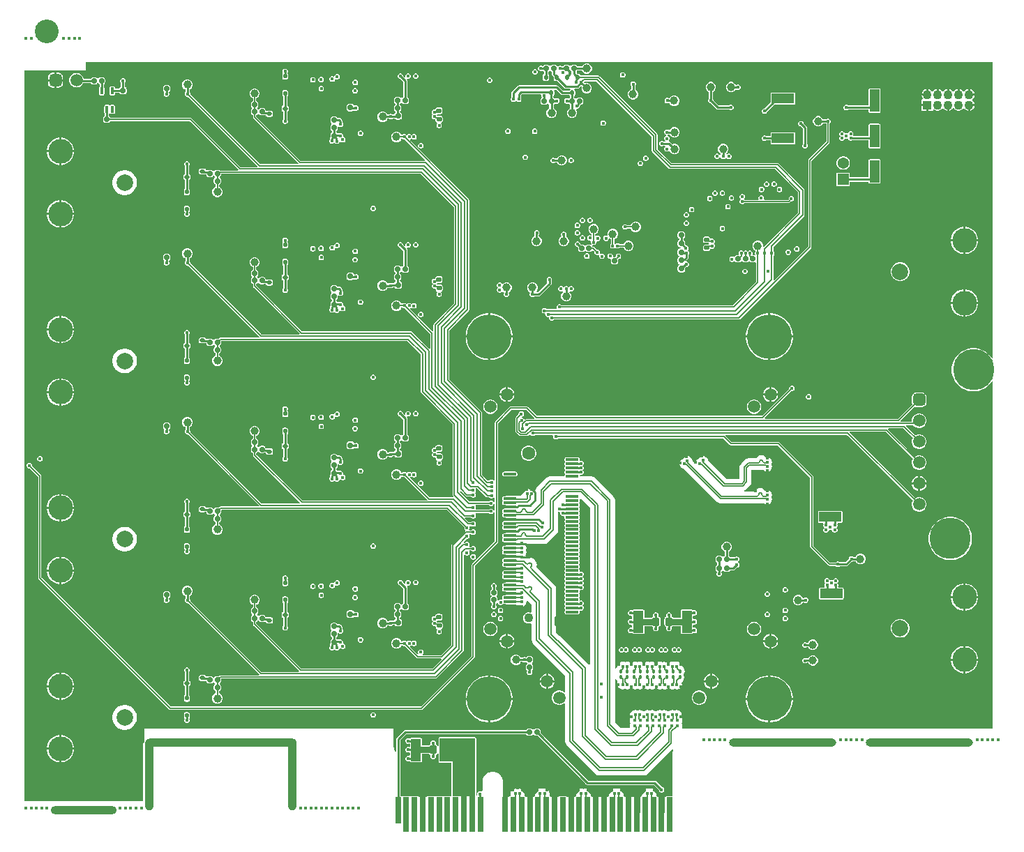
<source format=gbl>
G04*
G04 #@! TF.GenerationSoftware,Altium Limited,Altium Designer,22.4.2 (48)*
G04*
G04 Layer_Physical_Order=6*
G04 Layer_Color=16711680*
%FSAX25Y25*%
%MOIN*%
G70*
G04*
G04 #@! TF.SameCoordinates,5E64B9DA-0424-454E-A7BF-F7E50E35A289*
G04*
G04*
G04 #@! TF.FilePolarity,Positive*
G04*
G01*
G75*
%ADD13C,0.00984*%
%ADD16C,0.01000*%
%ADD17C,0.02000*%
%ADD18C,0.00500*%
G04:AMPARAMS|DCode=27|XSize=23.62mil|YSize=23.62mil|CornerRadius=5.91mil|HoleSize=0mil|Usage=FLASHONLY|Rotation=0.000|XOffset=0mil|YOffset=0mil|HoleType=Round|Shape=RoundedRectangle|*
%AMROUNDEDRECTD27*
21,1,0.02362,0.01181,0,0,0.0*
21,1,0.01181,0.02362,0,0,0.0*
1,1,0.01181,0.00591,-0.00591*
1,1,0.01181,-0.00591,-0.00591*
1,1,0.01181,-0.00591,0.00591*
1,1,0.01181,0.00591,0.00591*
%
%ADD27ROUNDEDRECTD27*%
G04:AMPARAMS|DCode=31|XSize=39.37mil|YSize=35.43mil|CornerRadius=8.86mil|HoleSize=0mil|Usage=FLASHONLY|Rotation=270.000|XOffset=0mil|YOffset=0mil|HoleType=Round|Shape=RoundedRectangle|*
%AMROUNDEDRECTD31*
21,1,0.03937,0.01772,0,0,270.0*
21,1,0.02165,0.03543,0,0,270.0*
1,1,0.01772,-0.00886,-0.01083*
1,1,0.01772,-0.00886,0.01083*
1,1,0.01772,0.00886,0.01083*
1,1,0.01772,0.00886,-0.01083*
%
%ADD31ROUNDEDRECTD31*%
G04:AMPARAMS|DCode=32|XSize=23.62mil|YSize=23.62mil|CornerRadius=5.91mil|HoleSize=0mil|Usage=FLASHONLY|Rotation=270.000|XOffset=0mil|YOffset=0mil|HoleType=Round|Shape=RoundedRectangle|*
%AMROUNDEDRECTD32*
21,1,0.02362,0.01181,0,0,270.0*
21,1,0.01181,0.02362,0,0,270.0*
1,1,0.01181,-0.00591,-0.00591*
1,1,0.01181,-0.00591,0.00591*
1,1,0.01181,0.00591,0.00591*
1,1,0.01181,0.00591,-0.00591*
%
%ADD32ROUNDEDRECTD32*%
G04:AMPARAMS|DCode=39|XSize=25.2mil|YSize=25.2mil|CornerRadius=6.3mil|HoleSize=0mil|Usage=FLASHONLY|Rotation=270.000|XOffset=0mil|YOffset=0mil|HoleType=Round|Shape=RoundedRectangle|*
%AMROUNDEDRECTD39*
21,1,0.02520,0.01260,0,0,270.0*
21,1,0.01260,0.02520,0,0,270.0*
1,1,0.01260,-0.00630,-0.00630*
1,1,0.01260,-0.00630,0.00630*
1,1,0.01260,0.00630,0.00630*
1,1,0.01260,0.00630,-0.00630*
%
%ADD39ROUNDEDRECTD39*%
G04:AMPARAMS|DCode=42|XSize=25.2mil|YSize=25.2mil|CornerRadius=6.3mil|HoleSize=0mil|Usage=FLASHONLY|Rotation=0.000|XOffset=0mil|YOffset=0mil|HoleType=Round|Shape=RoundedRectangle|*
%AMROUNDEDRECTD42*
21,1,0.02520,0.01260,0,0,0.0*
21,1,0.01260,0.02520,0,0,0.0*
1,1,0.01260,0.00630,-0.00630*
1,1,0.01260,-0.00630,-0.00630*
1,1,0.01260,-0.00630,0.00630*
1,1,0.01260,0.00630,0.00630*
%
%ADD42ROUNDEDRECTD42*%
G04:AMPARAMS|DCode=69|XSize=13.78mil|YSize=15.75mil|CornerRadius=3.45mil|HoleSize=0mil|Usage=FLASHONLY|Rotation=0.000|XOffset=0mil|YOffset=0mil|HoleType=Round|Shape=RoundedRectangle|*
%AMROUNDEDRECTD69*
21,1,0.01378,0.00886,0,0,0.0*
21,1,0.00689,0.01575,0,0,0.0*
1,1,0.00689,0.00345,-0.00443*
1,1,0.00689,-0.00345,-0.00443*
1,1,0.00689,-0.00345,0.00443*
1,1,0.00689,0.00345,0.00443*
%
%ADD69ROUNDEDRECTD69*%
G04:AMPARAMS|DCode=74|XSize=16.54mil|YSize=18.11mil|CornerRadius=4.13mil|HoleSize=0mil|Usage=FLASHONLY|Rotation=0.000|XOffset=0mil|YOffset=0mil|HoleType=Round|Shape=RoundedRectangle|*
%AMROUNDEDRECTD74*
21,1,0.01654,0.00984,0,0,0.0*
21,1,0.00827,0.01811,0,0,0.0*
1,1,0.00827,0.00413,-0.00492*
1,1,0.00827,-0.00413,-0.00492*
1,1,0.00827,-0.00413,0.00492*
1,1,0.00827,0.00413,0.00492*
%
%ADD74ROUNDEDRECTD74*%
%ADD147C,0.01496*%
%ADD158R,0.02756X0.16535*%
%ADD159R,0.02756X0.12598*%
%ADD166C,0.00751*%
%ADD167C,0.02953*%
%ADD168C,0.02756*%
%ADD169C,0.05386*%
%ADD170R,0.05386X0.05386*%
%ADD171C,0.04291*%
%ADD172R,0.04291X0.04291*%
%ADD173C,0.07874*%
G04:AMPARAMS|DCode=174|XSize=59.06mil|YSize=59.06mil|CornerRadius=14.76mil|HoleSize=0mil|Usage=FLASHONLY|Rotation=270.000|XOffset=0mil|YOffset=0mil|HoleType=Round|Shape=RoundedRectangle|*
%AMROUNDEDRECTD174*
21,1,0.05906,0.02953,0,0,270.0*
21,1,0.02953,0.05906,0,0,270.0*
1,1,0.02953,-0.01476,-0.01476*
1,1,0.02953,-0.01476,0.01476*
1,1,0.02953,0.01476,0.01476*
1,1,0.02953,0.01476,-0.01476*
%
%ADD174ROUNDEDRECTD174*%
%ADD175C,0.05906*%
%ADD176C,0.21260*%
%ADD177C,0.04300*%
%ADD178C,0.06300*%
%ADD179C,0.11811*%
G04:AMPARAMS|DCode=180|XSize=59.06mil|YSize=59.06mil|CornerRadius=14.76mil|HoleSize=0mil|Usage=FLASHONLY|Rotation=0.000|XOffset=0mil|YOffset=0mil|HoleType=Round|Shape=RoundedRectangle|*
%AMROUNDEDRECTD180*
21,1,0.05906,0.02953,0,0,0.0*
21,1,0.02953,0.05906,0,0,0.0*
1,1,0.02953,0.01476,-0.01476*
1,1,0.02953,-0.01476,-0.01476*
1,1,0.02953,-0.01476,0.01476*
1,1,0.02953,0.01476,0.01476*
%
%ADD180ROUNDEDRECTD180*%
%ADD181O,0.03937X0.34449*%
%ADD182O,0.72244X0.03937*%
%ADD183O,0.51181X0.03937*%
%ADD184O,0.31496X0.03937*%
%ADD185C,0.19685*%
%ADD186C,0.11339*%
%ADD187C,0.01600*%
%ADD189C,0.03937*%
G04:AMPARAMS|DCode=190|XSize=108.27mil|YSize=47.24mil|CornerRadius=2.36mil|HoleSize=0mil|Usage=FLASHONLY|Rotation=180.000|XOffset=0mil|YOffset=0mil|HoleType=Round|Shape=RoundedRectangle|*
%AMROUNDEDRECTD190*
21,1,0.10827,0.04252,0,0,180.0*
21,1,0.10354,0.04724,0,0,180.0*
1,1,0.00472,-0.05177,0.02126*
1,1,0.00472,0.05177,0.02126*
1,1,0.00472,0.05177,-0.02126*
1,1,0.00472,-0.05177,-0.02126*
%
%ADD190ROUNDEDRECTD190*%
G04:AMPARAMS|DCode=191|XSize=108.27mil|YSize=47.24mil|CornerRadius=2.36mil|HoleSize=0mil|Usage=FLASHONLY|Rotation=90.000|XOffset=0mil|YOffset=0mil|HoleType=Round|Shape=RoundedRectangle|*
%AMROUNDEDRECTD191*
21,1,0.10827,0.04252,0,0,90.0*
21,1,0.10354,0.04724,0,0,90.0*
1,1,0.00472,0.02126,0.05177*
1,1,0.00472,0.02126,-0.05177*
1,1,0.00472,-0.02126,-0.05177*
1,1,0.00472,-0.02126,0.05177*
%
%ADD191ROUNDEDRECTD191*%
G04:AMPARAMS|DCode=192|XSize=149.61mil|YSize=79.92mil|CornerRadius=4mil|HoleSize=0mil|Usage=FLASHONLY|Rotation=90.000|XOffset=0mil|YOffset=0mil|HoleType=Round|Shape=RoundedRectangle|*
%AMROUNDEDRECTD192*
21,1,0.14961,0.07193,0,0,90.0*
21,1,0.14161,0.07992,0,0,90.0*
1,1,0.00799,0.03597,0.07081*
1,1,0.00799,0.03597,-0.07081*
1,1,0.00799,-0.03597,-0.07081*
1,1,0.00799,-0.03597,0.07081*
%
%ADD192ROUNDEDRECTD192*%
G04:AMPARAMS|DCode=193|XSize=18.5mil|YSize=23.62mil|CornerRadius=4.63mil|HoleSize=0mil|Usage=FLASHONLY|Rotation=0.000|XOffset=0mil|YOffset=0mil|HoleType=Round|Shape=RoundedRectangle|*
%AMROUNDEDRECTD193*
21,1,0.01850,0.01437,0,0,0.0*
21,1,0.00925,0.02362,0,0,0.0*
1,1,0.00925,0.00463,-0.00719*
1,1,0.00925,-0.00463,-0.00719*
1,1,0.00925,-0.00463,0.00719*
1,1,0.00925,0.00463,0.00719*
%
%ADD193ROUNDEDRECTD193*%
G04:AMPARAMS|DCode=194|XSize=15.75mil|YSize=33.47mil|CornerRadius=3.94mil|HoleSize=0mil|Usage=FLASHONLY|Rotation=0.000|XOffset=0mil|YOffset=0mil|HoleType=Round|Shape=RoundedRectangle|*
%AMROUNDEDRECTD194*
21,1,0.01575,0.02559,0,0,0.0*
21,1,0.00787,0.03347,0,0,0.0*
1,1,0.00787,0.00394,-0.01280*
1,1,0.00787,-0.00394,-0.01280*
1,1,0.00787,-0.00394,0.01280*
1,1,0.00787,0.00394,0.01280*
%
%ADD194ROUNDEDRECTD194*%
G04:AMPARAMS|DCode=195|XSize=23.23mil|YSize=17.72mil|CornerRadius=4.43mil|HoleSize=0mil|Usage=FLASHONLY|Rotation=90.000|XOffset=0mil|YOffset=0mil|HoleType=Round|Shape=RoundedRectangle|*
%AMROUNDEDRECTD195*
21,1,0.02323,0.00886,0,0,90.0*
21,1,0.01437,0.01772,0,0,90.0*
1,1,0.00886,0.00443,0.00719*
1,1,0.00886,0.00443,-0.00719*
1,1,0.00886,-0.00443,-0.00719*
1,1,0.00886,-0.00443,0.00719*
%
%ADD195ROUNDEDRECTD195*%
G04:AMPARAMS|DCode=196|XSize=18.5mil|YSize=23.62mil|CornerRadius=4.63mil|HoleSize=0mil|Usage=FLASHONLY|Rotation=270.000|XOffset=0mil|YOffset=0mil|HoleType=Round|Shape=RoundedRectangle|*
%AMROUNDEDRECTD196*
21,1,0.01850,0.01437,0,0,270.0*
21,1,0.00925,0.02362,0,0,270.0*
1,1,0.00925,-0.00719,-0.00463*
1,1,0.00925,-0.00719,0.00463*
1,1,0.00925,0.00719,0.00463*
1,1,0.00925,0.00719,-0.00463*
%
%ADD196ROUNDEDRECTD196*%
G04:AMPARAMS|DCode=197|XSize=22.84mil|YSize=62.21mil|CornerRadius=5.71mil|HoleSize=0mil|Usage=FLASHONLY|Rotation=180.000|XOffset=0mil|YOffset=0mil|HoleType=Round|Shape=RoundedRectangle|*
%AMROUNDEDRECTD197*
21,1,0.02284,0.05079,0,0,180.0*
21,1,0.01142,0.06221,0,0,180.0*
1,1,0.01142,-0.00571,0.02539*
1,1,0.01142,0.00571,0.02539*
1,1,0.01142,0.00571,-0.02539*
1,1,0.01142,-0.00571,-0.02539*
%
%ADD197ROUNDEDRECTD197*%
G04:AMPARAMS|DCode=198|XSize=23.62mil|YSize=21.65mil|CornerRadius=5.41mil|HoleSize=0mil|Usage=FLASHONLY|Rotation=0.000|XOffset=0mil|YOffset=0mil|HoleType=Round|Shape=RoundedRectangle|*
%AMROUNDEDRECTD198*
21,1,0.02362,0.01083,0,0,0.0*
21,1,0.01280,0.02165,0,0,0.0*
1,1,0.01083,0.00640,-0.00541*
1,1,0.01083,-0.00640,-0.00541*
1,1,0.01083,-0.00640,0.00541*
1,1,0.01083,0.00640,0.00541*
%
%ADD198ROUNDEDRECTD198*%
G04:AMPARAMS|DCode=199|XSize=19.68mil|YSize=19.68mil|CornerRadius=4.92mil|HoleSize=0mil|Usage=FLASHONLY|Rotation=0.000|XOffset=0mil|YOffset=0mil|HoleType=Round|Shape=RoundedRectangle|*
%AMROUNDEDRECTD199*
21,1,0.01968,0.00984,0,0,0.0*
21,1,0.00984,0.01968,0,0,0.0*
1,1,0.00984,0.00492,-0.00492*
1,1,0.00984,-0.00492,-0.00492*
1,1,0.00984,-0.00492,0.00492*
1,1,0.00984,0.00492,0.00492*
%
%ADD199ROUNDEDRECTD199*%
G04:AMPARAMS|DCode=200|XSize=149.61mil|YSize=79.92mil|CornerRadius=4mil|HoleSize=0mil|Usage=FLASHONLY|Rotation=0.000|XOffset=0mil|YOffset=0mil|HoleType=Round|Shape=RoundedRectangle|*
%AMROUNDEDRECTD200*
21,1,0.14961,0.07193,0,0,0.0*
21,1,0.14161,0.07992,0,0,0.0*
1,1,0.00799,0.07081,-0.03597*
1,1,0.00799,-0.07081,-0.03597*
1,1,0.00799,-0.07081,0.03597*
1,1,0.00799,0.07081,0.03597*
%
%ADD200ROUNDEDRECTD200*%
G04:AMPARAMS|DCode=201|XSize=12mil|YSize=61mil|CornerRadius=3mil|HoleSize=0mil|Usage=FLASHONLY|Rotation=90.000|XOffset=0mil|YOffset=0mil|HoleType=Round|Shape=RoundedRectangle|*
%AMROUNDEDRECTD201*
21,1,0.01200,0.05500,0,0,90.0*
21,1,0.00600,0.06100,0,0,90.0*
1,1,0.00600,0.02750,0.00300*
1,1,0.00600,0.02750,-0.00300*
1,1,0.00600,-0.02750,-0.00300*
1,1,0.00600,-0.02750,0.00300*
%
%ADD201ROUNDEDRECTD201*%
G04:AMPARAMS|DCode=202|XSize=47mil|YSize=108mil|CornerRadius=4.7mil|HoleSize=0mil|Usage=FLASHONLY|Rotation=90.000|XOffset=0mil|YOffset=0mil|HoleType=Round|Shape=RoundedRectangle|*
%AMROUNDEDRECTD202*
21,1,0.04700,0.09860,0,0,90.0*
21,1,0.03760,0.10800,0,0,90.0*
1,1,0.00940,0.04930,0.01880*
1,1,0.00940,0.04930,-0.01880*
1,1,0.00940,-0.04930,-0.01880*
1,1,0.00940,-0.04930,0.01880*
%
%ADD202ROUNDEDRECTD202*%
G36*
X0464026Y0239782D02*
X0463883Y0239748D01*
X0463526Y0239734D01*
X0462613Y0240990D01*
X0461462Y0242141D01*
X0460145Y0243098D01*
X0458695Y0243837D01*
X0457146Y0244340D01*
X0455538Y0244595D01*
X0453910D01*
X0452303Y0244340D01*
X0450754Y0243837D01*
X0449304Y0243098D01*
X0447987Y0242141D01*
X0446836Y0240990D01*
X0445879Y0239673D01*
X0445140Y0238222D01*
X0444637Y0236674D01*
X0444382Y0235066D01*
Y0233438D01*
X0444637Y0231830D01*
X0445140Y0230282D01*
X0445879Y0228831D01*
X0446836Y0227514D01*
X0447987Y0226363D01*
X0449304Y0225406D01*
X0450754Y0224667D01*
X0452303Y0224164D01*
X0453910Y0223909D01*
X0455538D01*
X0457146Y0224164D01*
X0458695Y0224667D01*
X0460145Y0225406D01*
X0461462Y0226363D01*
X0462613Y0227514D01*
X0463526Y0228770D01*
X0463883Y0228756D01*
X0464026Y0228722D01*
Y0062549D01*
X0315655D01*
X0315420Y0062990D01*
X0315525Y0063148D01*
X0315709Y0064075D01*
Y0064173D01*
X0315525Y0065100D01*
X0315289Y0065453D01*
X0315525Y0065805D01*
X0315709Y0066732D01*
Y0066831D01*
X0315525Y0067758D01*
X0315198Y0068246D01*
X0315354Y0069028D01*
Y0069258D01*
X0315170Y0070185D01*
X0314645Y0070970D01*
X0313859Y0071495D01*
X0312932Y0071680D01*
X0312005Y0071495D01*
X0311882Y0071413D01*
X0311759Y0071495D01*
X0310832Y0071680D01*
X0309905Y0071495D01*
X0309272Y0071073D01*
X0308929Y0071007D01*
X0308586Y0071073D01*
X0307953Y0071495D01*
X0307026Y0071680D01*
X0306100Y0071495D01*
X0305976Y0071413D01*
X0305853Y0071495D01*
X0304926Y0071680D01*
X0303999Y0071495D01*
X0303367Y0071073D01*
X0303024Y0071007D01*
X0302681Y0071073D01*
X0302048Y0071495D01*
X0301121Y0071680D01*
X0300194Y0071495D01*
X0300071Y0071413D01*
X0299948Y0071495D01*
X0299021Y0071680D01*
X0298094Y0071495D01*
X0297308Y0070970D01*
X0296928D01*
X0296142Y0071495D01*
X0295215Y0071680D01*
X0294288Y0071495D01*
X0294165Y0071413D01*
X0294042Y0071495D01*
X0293115Y0071680D01*
X0292188Y0071495D01*
X0291403Y0070970D01*
X0290878Y0070185D01*
X0290693Y0069258D01*
Y0069028D01*
X0290861Y0068183D01*
X0290577Y0067758D01*
X0290393Y0066831D01*
Y0066732D01*
X0290577Y0065805D01*
X0290813Y0065453D01*
X0290577Y0065100D01*
X0290393Y0064173D01*
Y0064075D01*
X0290536Y0063355D01*
X0290256Y0062916D01*
X0290172Y0062855D01*
X0286237D01*
X0283398Y0065695D01*
Y0086313D01*
X0283860Y0086443D01*
X0283898Y0086436D01*
X0284409Y0085670D01*
X0284684Y0085395D01*
Y0083760D01*
X0284869Y0082833D01*
X0285394Y0082047D01*
X0286179Y0081522D01*
X0287106Y0081338D01*
X0288033Y0081522D01*
X0288238Y0081659D01*
X0288443Y0081522D01*
X0289370Y0081338D01*
X0290297Y0081522D01*
X0290885Y0081915D01*
X0291240Y0082007D01*
X0291596Y0081915D01*
X0292183Y0081522D01*
X0293110Y0081338D01*
X0294037Y0081522D01*
X0294214Y0081640D01*
X0294391Y0081522D01*
X0295318Y0081338D01*
X0296245Y0081522D01*
X0297031Y0082047D01*
X0297303D01*
X0298089Y0081522D01*
X0299016Y0081338D01*
X0299943Y0081522D01*
X0300120Y0081640D01*
X0300297Y0081522D01*
X0301224Y0081338D01*
X0302151Y0081522D01*
X0302936Y0082047D01*
X0303209D01*
X0303994Y0081522D01*
X0304921Y0081338D01*
X0305848Y0081522D01*
X0306025Y0081640D01*
X0306202Y0081522D01*
X0307129Y0081338D01*
X0308056Y0081522D01*
X0308614Y0081895D01*
X0308978Y0082006D01*
X0309342Y0081895D01*
X0309900Y0081522D01*
X0310827Y0081338D01*
X0311754Y0081522D01*
X0311931Y0081640D01*
X0312108Y0081522D01*
X0313035Y0081338D01*
X0313962Y0081522D01*
X0314747Y0082047D01*
X0315272Y0082833D01*
X0315457Y0083760D01*
X0315313Y0084482D01*
Y0084802D01*
X0315788Y0085276D01*
X0316313Y0086062D01*
X0316497Y0086989D01*
Y0087441D01*
X0316313Y0088368D01*
X0316185Y0088559D01*
X0316608Y0089191D01*
X0316792Y0090118D01*
Y0090176D01*
X0316608Y0091103D01*
X0316083Y0091889D01*
X0315634Y0092337D01*
X0315459Y0092454D01*
X0315332Y0093095D01*
X0314807Y0093880D01*
X0314645Y0094043D01*
X0313859Y0094568D01*
X0312932Y0094752D01*
X0312005Y0094568D01*
X0311882Y0094486D01*
X0311759Y0094568D01*
X0310832Y0094752D01*
X0309905Y0094568D01*
X0309119Y0094043D01*
X0308749Y0093980D01*
X0307963Y0094505D01*
X0307036Y0094689D01*
X0306109Y0094505D01*
X0306026Y0094449D01*
X0305848Y0094568D01*
X0304921Y0094752D01*
X0303994Y0094568D01*
X0303209Y0094043D01*
X0302677Y0094147D01*
X0302048Y0094568D01*
X0301121Y0094752D01*
X0300194Y0094568D01*
X0300071Y0094486D01*
X0299948Y0094568D01*
X0299021Y0094752D01*
X0298094Y0094568D01*
X0297461Y0094145D01*
X0297118Y0094079D01*
X0296775Y0094145D01*
X0296142Y0094568D01*
X0295215Y0094752D01*
X0294288Y0094568D01*
X0294165Y0094486D01*
X0294042Y0094568D01*
X0293115Y0094752D01*
X0292189Y0094568D01*
X0291403Y0094043D01*
X0290870Y0094145D01*
X0290237Y0094568D01*
X0289310Y0094752D01*
X0288383Y0094568D01*
X0288260Y0094486D01*
X0288137Y0094568D01*
X0287210Y0094752D01*
X0286283Y0094568D01*
X0285497Y0094043D01*
X0285399Y0093944D01*
X0284874Y0093159D01*
X0284698Y0092276D01*
X0284311Y0091889D01*
X0283898Y0091271D01*
X0283398Y0091422D01*
Y0172073D01*
X0283213Y0173000D01*
X0282688Y0173786D01*
X0273885Y0182590D01*
X0273099Y0183115D01*
X0272172Y0183299D01*
X0266748D01*
X0266621Y0183672D01*
X0266736Y0183776D01*
X0267015Y0184002D01*
X0267502D01*
X0267980Y0184200D01*
X0268346Y0184565D01*
X0268544Y0185043D01*
Y0185560D01*
X0268346Y0186038D01*
X0268032Y0186352D01*
X0268346Y0186665D01*
X0268544Y0187143D01*
Y0187660D01*
X0268346Y0188138D01*
X0268032Y0188452D01*
X0268346Y0188765D01*
X0268544Y0189243D01*
Y0189760D01*
X0268346Y0190238D01*
X0267980Y0190604D01*
X0267502Y0190802D01*
X0266985D01*
X0266916Y0190773D01*
X0266654Y0190925D01*
X0266459Y0191125D01*
Y0191639D01*
X0266397Y0191951D01*
X0266220Y0192215D01*
X0265956Y0192392D01*
X0265644Y0192454D01*
X0260144D01*
X0259832Y0192392D01*
X0259567Y0192215D01*
X0259390Y0191951D01*
X0259328Y0191639D01*
Y0191039D01*
X0259390Y0190726D01*
X0259527Y0190354D01*
X0259390Y0189982D01*
X0259328Y0189670D01*
Y0189070D01*
X0259390Y0188758D01*
X0259567Y0188493D01*
Y0188278D01*
X0259390Y0188014D01*
X0259328Y0187702D01*
Y0187102D01*
X0259390Y0186789D01*
X0259527Y0186417D01*
X0259390Y0186045D01*
X0259328Y0185733D01*
Y0185133D01*
X0259390Y0184821D01*
X0259527Y0184449D01*
X0259390Y0184077D01*
X0259328Y0183765D01*
Y0183299D01*
X0252336D01*
X0251409Y0183115D01*
X0250623Y0182590D01*
X0246347Y0178314D01*
X0245822Y0177528D01*
X0245681Y0176819D01*
X0245456Y0176720D01*
X0245156Y0176655D01*
X0244431Y0177139D01*
X0243504Y0177324D01*
X0242577Y0177139D01*
X0242486Y0177079D01*
X0242331Y0177182D01*
X0241404Y0177367D01*
X0240477Y0177182D01*
X0239692Y0176657D01*
X0239167Y0175872D01*
X0238982Y0174945D01*
X0238783Y0174701D01*
X0236824D01*
X0236150Y0174836D01*
X0234156D01*
X0234096Y0174875D01*
X0233169Y0175060D01*
X0232242Y0174875D01*
X0231457Y0174351D01*
X0231058Y0173753D01*
X0230419D01*
X0230107Y0173691D01*
X0229842Y0173515D01*
X0229666Y0173250D01*
X0229604Y0172938D01*
Y0172338D01*
X0229666Y0172026D01*
X0229803Y0171653D01*
X0229666Y0171281D01*
X0229604Y0170969D01*
Y0170369D01*
X0229666Y0170057D01*
X0229842Y0169792D01*
X0230107Y0169616D01*
X0230419Y0169554D01*
X0231058D01*
X0231457Y0168957D01*
X0232242Y0168431D01*
X0232651Y0168350D01*
X0232661Y0168331D01*
X0232613Y0167848D01*
X0230419D01*
X0230107Y0167786D01*
X0229842Y0167609D01*
X0229666Y0167344D01*
X0229604Y0167032D01*
Y0166432D01*
X0229666Y0166120D01*
X0229803Y0165748D01*
X0229666Y0165376D01*
X0229604Y0165064D01*
Y0164464D01*
X0229666Y0164152D01*
X0229842Y0163887D01*
X0230107Y0163710D01*
X0230419Y0163648D01*
X0231058D01*
X0231457Y0163051D01*
Y0162540D01*
X0231058Y0161942D01*
X0230419D01*
X0230107Y0161880D01*
X0229842Y0161704D01*
X0229666Y0161439D01*
X0229604Y0161127D01*
Y0160527D01*
X0229666Y0160215D01*
X0229803Y0159843D01*
X0229666Y0159470D01*
X0229604Y0159158D01*
Y0158558D01*
X0229666Y0158246D01*
X0229842Y0157982D01*
X0230107Y0157805D01*
X0230419Y0157743D01*
X0231058D01*
X0231457Y0157146D01*
X0231465Y0157140D01*
Y0156640D01*
X0231457Y0156634D01*
X0231058Y0156037D01*
X0230419D01*
X0230107Y0155975D01*
X0229842Y0155798D01*
X0229666Y0155533D01*
X0229604Y0155221D01*
Y0154621D01*
X0229666Y0154309D01*
X0229803Y0153937D01*
X0229666Y0153565D01*
X0229604Y0153253D01*
Y0152653D01*
X0229666Y0152341D01*
X0229842Y0152076D01*
X0230107Y0151899D01*
X0230419Y0151837D01*
X0231058D01*
X0231457Y0151240D01*
X0231465Y0151234D01*
Y0150734D01*
X0231457Y0150728D01*
X0231058Y0150131D01*
X0230419D01*
X0230107Y0150069D01*
X0229842Y0149892D01*
X0229666Y0149628D01*
X0229604Y0149316D01*
Y0148716D01*
X0229666Y0148404D01*
X0229803Y0148031D01*
X0229666Y0147659D01*
X0229604Y0147347D01*
Y0146747D01*
X0229666Y0146435D01*
X0229842Y0146170D01*
X0230107Y0145994D01*
X0230419Y0145932D01*
X0231090D01*
X0231438Y0145412D01*
X0231457Y0144823D01*
X0231058Y0144226D01*
X0230419D01*
X0230107Y0144164D01*
X0229842Y0143987D01*
X0229666Y0143722D01*
X0229604Y0143410D01*
Y0142810D01*
X0229666Y0142498D01*
X0229842Y0142234D01*
Y0142018D01*
X0229666Y0141754D01*
X0229604Y0141442D01*
Y0140842D01*
X0229666Y0140530D01*
X0229842Y0140265D01*
X0230107Y0140088D01*
X0230419Y0140026D01*
X0231058D01*
X0231457Y0139429D01*
X0231465Y0139423D01*
Y0139057D01*
X0231415Y0138855D01*
X0231058Y0138320D01*
X0230419D01*
X0230107Y0138258D01*
X0229842Y0138082D01*
X0229666Y0137817D01*
X0229604Y0137505D01*
Y0136905D01*
X0229666Y0136593D01*
X0229842Y0136328D01*
Y0136113D01*
X0229666Y0135848D01*
X0229604Y0135536D01*
Y0134936D01*
X0229666Y0134624D01*
X0229842Y0134359D01*
X0230107Y0134183D01*
X0230419Y0134121D01*
X0231090D01*
X0231438Y0133601D01*
X0231457Y0133012D01*
X0231058Y0132415D01*
X0230419D01*
X0230107Y0132353D01*
X0229842Y0132176D01*
X0229666Y0131911D01*
X0229604Y0131599D01*
Y0130999D01*
X0229666Y0130687D01*
X0229803Y0130315D01*
X0229666Y0129943D01*
X0229604Y0129631D01*
Y0129031D01*
X0229666Y0128719D01*
X0229842Y0128454D01*
X0230107Y0128277D01*
X0230419Y0128215D01*
X0231058D01*
X0231415Y0127680D01*
X0231465Y0127478D01*
Y0127246D01*
X0231415Y0127044D01*
X0231058Y0126509D01*
X0230419D01*
X0230107Y0126447D01*
X0229842Y0126270D01*
X0229666Y0126006D01*
X0229604Y0125694D01*
Y0125094D01*
X0229666Y0124782D01*
X0229773Y0124490D01*
X0229584Y0124326D01*
X0229287Y0124212D01*
X0228999Y0124331D01*
X0228482D01*
X0228004Y0124134D01*
X0227793Y0123923D01*
X0227293Y0124130D01*
Y0124803D01*
X0227208Y0125229D01*
X0226967Y0125589D01*
X0226795Y0125705D01*
Y0126264D01*
X0226967Y0126379D01*
X0227208Y0126740D01*
X0227293Y0127165D01*
Y0128347D01*
X0227208Y0128772D01*
X0226967Y0129133D01*
X0226610Y0129371D01*
Y0130087D01*
X0226693Y0130169D01*
X0226890Y0130647D01*
Y0131164D01*
X0226693Y0131642D01*
X0226327Y0132008D01*
X0225849Y0132205D01*
X0225332D01*
X0224854Y0132008D01*
X0224488Y0131642D01*
X0224290Y0131164D01*
Y0130647D01*
X0224488Y0130169D01*
X0224571Y0130087D01*
Y0129371D01*
X0224214Y0129133D01*
X0223973Y0128772D01*
X0223888Y0128347D01*
Y0127165D01*
X0223973Y0126740D01*
X0224214Y0126379D01*
X0224386Y0126264D01*
Y0125705D01*
X0224214Y0125589D01*
X0223973Y0125229D01*
X0223888Y0124803D01*
Y0123622D01*
X0223973Y0123196D01*
X0224214Y0122836D01*
X0224571Y0122597D01*
Y0121882D01*
X0224488Y0121799D01*
X0224290Y0121322D01*
Y0120804D01*
X0224488Y0120327D01*
X0224854Y0119961D01*
X0225332Y0119763D01*
X0225849D01*
X0226327Y0119961D01*
X0226693Y0120327D01*
X0226890Y0120804D01*
Y0121322D01*
X0226693Y0121799D01*
X0226610Y0121882D01*
Y0122469D01*
X0227011Y0122802D01*
X0227477Y0122683D01*
X0227638Y0122295D01*
X0228004Y0121929D01*
X0228482Y0121731D01*
X0228999D01*
X0229476Y0121929D01*
X0229842Y0122295D01*
X0230103Y0122374D01*
X0230107Y0122372D01*
X0230419Y0122310D01*
X0231058D01*
X0231457Y0121713D01*
X0231555Y0121614D01*
X0232341Y0121089D01*
X0233268Y0120905D01*
X0238769D01*
X0239695Y0121089D01*
X0240481Y0121614D01*
X0241006Y0122400D01*
X0241191Y0123327D01*
X0241105Y0123759D01*
X0241565Y0124005D01*
X0243543Y0122028D01*
Y0118301D01*
X0243042Y0118049D01*
X0242475Y0118201D01*
X0241777D01*
X0241103Y0118021D01*
X0240499Y0117672D01*
X0240005Y0117178D01*
X0239657Y0116574D01*
X0239476Y0115900D01*
Y0115202D01*
X0239657Y0114528D01*
X0240005Y0113924D01*
X0240499Y0113431D01*
X0241103Y0113082D01*
X0241777Y0112901D01*
X0242475D01*
X0243042Y0113053D01*
X0243543Y0112802D01*
Y0105120D01*
X0243727Y0104193D01*
X0244252Y0103408D01*
X0259586Y0088074D01*
Y0080216D01*
X0259086Y0080008D01*
X0258884Y0080210D01*
X0258097Y0080665D01*
X0257218Y0080900D01*
X0256309D01*
X0255431Y0080665D01*
X0254644Y0080210D01*
X0254001Y0079567D01*
X0253546Y0078780D01*
X0253311Y0077902D01*
Y0076993D01*
X0253546Y0076115D01*
X0254001Y0075327D01*
X0254644Y0074685D01*
X0255431Y0074230D01*
X0256309Y0073995D01*
X0257218D01*
X0258097Y0074230D01*
X0258884Y0074685D01*
X0259086Y0074887D01*
X0259586Y0074679D01*
Y0056595D01*
X0259770Y0055668D01*
X0260295Y0054882D01*
X0274145Y0041032D01*
X0274931Y0040507D01*
X0275857Y0040323D01*
X0297270D01*
X0298197Y0040507D01*
X0298983Y0041032D01*
X0310740Y0052790D01*
X0311201Y0052543D01*
X0311058Y0051825D01*
Y0051736D01*
X0311037Y0051649D01*
X0311002Y0050945D01*
X0311006Y0050915D01*
X0311000Y0050886D01*
Y0030421D01*
X0307768D01*
Y0029921D01*
X0303650D01*
Y0030421D01*
X0303325D01*
Y0031696D01*
X0303141Y0032623D01*
X0302616Y0033409D01*
X0301830Y0033934D01*
X0300903Y0034119D01*
X0299976Y0033934D01*
X0299853Y0033852D01*
X0299730Y0033934D01*
X0298803Y0034119D01*
X0297876Y0033934D01*
X0297090Y0033409D01*
X0296565Y0032623D01*
X0296381Y0031696D01*
Y0030421D01*
X0295957D01*
Y0029921D01*
X0287902D01*
Y0030421D01*
X0287577D01*
Y0031752D01*
X0287392Y0032679D01*
X0286867Y0033465D01*
X0286081Y0033990D01*
X0285155Y0034174D01*
X0284228Y0033990D01*
X0284104Y0033908D01*
X0283981Y0033990D01*
X0283054Y0034174D01*
X0282128Y0033990D01*
X0281342Y0033465D01*
X0280817Y0032679D01*
X0280632Y0031752D01*
Y0030421D01*
X0280209D01*
Y0029921D01*
X0272153D01*
Y0030421D01*
X0271829D01*
Y0031666D01*
X0271644Y0032593D01*
X0271119Y0033379D01*
X0270333Y0033904D01*
X0269407Y0034088D01*
X0268480Y0033904D01*
X0268356Y0033822D01*
X0268233Y0033904D01*
X0267306Y0034088D01*
X0266380Y0033904D01*
X0265594Y0033379D01*
X0265069Y0032593D01*
X0264884Y0031666D01*
Y0030421D01*
X0264461D01*
Y0029921D01*
X0260343D01*
Y0030421D01*
X0256587D01*
Y0029921D01*
X0252468D01*
Y0030421D01*
X0252144D01*
Y0031708D01*
X0251959Y0032635D01*
X0251434Y0033421D01*
X0250648Y0033946D01*
X0249722Y0034130D01*
X0248795Y0033946D01*
X0248672Y0033863D01*
X0248548Y0033946D01*
X0247621Y0034130D01*
X0246695Y0033946D01*
X0245909Y0033421D01*
X0245384Y0032635D01*
X0245199Y0031708D01*
Y0030421D01*
X0244776D01*
Y0029921D01*
X0240657D01*
Y0030421D01*
X0240333D01*
Y0031533D01*
X0240148Y0032460D01*
X0239623Y0033246D01*
X0238837Y0033771D01*
X0237911Y0033955D01*
X0236984Y0033771D01*
X0236860Y0033688D01*
X0236737Y0033771D01*
X0235810Y0033955D01*
X0234884Y0033771D01*
X0234098Y0033246D01*
X0233573Y0032460D01*
X0233388Y0031533D01*
Y0030421D01*
X0232965D01*
Y0029921D01*
X0229944D01*
Y0037205D01*
X0229937Y0037244D01*
X0229942Y0037284D01*
X0229910Y0037772D01*
X0229879Y0037886D01*
X0229871Y0038005D01*
X0229619Y0038948D01*
X0229549Y0039089D01*
X0229498Y0039238D01*
X0229010Y0040084D01*
X0228906Y0040202D01*
X0228819Y0040333D01*
X0228128Y0041023D01*
X0227997Y0041111D01*
X0227879Y0041215D01*
X0227033Y0041703D01*
X0226884Y0041754D01*
X0226743Y0041823D01*
X0225800Y0042076D01*
X0225643Y0042086D01*
X0225488Y0042117D01*
X0224512D01*
X0224357Y0042086D01*
X0224200Y0042076D01*
X0223257Y0041823D01*
X0223116Y0041754D01*
X0222967Y0041703D01*
X0222121Y0041215D01*
X0222003Y0041111D01*
X0221872Y0041023D01*
X0221181Y0040333D01*
X0221094Y0040202D01*
X0220990Y0040084D01*
X0220502Y0039238D01*
X0220451Y0039089D01*
X0220381Y0038948D01*
X0220129Y0038005D01*
X0220121Y0037886D01*
X0220090Y0037772D01*
X0220058Y0037284D01*
X0220063Y0037244D01*
X0220056Y0037205D01*
Y0032892D01*
X0219556Y0032656D01*
X0219218Y0032796D01*
X0218701D01*
X0218224Y0032598D01*
X0217858Y0032232D01*
X0217660Y0031755D01*
Y0031238D01*
X0217691Y0031162D01*
X0217381Y0030678D01*
X0217176Y0030687D01*
X0217125Y0030710D01*
X0217077Y0030863D01*
Y0058071D01*
X0216918Y0058454D01*
X0216535Y0058612D01*
X0199705D01*
X0199322Y0058454D01*
X0199163Y0058071D01*
Y0054453D01*
X0198663Y0054307D01*
X0198440Y0054641D01*
X0197982Y0054947D01*
X0197822Y0055489D01*
X0197855Y0055569D01*
Y0056086D01*
X0197657Y0056564D01*
X0197292Y0056930D01*
X0196814Y0057128D01*
X0196297D01*
X0195819Y0056930D01*
X0195453Y0056564D01*
X0195255Y0056086D01*
Y0055569D01*
X0195288Y0055489D01*
X0195129Y0054947D01*
X0194670Y0054641D01*
X0194626Y0054574D01*
X0191164D01*
Y0057638D01*
X0191107Y0057925D01*
X0190944Y0058169D01*
X0190701Y0058331D01*
X0190413Y0058388D01*
X0186161D01*
X0185874Y0058331D01*
X0185631Y0058169D01*
X0185337Y0057948D01*
X0184976Y0058013D01*
X0184785Y0058091D01*
X0184268D01*
X0183790Y0057893D01*
X0183425Y0057528D01*
X0183227Y0057050D01*
Y0056533D01*
X0183425Y0056055D01*
X0183790Y0055689D01*
X0184268Y0055491D01*
X0184785D01*
X0184911Y0055543D01*
X0185411Y0055209D01*
Y0054141D01*
X0184911Y0053807D01*
X0184785Y0053859D01*
X0184268D01*
X0183790Y0053661D01*
X0183425Y0053295D01*
X0183227Y0052818D01*
Y0052301D01*
X0183425Y0051823D01*
X0183790Y0051457D01*
X0184268Y0051259D01*
X0184785D01*
X0184911Y0051311D01*
X0185411Y0050977D01*
Y0049909D01*
X0184911Y0049575D01*
X0184785Y0049627D01*
X0184268D01*
X0183790Y0049429D01*
X0183425Y0049063D01*
X0183227Y0048585D01*
Y0048068D01*
X0183425Y0047590D01*
X0183790Y0047225D01*
X0184268Y0047027D01*
X0184785D01*
X0184939Y0047091D01*
X0185444Y0047000D01*
X0185566Y0046850D01*
X0185631Y0046753D01*
X0185874Y0046590D01*
X0186161Y0046533D01*
X0190413D01*
X0190701Y0046590D01*
X0190944Y0046753D01*
X0191107Y0046996D01*
X0191164Y0047284D01*
Y0050544D01*
X0194626D01*
X0194670Y0050477D01*
X0195129Y0050171D01*
X0195288Y0049629D01*
X0195255Y0049549D01*
Y0049032D01*
X0195453Y0048554D01*
X0195819Y0048188D01*
X0196297Y0047991D01*
X0196814D01*
X0197292Y0048188D01*
X0197657Y0048554D01*
X0197855Y0049032D01*
Y0049549D01*
X0197822Y0049629D01*
X0197982Y0050171D01*
X0198440Y0050477D01*
X0198663Y0050812D01*
X0199163Y0050665D01*
Y0046949D01*
X0199322Y0046566D01*
X0199705Y0046408D01*
X0205364D01*
Y0030863D01*
X0205246Y0030489D01*
X0204902Y0030421D01*
X0201468D01*
Y0030421D01*
X0201287D01*
Y0030421D01*
X0197531D01*
Y0030421D01*
X0197350D01*
Y0030421D01*
X0193595D01*
Y0029921D01*
X0189476D01*
Y0030421D01*
X0185721D01*
Y0030421D01*
X0185539D01*
Y0030421D01*
X0181783D01*
Y0030421D01*
X0181602D01*
Y0030421D01*
X0180842D01*
Y0057156D01*
X0183690Y0060004D01*
X0241003D01*
X0241241Y0059647D01*
X0241602Y0059406D01*
X0242028Y0059321D01*
X0243209D01*
X0243634Y0059406D01*
X0243995Y0059647D01*
X0244110Y0059819D01*
X0244670D01*
X0244785Y0059647D01*
X0245145Y0059406D01*
X0245571Y0059321D01*
X0246422D01*
X0269653Y0036090D01*
X0269984Y0035869D01*
X0270374Y0035791D01*
X0301940D01*
X0304409Y0033323D01*
Y0033206D01*
X0304607Y0032728D01*
X0304972Y0032362D01*
X0305450Y0032165D01*
X0305967D01*
X0306445Y0032362D01*
X0306811Y0032728D01*
X0307009Y0033206D01*
Y0033723D01*
X0306811Y0034201D01*
X0306445Y0034567D01*
X0305967Y0034765D01*
X0305851D01*
X0303083Y0037532D01*
X0302752Y0037753D01*
X0302362Y0037831D01*
X0270796D01*
X0247864Y0060763D01*
Y0061614D01*
X0247779Y0062040D01*
X0247538Y0062400D01*
X0247178Y0062641D01*
X0246752Y0062726D01*
X0245571D01*
X0245145Y0062641D01*
X0244785Y0062400D01*
X0244670Y0062228D01*
X0244110D01*
X0243995Y0062400D01*
X0243634Y0062641D01*
X0243209Y0062726D01*
X0242028D01*
X0241602Y0062641D01*
X0241241Y0062400D01*
X0241003Y0062043D01*
X0183268D01*
X0182878Y0061966D01*
X0182547Y0061745D01*
X0179102Y0058300D01*
X0178881Y0057969D01*
X0178803Y0057579D01*
Y0051846D01*
X0178312Y0051825D01*
X0178037Y0053206D01*
X0177992Y0053316D01*
X0177969Y0053432D01*
X0177707Y0054065D01*
Y0062206D01*
X0177548Y0062589D01*
X0177165Y0062747D01*
X0059055Y0062748D01*
X0058672Y0062589D01*
X0058514Y0062206D01*
X0058514Y0057872D01*
X0058672Y0057490D01*
X0058769Y0057171D01*
X0058698Y0057065D01*
X0058669Y0056918D01*
X0058502Y0056668D01*
X0058456Y0056558D01*
X0058391Y0056460D01*
X0058094Y0055743D01*
X0058071Y0055627D01*
X0058025Y0055517D01*
X0057874Y0054757D01*
Y0054638D01*
X0057851Y0054522D01*
Y0054134D01*
X0057851Y0028100D01*
X0001204D01*
Y0377412D01*
X0030118D01*
X0030501Y0377570D01*
X0030659Y0377953D01*
Y0381349D01*
X0464026D01*
Y0239782D01*
D02*
G37*
G36*
X0271397Y0168190D02*
Y0093358D01*
X0270918Y0093213D01*
X0270877Y0093274D01*
X0258208Y0105944D01*
X0258208Y0105944D01*
X0257030Y0107122D01*
X0257030Y0107122D01*
X0255346Y0108805D01*
Y0129652D01*
X0255162Y0130579D01*
X0254637Y0131365D01*
X0245995Y0140007D01*
X0245995Y0140007D01*
X0245911Y0140091D01*
X0245965Y0140221D01*
X0246077Y0141069D01*
X0245965Y0141918D01*
X0245637Y0142709D01*
X0245285Y0143168D01*
X0245129Y0143401D01*
X0244896Y0143557D01*
X0244437Y0143909D01*
X0243646Y0144237D01*
X0242798Y0144349D01*
X0241949Y0144237D01*
X0241819Y0144183D01*
X0241538Y0144464D01*
X0240835Y0144934D01*
X0240749Y0145007D01*
X0240668Y0145516D01*
X0241006Y0146022D01*
X0241191Y0146949D01*
X0241006Y0147876D01*
X0240910Y0148020D01*
X0240956Y0148089D01*
X0241140Y0149016D01*
X0240956Y0149943D01*
X0240658Y0150389D01*
X0240925Y0150889D01*
X0249473D01*
X0250400Y0151074D01*
X0251185Y0151599D01*
X0255621Y0156035D01*
X0256146Y0156820D01*
X0256331Y0157747D01*
Y0166216D01*
X0256631Y0166417D01*
X0256872D01*
X0257230Y0166022D01*
X0257244Y0165955D01*
Y0165489D01*
X0257442Y0165012D01*
X0257807Y0164646D01*
X0258285Y0164448D01*
X0258802D01*
X0258899Y0164488D01*
X0259338Y0164129D01*
X0259328Y0164079D01*
Y0163479D01*
X0259390Y0163167D01*
X0259527Y0162795D01*
X0259390Y0162423D01*
X0259328Y0162111D01*
Y0161511D01*
X0259390Y0161199D01*
X0259567Y0160934D01*
Y0160719D01*
X0259390Y0160455D01*
X0259328Y0160143D01*
Y0159543D01*
X0259390Y0159230D01*
X0259527Y0158858D01*
X0259390Y0158486D01*
X0259328Y0158174D01*
Y0157574D01*
X0259390Y0157262D01*
X0259527Y0156890D01*
X0259390Y0156518D01*
X0259328Y0156205D01*
Y0155605D01*
X0259390Y0155293D01*
X0259567Y0155029D01*
Y0154814D01*
X0259390Y0154549D01*
X0259328Y0154237D01*
Y0153637D01*
X0259390Y0153325D01*
X0259527Y0152953D01*
X0259390Y0152581D01*
X0259328Y0152269D01*
Y0151669D01*
X0259390Y0151356D01*
X0259567Y0151092D01*
Y0150877D01*
X0259390Y0150612D01*
X0259328Y0150300D01*
Y0149700D01*
X0259390Y0149388D01*
X0259527Y0149016D01*
X0259390Y0148644D01*
X0259328Y0148331D01*
Y0147731D01*
X0259390Y0147419D01*
X0259527Y0147047D01*
X0259390Y0146675D01*
X0259328Y0146363D01*
Y0145763D01*
X0259390Y0145451D01*
X0259567Y0145186D01*
Y0144971D01*
X0259390Y0144707D01*
X0259328Y0144395D01*
Y0143795D01*
X0259390Y0143482D01*
X0259527Y0143110D01*
X0259390Y0142738D01*
X0259328Y0142426D01*
Y0141826D01*
X0259390Y0141514D01*
X0259567Y0141249D01*
Y0141034D01*
X0259390Y0140770D01*
X0259328Y0140457D01*
Y0139857D01*
X0259390Y0139545D01*
X0259527Y0139173D01*
X0259390Y0138801D01*
X0259328Y0138489D01*
Y0137889D01*
X0259390Y0137577D01*
X0259527Y0137205D01*
X0259390Y0136833D01*
X0259328Y0136521D01*
Y0135921D01*
X0259390Y0135608D01*
X0259567Y0135344D01*
Y0135129D01*
X0259390Y0134864D01*
X0259328Y0134552D01*
Y0133952D01*
X0259390Y0133640D01*
X0259527Y0133268D01*
X0259390Y0132896D01*
X0259328Y0132583D01*
Y0131983D01*
X0259390Y0131671D01*
X0259527Y0131299D01*
X0259390Y0130927D01*
X0259328Y0130615D01*
Y0130015D01*
X0259390Y0129703D01*
X0259527Y0129331D01*
X0259390Y0128959D01*
X0259328Y0128647D01*
Y0128047D01*
X0259390Y0127734D01*
X0259527Y0127362D01*
X0259390Y0126990D01*
X0259328Y0126678D01*
Y0126078D01*
X0259390Y0125766D01*
X0259527Y0125394D01*
X0259390Y0125022D01*
X0259328Y0124709D01*
Y0124109D01*
X0259390Y0123797D01*
X0259567Y0123533D01*
Y0123318D01*
X0259390Y0123053D01*
X0259328Y0122741D01*
Y0122141D01*
X0259390Y0121829D01*
X0259527Y0121457D01*
X0259390Y0121085D01*
X0259328Y0120773D01*
Y0120173D01*
X0259390Y0119860D01*
X0259527Y0119488D01*
X0259390Y0119116D01*
X0259328Y0118804D01*
Y0118204D01*
X0259390Y0117892D01*
X0259567Y0117627D01*
X0259832Y0117450D01*
X0260144Y0117388D01*
X0265644D01*
X0265956Y0117450D01*
X0266220Y0117627D01*
X0266397Y0117892D01*
X0266459Y0118204D01*
Y0118804D01*
X0266450Y0118853D01*
X0266888Y0119213D01*
X0266985Y0119172D01*
X0267502D01*
X0267980Y0119370D01*
X0268346Y0119736D01*
X0268544Y0120214D01*
Y0120731D01*
X0268346Y0121209D01*
X0268032Y0121522D01*
X0268346Y0121836D01*
X0268544Y0122314D01*
Y0122831D01*
X0268346Y0123309D01*
X0267980Y0123674D01*
X0267502Y0123872D01*
X0266985D01*
X0266916Y0123844D01*
X0266654Y0123996D01*
X0266459Y0124196D01*
Y0124709D01*
X0266397Y0125022D01*
X0266260Y0125394D01*
X0266397Y0125766D01*
X0266459Y0126078D01*
Y0126678D01*
X0266397Y0126990D01*
X0266260Y0127362D01*
X0266397Y0127734D01*
X0266459Y0128047D01*
Y0128527D01*
X0266714Y0128772D01*
X0266923Y0128876D01*
X0266985Y0128850D01*
X0267502D01*
X0267980Y0129048D01*
X0268346Y0129414D01*
X0268544Y0129892D01*
Y0130409D01*
X0268346Y0130887D01*
X0268032Y0131200D01*
X0268346Y0131514D01*
X0268544Y0131992D01*
Y0132509D01*
X0268346Y0132987D01*
X0268032Y0133300D01*
X0268346Y0133614D01*
X0268544Y0134092D01*
Y0134609D01*
X0268346Y0135087D01*
X0268032Y0135400D01*
X0268346Y0135714D01*
X0268544Y0136192D01*
Y0136709D01*
X0268346Y0137187D01*
X0267980Y0137552D01*
X0267502Y0137750D01*
X0266985D01*
X0266938Y0137731D01*
X0266810Y0137773D01*
X0266459Y0138074D01*
Y0138489D01*
X0266397Y0138801D01*
X0266260Y0139173D01*
X0266397Y0139545D01*
X0266459Y0139857D01*
Y0140457D01*
X0266397Y0140770D01*
X0266220Y0141034D01*
Y0141249D01*
X0266397Y0141514D01*
X0266459Y0141826D01*
Y0142426D01*
X0266397Y0142738D01*
X0266260Y0143110D01*
X0266397Y0143482D01*
X0266459Y0143795D01*
Y0144395D01*
X0266397Y0144707D01*
X0266220Y0144971D01*
Y0145186D01*
X0266397Y0145451D01*
X0266459Y0145763D01*
Y0146363D01*
X0266397Y0146675D01*
X0266260Y0147047D01*
X0266397Y0147419D01*
X0266459Y0147731D01*
Y0148331D01*
X0266397Y0148644D01*
X0266260Y0149016D01*
X0266397Y0149388D01*
X0266459Y0149700D01*
Y0150300D01*
X0266397Y0150612D01*
X0266220Y0150877D01*
Y0151092D01*
X0266397Y0151356D01*
X0266459Y0151669D01*
Y0152269D01*
X0266397Y0152581D01*
X0266260Y0152953D01*
X0266397Y0153325D01*
X0266459Y0153637D01*
Y0154237D01*
X0266397Y0154549D01*
X0266220Y0154814D01*
Y0155029D01*
X0266397Y0155293D01*
X0266459Y0155605D01*
Y0156205D01*
X0266397Y0156518D01*
X0266260Y0156890D01*
X0266397Y0157262D01*
X0266459Y0157574D01*
Y0158174D01*
X0266397Y0158486D01*
X0266260Y0158858D01*
X0266397Y0159230D01*
X0266459Y0159543D01*
Y0160143D01*
X0266397Y0160455D01*
X0266220Y0160719D01*
Y0160934D01*
X0266397Y0161199D01*
X0266459Y0161511D01*
Y0162111D01*
X0266397Y0162423D01*
X0266260Y0162795D01*
X0266397Y0163167D01*
X0266459Y0163479D01*
Y0164079D01*
X0266397Y0164392D01*
X0266260Y0164764D01*
X0266397Y0165136D01*
X0266459Y0165448D01*
Y0166048D01*
X0266397Y0166360D01*
X0266260Y0166732D01*
X0266397Y0167104D01*
X0266459Y0167417D01*
Y0168017D01*
X0266397Y0168329D01*
X0266260Y0168701D01*
X0266397Y0169073D01*
X0266459Y0169385D01*
Y0169985D01*
X0266397Y0170297D01*
X0266260Y0170669D01*
X0266397Y0171041D01*
X0266459Y0171353D01*
Y0171953D01*
X0266400Y0172251D01*
X0266398Y0172267D01*
X0266486Y0172393D01*
X0267137Y0172450D01*
X0271397Y0168190D01*
D02*
G37*
G36*
X0216535Y0030512D02*
X0205906D01*
Y0046949D01*
X0199705D01*
Y0058071D01*
X0216535D01*
Y0030512D01*
D02*
G37*
%LPC*%
G36*
X0270411Y0380734D02*
X0269429D01*
X0268521Y0380359D01*
X0267827Y0379664D01*
X0267687Y0379326D01*
X0265405D01*
X0265397Y0379363D01*
X0265156Y0379723D01*
X0264796Y0379964D01*
X0264370Y0380049D01*
X0263189D01*
X0262764Y0379964D01*
X0262403Y0379723D01*
X0262288Y0379551D01*
X0261728D01*
X0261613Y0379723D01*
X0261252Y0379964D01*
X0260827Y0380049D01*
X0259646D01*
X0259220Y0379964D01*
X0258859Y0379723D01*
X0258621Y0379366D01*
X0258004D01*
X0257921Y0379449D01*
X0257444Y0379646D01*
X0256926D01*
X0256449Y0379449D01*
X0256278Y0379278D01*
X0255868Y0379344D01*
X0255719Y0379411D01*
X0255511Y0379723D01*
X0255150Y0379964D01*
X0254724Y0380049D01*
X0253543D01*
X0253118Y0379964D01*
X0252757Y0379723D01*
X0252642Y0379551D01*
X0252082D01*
X0251967Y0379723D01*
X0251607Y0379964D01*
X0251181Y0380049D01*
X0250000D01*
X0249574Y0379964D01*
X0249214Y0379723D01*
X0249183Y0379678D01*
X0248745Y0379443D01*
X0248267Y0379641D01*
X0247750D01*
X0247272Y0379443D01*
X0246907Y0379077D01*
X0246709Y0378599D01*
Y0378082D01*
X0246907Y0377604D01*
X0247272Y0377239D01*
X0247750Y0377041D01*
X0248267D01*
X0248536Y0377152D01*
X0248746Y0377238D01*
X0249201Y0376988D01*
X0249214Y0376970D01*
X0249472Y0376797D01*
Y0375684D01*
X0249237Y0375527D01*
X0249024Y0375208D01*
X0248950Y0374833D01*
Y0373396D01*
X0249024Y0373020D01*
X0249237Y0372702D01*
X0249555Y0372489D01*
X0249931Y0372414D01*
X0250856D01*
X0251232Y0372489D01*
X0251550Y0372702D01*
X0251763Y0373020D01*
X0251838Y0373396D01*
Y0374833D01*
X0251763Y0375208D01*
X0251550Y0375527D01*
X0251512Y0375553D01*
Y0376710D01*
X0251607Y0376729D01*
X0251967Y0376970D01*
X0252082Y0377142D01*
X0252642D01*
X0252757Y0376970D01*
X0253114Y0376731D01*
Y0375670D01*
X0253192Y0375280D01*
X0253413Y0374949D01*
X0254068Y0374294D01*
Y0373396D01*
X0254142Y0373020D01*
X0254355Y0372702D01*
X0254674Y0372489D01*
X0255049Y0372414D01*
X0255692D01*
X0259072Y0369034D01*
X0259403Y0368813D01*
X0259793Y0368736D01*
X0261823D01*
X0262123Y0368272D01*
X0262119Y0368235D01*
X0261836Y0368046D01*
X0261623Y0367728D01*
X0261608Y0367653D01*
X0258592D01*
X0256331Y0369914D01*
X0256000Y0370135D01*
X0255610Y0370213D01*
X0237500D01*
X0237110Y0370135D01*
X0236779Y0369914D01*
X0234122Y0367256D01*
X0233900Y0366926D01*
X0233823Y0366535D01*
Y0364402D01*
X0233740Y0364319D01*
X0233542Y0363841D01*
Y0363324D01*
X0233740Y0362846D01*
X0234106Y0362481D01*
X0234584Y0362283D01*
X0235101D01*
X0235579Y0362481D01*
X0235813Y0362715D01*
X0236122Y0362798D01*
X0236431Y0362715D01*
X0236665Y0362481D01*
X0237143Y0362283D01*
X0237660D01*
X0238138Y0362481D01*
X0238504Y0362846D01*
X0238702Y0363324D01*
Y0363841D01*
X0238504Y0364319D01*
X0238421Y0364402D01*
Y0365523D01*
X0238958Y0366059D01*
X0247877D01*
X0248211Y0365559D01*
X0248202Y0365537D01*
Y0365020D01*
X0248314Y0364751D01*
X0248399Y0364541D01*
X0248149Y0364086D01*
X0248131Y0364074D01*
X0247890Y0363713D01*
X0247805Y0363287D01*
Y0362106D01*
X0247890Y0361681D01*
X0248131Y0361320D01*
X0248492Y0361079D01*
X0248917Y0360994D01*
X0250098D01*
X0250524Y0361079D01*
X0250885Y0361320D01*
X0251000Y0361492D01*
X0251559D01*
X0251674Y0361320D01*
X0252032Y0361081D01*
Y0359336D01*
X0251653Y0359179D01*
X0250958Y0358485D01*
X0250583Y0357578D01*
Y0356596D01*
X0250958Y0355688D01*
X0251653Y0354994D01*
X0252560Y0354618D01*
X0253542D01*
X0254450Y0354994D01*
X0255144Y0355688D01*
X0255520Y0356596D01*
Y0357578D01*
X0255144Y0358485D01*
X0254450Y0359179D01*
X0254071Y0359336D01*
Y0361081D01*
X0254428Y0361320D01*
X0254479Y0361396D01*
X0254844Y0361641D01*
X0255152Y0361572D01*
X0255375Y0361479D01*
X0255893D01*
X0256370Y0361677D01*
X0256736Y0362042D01*
X0256934Y0362520D01*
Y0363037D01*
X0256736Y0363515D01*
X0256370Y0363881D01*
X0255893Y0364079D01*
X0255375D01*
X0254898Y0363881D01*
X0254428Y0364074D01*
X0254067Y0364315D01*
X0253972Y0364334D01*
Y0365130D01*
X0254109Y0365221D01*
X0254322Y0365540D01*
X0254397Y0365915D01*
Y0367352D01*
X0254333Y0367673D01*
X0254358Y0367781D01*
X0254626Y0368173D01*
X0255188D01*
X0257448Y0365913D01*
X0257779Y0365692D01*
X0258169Y0365614D01*
X0261608D01*
X0261623Y0365540D01*
X0261836Y0365221D01*
X0261972Y0365130D01*
Y0364334D01*
X0261878Y0364315D01*
X0261517Y0364074D01*
X0261124Y0363891D01*
X0260647Y0364089D01*
X0260129D01*
X0259652Y0363891D01*
X0259286Y0363525D01*
X0259088Y0363047D01*
Y0362530D01*
X0259286Y0362052D01*
X0259652Y0361686D01*
X0260129Y0361489D01*
X0260647D01*
X0260805Y0361554D01*
X0261164Y0361651D01*
X0261496Y0361351D01*
X0261517Y0361320D01*
X0261874Y0361081D01*
Y0359336D01*
X0261495Y0359179D01*
X0260801Y0358485D01*
X0260425Y0357578D01*
Y0356596D01*
X0260801Y0355688D01*
X0261495Y0354994D01*
X0262403Y0354618D01*
X0263385D01*
X0264292Y0354994D01*
X0264986Y0355688D01*
X0265362Y0356596D01*
Y0357578D01*
X0264986Y0358485D01*
X0264937Y0358535D01*
X0265144Y0359035D01*
X0265416D01*
X0265894Y0359233D01*
X0266260Y0359598D01*
X0266458Y0360076D01*
Y0360355D01*
X0266533Y0360430D01*
X0266754Y0360761D01*
X0266800Y0360994D01*
X0267028D01*
X0267453Y0361079D01*
X0267814Y0361320D01*
X0268055Y0361681D01*
X0268140Y0362106D01*
Y0363287D01*
X0268055Y0363713D01*
X0267814Y0364074D01*
X0267453Y0364315D01*
X0267028Y0364399D01*
X0265846D01*
X0265421Y0364315D01*
X0265060Y0364074D01*
X0264945Y0363901D01*
X0264386D01*
X0264270Y0364074D01*
X0264012Y0364247D01*
Y0365130D01*
X0264149Y0365221D01*
X0264362Y0365540D01*
X0264436Y0365915D01*
Y0367352D01*
X0264362Y0367728D01*
X0264149Y0368046D01*
X0263866Y0368235D01*
X0263861Y0368272D01*
X0264161Y0368736D01*
X0265523D01*
X0265913Y0368813D01*
X0266244Y0369034D01*
X0267066Y0369856D01*
X0267490Y0369573D01*
X0267413Y0369389D01*
Y0368407D01*
X0267789Y0367499D01*
X0268484Y0366805D01*
X0269391Y0366429D01*
X0270373D01*
X0271280Y0366805D01*
X0271975Y0367499D01*
X0272350Y0368407D01*
Y0369389D01*
X0271975Y0370296D01*
X0271280Y0370990D01*
X0270373Y0371366D01*
X0269391D01*
X0269012Y0371209D01*
X0268623Y0371599D01*
Y0371774D01*
X0269018Y0372168D01*
X0274683D01*
X0301007Y0345845D01*
Y0338979D01*
X0301065Y0338687D01*
X0301231Y0338439D01*
X0309206Y0330463D01*
X0309206Y0330463D01*
X0309454Y0330297D01*
X0309747Y0330239D01*
X0342421D01*
X0342421Y0330239D01*
X0359759D01*
X0370889Y0319110D01*
Y0309273D01*
X0354642Y0293026D01*
X0354142Y0293233D01*
Y0293995D01*
X0353766Y0294902D01*
X0353071Y0295597D01*
X0352164Y0295972D01*
X0351182D01*
X0350275Y0295597D01*
X0349581Y0294902D01*
X0349205Y0293995D01*
Y0293013D01*
X0349581Y0292106D01*
X0350275Y0291411D01*
X0350562Y0291292D01*
X0350676Y0290704D01*
X0350571Y0290599D01*
X0350373Y0290121D01*
Y0289604D01*
X0350464Y0289385D01*
X0350096Y0288967D01*
X0349902Y0289006D01*
X0349488D01*
X0349160Y0289506D01*
X0349234Y0289684D01*
Y0290201D01*
X0349036Y0290679D01*
X0348670Y0291045D01*
X0348193Y0291243D01*
X0347675D01*
X0347198Y0291045D01*
X0346882Y0290729D01*
X0346569Y0291043D01*
X0346091Y0291241D01*
X0345574D01*
X0345096Y0291043D01*
X0344785Y0290731D01*
X0344466Y0291050D01*
X0343988Y0291248D01*
X0343471D01*
X0342993Y0291050D01*
X0342627Y0290685D01*
X0342429Y0290207D01*
Y0289689D01*
X0342506Y0289506D01*
X0342180Y0289006D01*
X0341634D01*
X0341208Y0288921D01*
X0340848Y0288680D01*
X0340645Y0288377D01*
X0340443Y0288283D01*
X0340123Y0288212D01*
X0340077Y0288221D01*
X0339629Y0288406D01*
X0339111D01*
X0338634Y0288208D01*
X0338268Y0287843D01*
X0338070Y0287365D01*
Y0286848D01*
X0338268Y0286370D01*
X0338634Y0286004D01*
X0339111Y0285806D01*
X0339629D01*
X0340107Y0286004D01*
X0340178Y0286075D01*
X0340803Y0285993D01*
X0340848Y0285926D01*
X0341208Y0285685D01*
X0341634Y0285601D01*
X0342815D01*
X0343240Y0285685D01*
X0343601Y0285926D01*
X0343716Y0286099D01*
X0344276D01*
X0344391Y0285926D01*
X0344752Y0285685D01*
X0345177Y0285601D01*
X0346358D01*
X0346784Y0285685D01*
X0347145Y0285926D01*
X0347260Y0286099D01*
X0347819D01*
X0347934Y0285926D01*
X0348295Y0285685D01*
X0348721Y0285601D01*
X0349902D01*
X0350327Y0285685D01*
X0350409Y0285740D01*
X0350909Y0285472D01*
Y0276203D01*
X0339742Y0265036D01*
X0257963D01*
X0257626Y0265374D01*
X0257148Y0265572D01*
X0256631D01*
X0256153Y0265374D01*
X0255788Y0265008D01*
X0255590Y0264530D01*
Y0264013D01*
X0255693Y0263765D01*
X0255405Y0263265D01*
X0250779D01*
X0250441Y0263602D01*
X0249963Y0263800D01*
X0249446D01*
X0248968Y0263602D01*
X0248603Y0263236D01*
X0248405Y0262759D01*
Y0262241D01*
X0248603Y0261764D01*
X0248968Y0261398D01*
X0249446Y0261200D01*
X0249723D01*
X0250031Y0261055D01*
X0250176Y0260747D01*
Y0260470D01*
X0250374Y0259992D01*
X0250740Y0259626D01*
X0251218Y0259428D01*
X0251495D01*
X0251803Y0259283D01*
X0251948Y0258975D01*
Y0258698D01*
X0252146Y0258220D01*
X0252512Y0257855D01*
X0252989Y0257657D01*
X0253507D01*
X0253984Y0257855D01*
X0254322Y0258192D01*
X0342618D01*
X0342911Y0258250D01*
X0343159Y0258416D01*
X0377116Y0292373D01*
X0377281Y0292621D01*
X0377340Y0292913D01*
Y0334034D01*
X0385777Y0342471D01*
X0385943Y0342719D01*
X0386001Y0343012D01*
X0386001Y0343012D01*
Y0351977D01*
X0386338Y0352315D01*
X0386536Y0352793D01*
Y0353310D01*
X0386338Y0353788D01*
X0385973Y0354153D01*
X0385495Y0354351D01*
X0384978D01*
X0384500Y0354153D01*
X0384417Y0354071D01*
X0382761D01*
X0382605Y0354450D01*
X0381910Y0355144D01*
X0381003Y0355520D01*
X0380021D01*
X0379114Y0355144D01*
X0378419Y0354450D01*
X0378043Y0353542D01*
Y0352560D01*
X0378419Y0351653D01*
X0379114Y0350958D01*
X0380021Y0350583D01*
X0381003D01*
X0381910Y0350958D01*
X0382605Y0351653D01*
X0382761Y0352032D01*
X0384417D01*
X0384472Y0351977D01*
Y0343329D01*
X0376034Y0334891D01*
X0375868Y0334643D01*
X0375810Y0334350D01*
Y0293230D01*
X0359639Y0277059D01*
X0359103Y0277178D01*
X0359081Y0277208D01*
X0359131Y0277461D01*
Y0288788D01*
X0359468Y0289126D01*
X0359666Y0289604D01*
Y0290121D01*
X0359468Y0290599D01*
X0359131Y0290936D01*
Y0293089D01*
X0373769Y0307727D01*
X0373769Y0307727D01*
X0373935Y0307975D01*
X0373993Y0308268D01*
Y0320079D01*
X0373993Y0320079D01*
X0373935Y0320371D01*
X0373769Y0320620D01*
X0361663Y0332726D01*
X0361415Y0332892D01*
X0361122Y0332950D01*
X0310553D01*
X0303717Y0339785D01*
Y0346651D01*
X0303717Y0346651D01*
X0303659Y0346943D01*
X0303493Y0347191D01*
X0276030Y0374655D01*
X0275782Y0374821D01*
X0275489Y0374879D01*
X0266986D01*
X0266920Y0375208D01*
X0266708Y0375527D01*
X0266389Y0375739D01*
X0266014Y0375814D01*
X0265333D01*
X0265059Y0376088D01*
Y0376905D01*
X0265156Y0376970D01*
X0265368Y0377287D01*
X0267653D01*
X0267827Y0376868D01*
X0268521Y0376173D01*
X0269429Y0375798D01*
X0270411D01*
X0271318Y0376173D01*
X0272012Y0376868D01*
X0272388Y0377775D01*
Y0378757D01*
X0272012Y0379664D01*
X0271318Y0380359D01*
X0270411Y0380734D01*
D02*
G37*
G36*
X0245534Y0377973D02*
X0245017D01*
X0244539Y0377775D01*
X0244174Y0377410D01*
X0243976Y0376932D01*
Y0376415D01*
X0244174Y0375937D01*
X0244539Y0375571D01*
X0245017Y0375373D01*
X0245534D01*
X0246012Y0375571D01*
X0246378Y0375937D01*
X0246576Y0376415D01*
Y0376932D01*
X0246378Y0377410D01*
X0246012Y0377775D01*
X0245534Y0377973D01*
D02*
G37*
G36*
X0150948Y0375710D02*
X0150430D01*
X0149953Y0375512D01*
X0149587Y0375146D01*
X0149389Y0374668D01*
X0149370Y0374648D01*
X0148889Y0374403D01*
X0148585Y0374528D01*
X0148068D01*
X0147590Y0374330D01*
X0147225Y0373965D01*
X0147027Y0373487D01*
Y0372970D01*
X0147225Y0372492D01*
X0147590Y0372126D01*
X0148068Y0371928D01*
X0148585D01*
X0149063Y0372126D01*
X0149429Y0372492D01*
X0149627Y0372970D01*
X0149646Y0372990D01*
X0150127Y0373235D01*
X0150430Y0373110D01*
X0150948D01*
X0151425Y0373307D01*
X0151791Y0373673D01*
X0151989Y0374151D01*
Y0374668D01*
X0151791Y0375146D01*
X0151425Y0375512D01*
X0150948Y0375710D01*
D02*
G37*
G36*
X0287365Y0376498D02*
X0286848D01*
X0286370Y0376300D01*
X0286004Y0375934D01*
X0285806Y0375456D01*
Y0374939D01*
X0286004Y0374461D01*
X0286370Y0374096D01*
X0286848Y0373898D01*
X0287365D01*
X0287843Y0374096D01*
X0288208Y0374461D01*
X0288406Y0374939D01*
Y0375456D01*
X0288208Y0375934D01*
X0287843Y0376300D01*
X0287365Y0376498D01*
D02*
G37*
G36*
X0188515Y0375945D02*
X0187998D01*
X0187520Y0375747D01*
X0187155Y0375381D01*
X0186957Y0374903D01*
Y0374386D01*
X0187155Y0373908D01*
X0187520Y0373543D01*
X0187998Y0373345D01*
X0188515D01*
X0188993Y0373543D01*
X0189359Y0373908D01*
X0189557Y0374386D01*
Y0374903D01*
X0189359Y0375381D01*
X0188993Y0375747D01*
X0188515Y0375945D01*
D02*
G37*
G36*
X0181079Y0375933D02*
X0180561D01*
X0180084Y0375735D01*
X0179718Y0375369D01*
X0179520Y0374891D01*
Y0374374D01*
X0179718Y0373896D01*
X0180084Y0373531D01*
X0180561Y0373333D01*
X0180678D01*
X0182150Y0371861D01*
Y0364706D01*
X0181792Y0364467D01*
X0181677Y0364295D01*
X0181118D01*
X0181003Y0364467D01*
X0180642Y0364708D01*
X0180217Y0364793D01*
X0179035D01*
X0178610Y0364708D01*
X0178249Y0364467D01*
X0178008Y0364107D01*
X0177924Y0363681D01*
Y0362500D01*
X0178008Y0362074D01*
X0178249Y0361714D01*
X0178610Y0361473D01*
X0178614Y0361472D01*
Y0360969D01*
X0178610Y0360968D01*
X0178249Y0360727D01*
X0178008Y0360366D01*
X0177924Y0359941D01*
Y0358760D01*
X0178008Y0358334D01*
X0178249Y0357974D01*
X0178610Y0357733D01*
X0178614Y0357732D01*
Y0357219D01*
X0178280Y0356996D01*
X0178030Y0356622D01*
X0177975Y0356346D01*
X0176950D01*
X0176538Y0356517D01*
X0176021D01*
X0175543Y0356319D01*
X0175453Y0356228D01*
X0174694D01*
X0174534Y0356615D01*
X0173839Y0357309D01*
X0172932Y0357685D01*
X0171950D01*
X0171043Y0357309D01*
X0170348Y0356615D01*
X0169973Y0355708D01*
Y0354726D01*
X0170348Y0353818D01*
X0171043Y0353124D01*
X0171950Y0352748D01*
X0172932D01*
X0173839Y0353124D01*
X0174534Y0353818D01*
X0174694Y0354205D01*
X0175453D01*
X0175543Y0354114D01*
X0176021Y0353917D01*
X0176538D01*
X0177016Y0354114D01*
X0177224Y0354323D01*
X0178135D01*
X0178280Y0354107D01*
X0178654Y0353857D01*
X0179095Y0353769D01*
X0180354D01*
X0180795Y0353857D01*
X0181169Y0354107D01*
X0181419Y0354480D01*
X0181506Y0354921D01*
Y0356181D01*
X0181419Y0356622D01*
X0181169Y0356996D01*
X0180795Y0357245D01*
X0180756Y0357253D01*
X0180677Y0357586D01*
X0180676Y0357755D01*
X0181003Y0357974D01*
X0181244Y0358334D01*
X0181328Y0358760D01*
Y0359941D01*
X0181244Y0360366D01*
X0181003Y0360727D01*
X0180642Y0360968D01*
X0180638Y0360969D01*
Y0361472D01*
X0180642Y0361473D01*
X0181003Y0361714D01*
X0181118Y0361886D01*
X0181677D01*
X0181792Y0361714D01*
X0182153Y0361473D01*
X0182579Y0361388D01*
X0183760D01*
X0184185Y0361473D01*
X0184546Y0361714D01*
X0184787Y0362074D01*
X0184872Y0362500D01*
Y0363681D01*
X0184787Y0364107D01*
X0184546Y0364467D01*
X0184189Y0364706D01*
Y0372283D01*
X0184111Y0372674D01*
X0183959Y0372902D01*
X0184199Y0373266D01*
X0184260Y0373318D01*
X0184289Y0373306D01*
X0184806D01*
X0185284Y0373504D01*
X0185649Y0373870D01*
X0185847Y0374348D01*
Y0374865D01*
X0185649Y0375343D01*
X0185284Y0375708D01*
X0184806Y0375906D01*
X0184289D01*
X0183811Y0375708D01*
X0183445Y0375343D01*
X0183247Y0374865D01*
Y0374355D01*
X0183227Y0374335D01*
X0182819Y0374076D01*
X0182120Y0374775D01*
Y0374891D01*
X0181922Y0375369D01*
X0181556Y0375735D01*
X0181079Y0375933D01*
D02*
G37*
G36*
X0017539Y0376231D02*
X0016563D01*
Y0373138D01*
X0019656D01*
Y0374114D01*
X0019495Y0374924D01*
X0019036Y0375611D01*
X0018350Y0376070D01*
X0017539Y0376231D01*
D02*
G37*
G36*
X0015563D02*
X0014587D01*
X0013777Y0376070D01*
X0013090Y0375611D01*
X0012631Y0374924D01*
X0012470Y0374114D01*
Y0373138D01*
X0015563D01*
Y0376231D01*
D02*
G37*
G36*
X0126046Y0378170D02*
X0125529D01*
X0125051Y0377972D01*
X0124685Y0377607D01*
X0124487Y0377129D01*
Y0376611D01*
X0124685Y0376134D01*
X0124675Y0376031D01*
X0124665Y0376024D01*
X0124456Y0375712D01*
X0124383Y0375344D01*
Y0373907D01*
X0124456Y0373540D01*
X0124665Y0373228D01*
X0124977Y0373019D01*
X0125345Y0372946D01*
X0126230D01*
X0126598Y0373019D01*
X0126910Y0373228D01*
X0127119Y0373540D01*
X0127192Y0373907D01*
Y0375344D01*
X0127119Y0375712D01*
X0126910Y0376024D01*
X0126900Y0376031D01*
X0126890Y0376134D01*
X0127087Y0376611D01*
Y0377129D01*
X0126890Y0377607D01*
X0126524Y0377972D01*
X0126046Y0378170D01*
D02*
G37*
G36*
X0143270Y0374233D02*
X0142753D01*
X0142275Y0374035D01*
X0141910Y0373670D01*
X0141712Y0373192D01*
Y0372674D01*
X0141910Y0372197D01*
X0142275Y0371831D01*
X0142753Y0371633D01*
X0143270D01*
X0143748Y0371831D01*
X0144114Y0372197D01*
X0144312Y0372674D01*
Y0373192D01*
X0144114Y0373670D01*
X0143748Y0374035D01*
X0143270Y0374233D01*
D02*
G37*
G36*
X0139333Y0374152D02*
X0138816D01*
X0138338Y0373954D01*
X0137973Y0373588D01*
X0137775Y0373110D01*
Y0372593D01*
X0137973Y0372115D01*
X0138338Y0371750D01*
X0138816Y0371552D01*
X0139333D01*
X0139811Y0371750D01*
X0140177Y0372115D01*
X0140375Y0372593D01*
Y0373110D01*
X0140177Y0373588D01*
X0139811Y0373954D01*
X0139333Y0374152D01*
D02*
G37*
G36*
X0223782Y0373938D02*
X0223265D01*
X0222787Y0373740D01*
X0222422Y0373374D01*
X0222224Y0372896D01*
Y0372379D01*
X0222422Y0371901D01*
X0222787Y0371536D01*
X0223265Y0371338D01*
X0223782D01*
X0224260Y0371536D01*
X0224626Y0371901D01*
X0224824Y0372379D01*
Y0372896D01*
X0224626Y0373374D01*
X0224260Y0373740D01*
X0223782Y0373938D01*
D02*
G37*
G36*
X0159598Y0372877D02*
X0159081D01*
X0158603Y0372679D01*
X0158238Y0372313D01*
X0158040Y0371835D01*
Y0371318D01*
X0158238Y0370840D01*
X0158603Y0370475D01*
X0159081Y0370277D01*
X0159598D01*
X0160076Y0370475D01*
X0160442Y0370840D01*
X0160640Y0371318D01*
Y0371835D01*
X0160442Y0372313D01*
X0160076Y0372679D01*
X0159598Y0372877D01*
D02*
G37*
G36*
X0019656Y0372138D02*
X0016563D01*
Y0369044D01*
X0017539D01*
X0018350Y0369205D01*
X0019036Y0369664D01*
X0019495Y0370351D01*
X0019656Y0371161D01*
Y0372138D01*
D02*
G37*
G36*
X0015563D02*
X0012470D01*
Y0371161D01*
X0012631Y0370351D01*
X0013090Y0369664D01*
X0013777Y0369205D01*
X0014587Y0369044D01*
X0015563D01*
Y0372138D01*
D02*
G37*
G36*
X0048585Y0373642D02*
X0048068D01*
X0047590Y0373445D01*
X0047225Y0373079D01*
X0047027Y0372601D01*
Y0372084D01*
X0047225Y0371606D01*
X0047307Y0371524D01*
Y0369460D01*
X0047256Y0369450D01*
X0046882Y0369200D01*
X0046633Y0368827D01*
X0046609Y0368707D01*
X0044514D01*
Y0368898D01*
X0044444Y0369246D01*
X0044247Y0369542D01*
X0043951Y0369740D01*
X0043602Y0369809D01*
X0042815D01*
X0042466Y0369740D01*
X0042171Y0369542D01*
X0041973Y0369246D01*
X0041904Y0368898D01*
Y0366339D01*
X0041973Y0365990D01*
X0042171Y0365694D01*
X0042466Y0365497D01*
X0042815Y0365427D01*
X0043602D01*
X0043951Y0365497D01*
X0044247Y0365694D01*
X0044444Y0365990D01*
X0044514Y0366339D01*
Y0366667D01*
X0046644D01*
X0046882Y0366311D01*
X0047256Y0366062D01*
X0047697Y0365974D01*
X0048957D01*
X0049398Y0366062D01*
X0049771Y0366311D01*
X0050021Y0366685D01*
X0050109Y0367126D01*
Y0368386D01*
X0050021Y0368827D01*
X0049771Y0369200D01*
X0049398Y0369450D01*
X0049346Y0369460D01*
Y0371524D01*
X0049429Y0371606D01*
X0049627Y0372084D01*
Y0372601D01*
X0049429Y0373079D01*
X0049063Y0373445D01*
X0048585Y0373642D01*
D02*
G37*
G36*
X0339389Y0371858D02*
X0338407D01*
X0337499Y0371483D01*
X0336805Y0370788D01*
X0336429Y0369881D01*
Y0368899D01*
X0336805Y0367992D01*
X0337499Y0367297D01*
X0338407Y0366921D01*
X0339389D01*
X0340296Y0367297D01*
X0340990Y0367992D01*
X0341036Y0368102D01*
X0341508Y0368288D01*
X0341986Y0368090D01*
X0342503D01*
X0342981Y0368288D01*
X0343346Y0368653D01*
X0343544Y0369131D01*
Y0369649D01*
X0343346Y0370126D01*
X0342981Y0370492D01*
X0342503Y0370690D01*
X0341986D01*
X0341508Y0370492D01*
X0341036Y0370677D01*
X0340990Y0370788D01*
X0340296Y0371483D01*
X0339389Y0371858D01*
D02*
G37*
G36*
X0452138Y0368457D02*
X0451578Y0368307D01*
X0450952Y0367945D01*
X0450441Y0367434D01*
X0450388Y0367342D01*
X0449888D01*
X0449835Y0367434D01*
X0449324Y0367945D01*
X0448698Y0368307D01*
X0448138Y0368457D01*
Y0365748D01*
X0447138D01*
Y0368457D01*
X0446578Y0368307D01*
X0445952Y0367945D01*
X0445441Y0367434D01*
X0445388Y0367342D01*
X0444888D01*
X0444835Y0367434D01*
X0444324Y0367945D01*
X0443698Y0368307D01*
X0443138Y0368457D01*
Y0365748D01*
X0442138D01*
Y0368457D01*
X0441578Y0368307D01*
X0440952Y0367945D01*
X0440441Y0367434D01*
X0440388Y0367342D01*
X0439888D01*
X0439835Y0367434D01*
X0439324Y0367945D01*
X0438698Y0368307D01*
X0438138Y0368457D01*
Y0365748D01*
X0437138D01*
Y0368457D01*
X0436578Y0368307D01*
X0435952Y0367945D01*
X0435441Y0367434D01*
X0435388Y0367342D01*
X0434888D01*
X0434835Y0367434D01*
X0434324Y0367945D01*
X0433698Y0368307D01*
X0433138Y0368457D01*
Y0365748D01*
X0432638D01*
Y0365248D01*
X0429929D01*
X0430079Y0364688D01*
X0430441Y0364062D01*
X0430509Y0363994D01*
X0430302Y0363494D01*
X0429892D01*
Y0361248D01*
X0432638D01*
Y0360748D01*
X0433138D01*
Y0358002D01*
X0435384D01*
Y0358554D01*
X0435884Y0358761D01*
X0436013Y0358631D01*
X0436617Y0358283D01*
X0437289Y0358102D01*
X0437986D01*
X0438659Y0358283D01*
X0439262Y0358631D01*
X0439755Y0359123D01*
X0439830Y0359254D01*
X0440330D01*
X0440441Y0359062D01*
X0440952Y0358551D01*
X0441578Y0358190D01*
X0442138Y0358039D01*
Y0360748D01*
X0443138D01*
Y0358039D01*
X0443698Y0358190D01*
X0444324Y0358551D01*
X0444835Y0359062D01*
X0444945Y0359254D01*
X0445445D01*
X0445521Y0359123D01*
X0446013Y0358631D01*
X0446617Y0358283D01*
X0447290Y0358102D01*
X0447986D01*
X0448659Y0358283D01*
X0449262Y0358631D01*
X0449755Y0359123D01*
X0449830Y0359254D01*
X0450330D01*
X0450441Y0359062D01*
X0450952Y0358551D01*
X0451578Y0358190D01*
X0452138Y0358039D01*
Y0360748D01*
X0452638D01*
Y0361248D01*
X0455346D01*
X0455196Y0361808D01*
X0454835Y0362434D01*
X0454324Y0362945D01*
X0454232Y0362998D01*
Y0363498D01*
X0454324Y0363551D01*
X0454835Y0364062D01*
X0455196Y0364688D01*
X0455346Y0365248D01*
X0452638D01*
Y0365748D01*
X0452138D01*
Y0368457D01*
D02*
G37*
G36*
X0143311Y0369890D02*
X0142794D01*
X0142316Y0369692D01*
X0141950Y0369327D01*
X0141752Y0368849D01*
Y0368332D01*
X0141950Y0367854D01*
X0142316Y0367488D01*
X0142794Y0367290D01*
X0143311D01*
X0143789Y0367488D01*
X0144154Y0367854D01*
X0144352Y0368332D01*
Y0368849D01*
X0144154Y0369327D01*
X0143789Y0369692D01*
X0143311Y0369890D01*
D02*
G37*
G36*
X0159521Y0368849D02*
X0159004D01*
X0158526Y0368651D01*
X0158160Y0368286D01*
X0157963Y0367808D01*
Y0367291D01*
X0158160Y0366813D01*
X0158526Y0366447D01*
X0159004Y0366249D01*
X0159521D01*
X0159999Y0366447D01*
X0160365Y0366813D01*
X0160563Y0367291D01*
Y0367808D01*
X0160365Y0368286D01*
X0159999Y0368651D01*
X0159521Y0368849D01*
D02*
G37*
G36*
X0453138Y0368457D02*
Y0366248D01*
X0455346D01*
X0455196Y0366808D01*
X0454835Y0367434D01*
X0454324Y0367945D01*
X0453698Y0368307D01*
X0453138Y0368457D01*
D02*
G37*
G36*
X0432138D02*
X0431578Y0368307D01*
X0430952Y0367945D01*
X0430441Y0367434D01*
X0430079Y0366808D01*
X0429929Y0366248D01*
X0432138D01*
Y0368457D01*
D02*
G37*
G36*
X0026518Y0376091D02*
X0025608D01*
X0024730Y0375855D01*
X0023943Y0375401D01*
X0023300Y0374758D01*
X0022846Y0373971D01*
X0022610Y0373092D01*
Y0372183D01*
X0022846Y0371305D01*
X0023300Y0370518D01*
X0023943Y0369875D01*
X0024730Y0369420D01*
X0025608Y0369185D01*
X0026518D01*
X0027396Y0369420D01*
X0028183Y0369875D01*
X0028826Y0370518D01*
X0029280Y0371305D01*
X0029314Y0371431D01*
X0032928D01*
X0032929Y0371425D01*
X0033170Y0371064D01*
X0033531Y0370823D01*
X0033957Y0370739D01*
X0035138D01*
X0035563Y0370823D01*
X0035924Y0371064D01*
X0036039Y0371236D01*
X0036599D01*
X0036714Y0371064D01*
X0037071Y0370826D01*
Y0369554D01*
X0037053Y0369542D01*
X0036855Y0369246D01*
X0036786Y0368898D01*
Y0366339D01*
X0036855Y0365990D01*
X0037053Y0365694D01*
X0037348Y0365497D01*
X0037697Y0365427D01*
X0038484D01*
X0038833Y0365497D01*
X0039129Y0365694D01*
X0039326Y0365990D01*
X0039395Y0366339D01*
Y0368898D01*
X0039326Y0369246D01*
X0039129Y0369542D01*
X0039110Y0369554D01*
Y0370826D01*
X0039467Y0371064D01*
X0039708Y0371425D01*
X0039793Y0371850D01*
Y0373031D01*
X0039708Y0373457D01*
X0039467Y0373818D01*
X0039107Y0374059D01*
X0038681Y0374143D01*
X0037500D01*
X0037075Y0374059D01*
X0036714Y0373818D01*
X0036599Y0373645D01*
X0036039D01*
X0035924Y0373818D01*
X0035563Y0374059D01*
X0035138Y0374143D01*
X0033957D01*
X0033531Y0374059D01*
X0033170Y0373818D01*
X0032938Y0373470D01*
X0029414D01*
X0029280Y0373971D01*
X0028826Y0374758D01*
X0028183Y0375401D01*
X0027396Y0375855D01*
X0026518Y0376091D01*
D02*
G37*
G36*
X0069705Y0370482D02*
X0068524D01*
X0068098Y0370397D01*
X0067737Y0370156D01*
X0067496Y0369796D01*
X0067412Y0369370D01*
Y0368189D01*
X0067496Y0367763D01*
X0067737Y0367403D01*
X0067808Y0367356D01*
X0067992Y0366878D01*
X0067795Y0366400D01*
Y0365883D01*
X0067992Y0365405D01*
X0068358Y0365040D01*
X0068836Y0364842D01*
X0069353D01*
X0069831Y0365040D01*
X0070197Y0365405D01*
X0070394Y0365883D01*
Y0366400D01*
X0070271Y0366700D01*
X0070208Y0366905D01*
X0070395Y0367338D01*
X0070491Y0367403D01*
X0070732Y0367763D01*
X0070817Y0368189D01*
Y0369370D01*
X0070732Y0369796D01*
X0070491Y0370156D01*
X0070130Y0370397D01*
X0069705Y0370482D01*
D02*
G37*
G36*
X0312204Y0365362D02*
X0311222D01*
X0310314Y0364986D01*
X0309620Y0364292D01*
X0309594Y0364230D01*
X0309143Y0363996D01*
X0308665Y0364194D01*
X0308148D01*
X0307670Y0363996D01*
X0307305Y0363630D01*
X0307107Y0363152D01*
Y0362635D01*
X0307305Y0362157D01*
X0307670Y0361792D01*
X0308148Y0361594D01*
X0308665D01*
X0309143Y0361792D01*
X0309594Y0361557D01*
X0309620Y0361495D01*
X0310314Y0360801D01*
X0311222Y0360425D01*
X0312204D01*
X0313111Y0360801D01*
X0313805Y0361495D01*
X0314181Y0362403D01*
Y0363385D01*
X0313805Y0364292D01*
X0313111Y0364986D01*
X0312204Y0365362D01*
D02*
G37*
G36*
X0292387Y0372088D02*
X0291869D01*
X0291392Y0371890D01*
X0291026Y0371524D01*
X0290828Y0371046D01*
Y0370529D01*
X0291026Y0370051D01*
X0291058Y0370019D01*
Y0368215D01*
X0290629Y0368038D01*
X0289935Y0367343D01*
X0289559Y0366436D01*
Y0365454D01*
X0289935Y0364547D01*
X0290629Y0363852D01*
X0291536Y0363476D01*
X0292519D01*
X0293426Y0363852D01*
X0294120Y0364547D01*
X0294496Y0365454D01*
Y0366436D01*
X0294120Y0367343D01*
X0293426Y0368038D01*
X0293097Y0368174D01*
Y0369847D01*
X0293115Y0369937D01*
X0293230Y0370051D01*
X0293428Y0370529D01*
Y0371046D01*
X0293230Y0371524D01*
X0292864Y0371890D01*
X0292387Y0372088D01*
D02*
G37*
G36*
X0409606Y0368822D02*
X0405354D01*
X0405067Y0368764D01*
X0404823Y0368602D01*
X0404661Y0368358D01*
X0404604Y0368071D01*
Y0360567D01*
X0394815D01*
X0394732Y0360649D01*
X0394255Y0360847D01*
X0393738D01*
X0393260Y0360649D01*
X0392894Y0360284D01*
X0392696Y0359806D01*
Y0359289D01*
X0392894Y0358811D01*
X0393260Y0358445D01*
X0393738Y0358247D01*
X0394255D01*
X0394732Y0358445D01*
X0394815Y0358528D01*
X0404604D01*
Y0357716D01*
X0404661Y0357429D01*
X0404823Y0357186D01*
X0405067Y0357023D01*
X0405354Y0356966D01*
X0409606D01*
X0409894Y0357023D01*
X0410137Y0357186D01*
X0410300Y0357429D01*
X0410357Y0357716D01*
Y0368071D01*
X0410300Y0368358D01*
X0410137Y0368602D01*
X0409894Y0368764D01*
X0409606Y0368822D01*
D02*
G37*
G36*
X0329733Y0371858D02*
X0328751D01*
X0327844Y0371482D01*
X0327150Y0370788D01*
X0326774Y0369881D01*
Y0368899D01*
X0327150Y0367991D01*
X0327844Y0367297D01*
X0328213Y0367144D01*
Y0363811D01*
X0328130Y0363728D01*
X0327932Y0363251D01*
Y0362734D01*
X0328130Y0362256D01*
X0328496Y0361890D01*
X0328974Y0361692D01*
X0329090D01*
X0331858Y0358925D01*
X0332189Y0358704D01*
X0332579Y0358626D01*
X0337961D01*
X0338043Y0358544D01*
X0338521Y0358346D01*
X0339038D01*
X0339516Y0358544D01*
X0339882Y0358909D01*
X0340079Y0359387D01*
Y0359904D01*
X0339882Y0360382D01*
X0339516Y0360748D01*
X0339038Y0360946D01*
X0338521D01*
X0338043Y0360748D01*
X0337961Y0360665D01*
X0333001D01*
X0330532Y0363134D01*
Y0363251D01*
X0330334Y0363728D01*
X0330252Y0363811D01*
Y0367136D01*
X0330641Y0367297D01*
X0331335Y0367991D01*
X0331711Y0368899D01*
Y0369881D01*
X0331335Y0370788D01*
X0330641Y0371482D01*
X0329733Y0371858D01*
D02*
G37*
G36*
X0455346Y0360248D02*
X0453138D01*
Y0358039D01*
X0453698Y0358190D01*
X0454324Y0358551D01*
X0454835Y0359062D01*
X0455196Y0359688D01*
X0455346Y0360248D01*
D02*
G37*
G36*
X0157618Y0361369D02*
X0156358D01*
X0155917Y0361281D01*
X0155544Y0361031D01*
X0155294Y0360657D01*
X0155206Y0360217D01*
Y0358957D01*
X0155294Y0358516D01*
X0155544Y0358142D01*
X0155917Y0357892D01*
X0156358Y0357805D01*
X0157618D01*
X0158059Y0357892D01*
X0158433Y0358142D01*
X0158943Y0358226D01*
X0159421Y0358028D01*
X0159938D01*
X0160416Y0358226D01*
X0160782Y0358592D01*
X0160980Y0359070D01*
Y0359587D01*
X0160782Y0360065D01*
X0160416Y0360431D01*
X0159938Y0360628D01*
X0159421D01*
X0159205Y0360539D01*
X0158683Y0360658D01*
X0158433Y0361031D01*
X0158059Y0361281D01*
X0157618Y0361369D01*
D02*
G37*
G36*
X0432138Y0360248D02*
X0429892D01*
Y0358002D01*
X0432138D01*
Y0360248D01*
D02*
G37*
G36*
X0368858Y0366755D02*
X0358504D01*
X0358217Y0366697D01*
X0357973Y0366535D01*
X0357810Y0366291D01*
X0357753Y0366004D01*
Y0362246D01*
X0354681Y0359174D01*
X0354564D01*
X0354086Y0358976D01*
X0353721Y0358610D01*
X0353523Y0358133D01*
Y0357615D01*
X0353721Y0357138D01*
X0354086Y0356772D01*
X0354564Y0356574D01*
X0355081D01*
X0355559Y0356772D01*
X0355925Y0357138D01*
X0356123Y0357615D01*
Y0357732D01*
X0359392Y0361001D01*
X0368858D01*
X0369145Y0361058D01*
X0369389Y0361221D01*
X0369552Y0361465D01*
X0369609Y0361752D01*
Y0366004D01*
X0369552Y0366291D01*
X0369389Y0366535D01*
X0369145Y0366697D01*
X0368858Y0366755D01*
D02*
G37*
G36*
X0079605Y0373020D02*
X0078623D01*
X0077716Y0372644D01*
X0077021Y0371950D01*
X0076646Y0371042D01*
Y0370060D01*
X0077021Y0369153D01*
X0077716Y0368459D01*
X0078104Y0368298D01*
Y0366951D01*
X0078032Y0366878D01*
X0077834Y0366400D01*
Y0365883D01*
X0078032Y0365405D01*
X0078398Y0365040D01*
X0078875Y0364842D01*
X0079352D01*
X0112626Y0331569D01*
X0112418Y0331069D01*
X0104462D01*
X0081053Y0354478D01*
X0080804Y0354644D01*
X0080512Y0354702D01*
X0042317Y0354702D01*
X0042267Y0354953D01*
X0042026Y0355314D01*
X0041669Y0355553D01*
Y0356686D01*
X0042082Y0356836D01*
X0042171D01*
X0042466Y0356639D01*
X0042815Y0356569D01*
X0043602D01*
X0043951Y0356639D01*
X0044247Y0356836D01*
X0044444Y0357132D01*
X0044514Y0357480D01*
Y0360039D01*
X0044444Y0360388D01*
X0044247Y0360684D01*
X0043951Y0360881D01*
X0043602Y0360951D01*
X0042815D01*
X0042466Y0360881D01*
X0042171Y0360684D01*
X0041688D01*
X0041392Y0360881D01*
X0041043Y0360951D01*
X0040256D01*
X0039907Y0360881D01*
X0039612Y0360684D01*
X0039414Y0360388D01*
X0039345Y0360039D01*
Y0357480D01*
X0039414Y0357132D01*
X0039612Y0356836D01*
X0039630Y0356824D01*
Y0355553D01*
X0039273Y0355314D01*
X0039032Y0354953D01*
X0038947Y0354528D01*
Y0353346D01*
X0039032Y0352921D01*
X0039273Y0352560D01*
X0039634Y0352319D01*
X0040059Y0352235D01*
X0041240D01*
X0041666Y0352319D01*
X0042026Y0352560D01*
X0042267Y0352921D01*
X0042317Y0353172D01*
X0080195Y0353172D01*
X0103400Y0329968D01*
X0103192Y0329468D01*
X0094723D01*
X0094422Y0329669D01*
X0093996Y0329754D01*
X0092815D01*
X0092390Y0329669D01*
X0092029Y0329428D01*
X0091914Y0329256D01*
X0091354D01*
X0091239Y0329428D01*
X0090878Y0329669D01*
X0090453Y0329754D01*
X0089272D01*
X0088846Y0329669D01*
X0088835Y0329661D01*
X0087986D01*
X0087944Y0329874D01*
X0087731Y0330192D01*
X0087413Y0330405D01*
X0087037Y0330479D01*
X0085600D01*
X0085225Y0330405D01*
X0084906Y0330192D01*
X0084694Y0329874D01*
X0084619Y0329498D01*
Y0328573D01*
X0084694Y0328197D01*
X0084906Y0327879D01*
X0085225Y0327666D01*
X0085600Y0327591D01*
X0087037D01*
X0087192Y0327622D01*
X0088160D01*
Y0327461D01*
X0088244Y0327035D01*
X0088485Y0326674D01*
X0088846Y0326433D01*
X0089272Y0326349D01*
X0090453D01*
X0090878Y0326433D01*
X0091239Y0326674D01*
X0091354Y0326847D01*
X0091914D01*
X0092029Y0326674D01*
X0092201Y0326559D01*
Y0326000D01*
X0092029Y0325885D01*
X0091788Y0325524D01*
X0091703Y0325098D01*
Y0323917D01*
X0091788Y0323492D01*
X0092029Y0323131D01*
X0092390Y0322890D01*
X0092641Y0322840D01*
Y0321646D01*
X0092007Y0321384D01*
X0091313Y0320690D01*
X0090937Y0319782D01*
Y0318800D01*
X0091313Y0317893D01*
X0092007Y0317199D01*
X0092914Y0316823D01*
X0093897D01*
X0094804Y0317199D01*
X0095498Y0317893D01*
X0095874Y0318800D01*
Y0319782D01*
X0095498Y0320690D01*
X0094804Y0321384D01*
X0094170Y0321646D01*
Y0322840D01*
X0094422Y0322890D01*
X0094782Y0323131D01*
X0095023Y0323492D01*
X0095108Y0323917D01*
Y0325098D01*
X0095023Y0325524D01*
X0094782Y0325885D01*
X0094610Y0326000D01*
Y0326559D01*
X0094782Y0326674D01*
X0095023Y0327035D01*
X0095108Y0327461D01*
Y0327938D01*
X0190567Y0327938D01*
X0206420Y0312085D01*
Y0265868D01*
X0196900Y0256348D01*
X0196734Y0256100D01*
X0196676Y0255807D01*
Y0252750D01*
X0196176Y0252543D01*
X0185592Y0263128D01*
X0185709Y0263717D01*
X0185812Y0263760D01*
X0185890Y0263838D01*
X0186235Y0264081D01*
X0186543Y0263838D01*
X0186639Y0263742D01*
X0187117Y0263544D01*
X0187634D01*
X0188112Y0263742D01*
X0188478Y0264108D01*
X0188675Y0264586D01*
Y0265103D01*
X0188478Y0265581D01*
X0188112Y0265946D01*
X0187634Y0266144D01*
X0187117D01*
X0186639Y0265946D01*
X0186561Y0265868D01*
X0186216Y0265626D01*
X0185908Y0265868D01*
X0185812Y0265964D01*
X0185334Y0266162D01*
X0184817D01*
X0184339Y0265964D01*
X0184252Y0265877D01*
X0183926Y0265634D01*
X0183599Y0265877D01*
X0183512Y0265964D01*
X0183034Y0266162D01*
X0182517D01*
X0182039Y0265964D01*
X0181852Y0265778D01*
X0181296Y0265855D01*
X0181128Y0266261D01*
X0180434Y0266955D01*
X0179526Y0267331D01*
X0178544D01*
X0177637Y0266955D01*
X0176943Y0266261D01*
X0176567Y0265353D01*
Y0264371D01*
X0176943Y0263464D01*
X0177637Y0262770D01*
X0178544Y0262394D01*
X0179526D01*
X0180434Y0262770D01*
X0181128Y0263464D01*
X0181296Y0263870D01*
X0181852Y0263947D01*
X0182039Y0263760D01*
X0182517Y0263562D01*
X0182994D01*
X0195101Y0251455D01*
Y0244384D01*
X0194601Y0244177D01*
X0186426Y0252352D01*
X0186178Y0252518D01*
X0185885Y0252576D01*
X0133938D01*
X0111985Y0274529D01*
Y0275202D01*
X0112236Y0275252D01*
X0112597Y0275493D01*
X0112712Y0275666D01*
X0113272D01*
X0113387Y0275493D01*
X0113748Y0275252D01*
X0114173Y0275168D01*
X0115354D01*
X0115780Y0275252D01*
X0115791Y0275260D01*
X0116640D01*
X0116682Y0275048D01*
X0116895Y0274729D01*
X0117213Y0274517D01*
X0117589Y0274442D01*
X0119026D01*
X0119401Y0274517D01*
X0119720Y0274729D01*
X0119932Y0275048D01*
X0120007Y0275423D01*
Y0276348D01*
X0119932Y0276724D01*
X0119720Y0277042D01*
X0119401Y0277255D01*
X0119026Y0277330D01*
X0117589D01*
X0117434Y0277299D01*
X0116466D01*
Y0277461D01*
X0116382Y0277886D01*
X0116141Y0278247D01*
X0115780Y0278488D01*
X0115354Y0278573D01*
X0114173D01*
X0113748Y0278488D01*
X0113387Y0278247D01*
X0113272Y0278075D01*
X0112712D01*
X0112597Y0278247D01*
X0112425Y0278362D01*
Y0278921D01*
X0112597Y0279037D01*
X0112838Y0279397D01*
X0112923Y0279823D01*
Y0281004D01*
X0112838Y0281429D01*
X0112597Y0281790D01*
X0112236Y0282031D01*
X0111985Y0282081D01*
Y0283275D01*
X0112619Y0283537D01*
X0113313Y0284232D01*
X0113689Y0285139D01*
Y0286121D01*
X0113313Y0287028D01*
X0112619Y0287723D01*
X0111712Y0288098D01*
X0110729D01*
X0109822Y0287723D01*
X0109128Y0287028D01*
X0108752Y0286121D01*
Y0285139D01*
X0109128Y0284232D01*
X0109822Y0283537D01*
X0110456Y0283275D01*
Y0282081D01*
X0110204Y0282031D01*
X0109844Y0281790D01*
X0109603Y0281429D01*
X0109518Y0281004D01*
Y0279823D01*
X0109603Y0279397D01*
X0109844Y0279037D01*
X0110016Y0278921D01*
Y0278362D01*
X0109844Y0278247D01*
X0109603Y0277886D01*
X0109518Y0277461D01*
Y0276279D01*
X0109603Y0275854D01*
X0109844Y0275493D01*
X0110204Y0275252D01*
X0110456Y0275202D01*
Y0274213D01*
X0110514Y0273920D01*
X0110680Y0273672D01*
X0132807Y0251545D01*
X0132599Y0251045D01*
X0114603D01*
X0080434Y0285214D01*
Y0285692D01*
X0080236Y0286170D01*
X0080144Y0286262D01*
Y0287597D01*
X0080512Y0287750D01*
X0081207Y0288444D01*
X0081583Y0289352D01*
Y0290334D01*
X0081207Y0291241D01*
X0080512Y0291935D01*
X0079605Y0292311D01*
X0078623D01*
X0077716Y0291935D01*
X0077021Y0291241D01*
X0076646Y0290334D01*
Y0289352D01*
X0077021Y0288444D01*
X0077716Y0287750D01*
X0078104Y0287589D01*
Y0286242D01*
X0078032Y0286170D01*
X0077834Y0285692D01*
Y0285174D01*
X0078032Y0284697D01*
X0078398Y0284331D01*
X0078875Y0284133D01*
X0079352D01*
X0113402Y0250084D01*
X0113195Y0249584D01*
X0095965D01*
X0094882D01*
X0094882Y0249584D01*
X0094589Y0249525D01*
X0094341Y0249360D01*
X0094021Y0249040D01*
X0093996Y0249045D01*
X0092815D01*
X0092390Y0248960D01*
X0092029Y0248719D01*
X0091914Y0248547D01*
X0091354D01*
X0091239Y0248719D01*
X0090878Y0248960D01*
X0090453Y0249045D01*
X0089272D01*
X0088846Y0248960D01*
X0088835Y0248953D01*
X0087986D01*
X0087944Y0249165D01*
X0087731Y0249483D01*
X0087413Y0249696D01*
X0087037Y0249771D01*
X0085600D01*
X0085225Y0249696D01*
X0084906Y0249483D01*
X0084694Y0249165D01*
X0084619Y0248789D01*
Y0247864D01*
X0084694Y0247489D01*
X0084906Y0247170D01*
X0085225Y0246957D01*
X0085600Y0246883D01*
X0087037D01*
X0087192Y0246914D01*
X0088160D01*
Y0246752D01*
X0088244Y0246326D01*
X0088485Y0245966D01*
X0088846Y0245725D01*
X0089272Y0245640D01*
X0090453D01*
X0090878Y0245725D01*
X0091239Y0245966D01*
X0091354Y0246138D01*
X0091914D01*
X0092029Y0245966D01*
X0092201Y0245850D01*
Y0245291D01*
X0092029Y0245176D01*
X0091788Y0244815D01*
X0091703Y0244390D01*
Y0243209D01*
X0091788Y0242783D01*
X0092029Y0242422D01*
X0092390Y0242181D01*
X0092641Y0242131D01*
Y0240938D01*
X0092007Y0240675D01*
X0091313Y0239981D01*
X0090937Y0239074D01*
Y0238092D01*
X0091313Y0237184D01*
X0092007Y0236490D01*
X0092914Y0236114D01*
X0093897D01*
X0094804Y0236490D01*
X0095498Y0237184D01*
X0095874Y0238092D01*
Y0239074D01*
X0095498Y0239981D01*
X0094804Y0240675D01*
X0094170Y0240938D01*
Y0242131D01*
X0094422Y0242181D01*
X0094782Y0242422D01*
X0095023Y0242783D01*
X0095108Y0243209D01*
Y0244390D01*
X0095023Y0244815D01*
X0094782Y0245176D01*
X0094610Y0245291D01*
Y0245850D01*
X0094782Y0245966D01*
X0095023Y0246326D01*
X0095108Y0246752D01*
Y0247933D01*
X0095594Y0248054D01*
X0095965D01*
X0184329Y0248054D01*
X0190632Y0241751D01*
Y0223760D01*
X0190691Y0223468D01*
X0190856Y0223220D01*
X0205928Y0208148D01*
Y0174409D01*
X0205986Y0174117D01*
X0206152Y0173869D01*
X0206356Y0173665D01*
X0206110Y0173204D01*
X0206102Y0173206D01*
X0194805D01*
X0185592Y0182419D01*
X0185709Y0183009D01*
X0185812Y0183051D01*
X0185890Y0183129D01*
X0186235Y0183372D01*
X0186543Y0183129D01*
X0186639Y0183034D01*
X0187117Y0182836D01*
X0187634D01*
X0188112Y0183034D01*
X0188478Y0183399D01*
X0188675Y0183877D01*
Y0184394D01*
X0188478Y0184872D01*
X0188112Y0185238D01*
X0187634Y0185436D01*
X0187117D01*
X0186639Y0185238D01*
X0186561Y0185160D01*
X0186216Y0184917D01*
X0185908Y0185160D01*
X0185812Y0185256D01*
X0185334Y0185453D01*
X0184817D01*
X0184339Y0185256D01*
X0184252Y0185169D01*
X0183926Y0184926D01*
X0183599Y0185169D01*
X0183512Y0185256D01*
X0183034Y0185453D01*
X0182517D01*
X0182039Y0185256D01*
X0181852Y0185069D01*
X0181296Y0185146D01*
X0181128Y0185552D01*
X0180434Y0186246D01*
X0179526Y0186622D01*
X0178544D01*
X0177637Y0186246D01*
X0176943Y0185552D01*
X0176567Y0184645D01*
Y0183662D01*
X0176943Y0182755D01*
X0177637Y0182061D01*
X0178544Y0181685D01*
X0179526D01*
X0180434Y0182061D01*
X0181128Y0182755D01*
X0181296Y0183161D01*
X0181852Y0183238D01*
X0182039Y0183051D01*
X0182517Y0182853D01*
X0182994D01*
X0193717Y0172131D01*
X0193510Y0171631D01*
X0134175Y0171631D01*
X0111985Y0193821D01*
Y0194494D01*
X0112236Y0194544D01*
X0112597Y0194785D01*
X0112712Y0194957D01*
X0113272D01*
X0113387Y0194785D01*
X0113748Y0194544D01*
X0114173Y0194459D01*
X0115354D01*
X0115780Y0194544D01*
X0115791Y0194551D01*
X0116640D01*
X0116682Y0194339D01*
X0116895Y0194021D01*
X0117213Y0193808D01*
X0117589Y0193733D01*
X0119026D01*
X0119401Y0193808D01*
X0119720Y0194021D01*
X0119932Y0194339D01*
X0120007Y0194715D01*
Y0195640D01*
X0119932Y0196015D01*
X0119720Y0196334D01*
X0119401Y0196546D01*
X0119026Y0196621D01*
X0117589D01*
X0117434Y0196590D01*
X0116466D01*
Y0196752D01*
X0116382Y0197178D01*
X0116141Y0197538D01*
X0115780Y0197779D01*
X0115354Y0197864D01*
X0114173D01*
X0113748Y0197779D01*
X0113387Y0197538D01*
X0113293Y0197397D01*
X0112802Y0197370D01*
X0112429Y0197743D01*
X0112456Y0198234D01*
X0112597Y0198328D01*
X0112838Y0198689D01*
X0112923Y0199114D01*
Y0200295D01*
X0112838Y0200721D01*
X0112597Y0201081D01*
X0112236Y0201323D01*
X0111985Y0201373D01*
Y0202566D01*
X0112619Y0202829D01*
X0113313Y0203523D01*
X0113689Y0204430D01*
Y0205412D01*
X0113313Y0206320D01*
X0112619Y0207014D01*
X0111712Y0207390D01*
X0110729D01*
X0109822Y0207014D01*
X0109128Y0206320D01*
X0108752Y0205412D01*
Y0204430D01*
X0109128Y0203523D01*
X0109822Y0202829D01*
X0110456Y0202566D01*
Y0201373D01*
X0110204Y0201323D01*
X0109844Y0201081D01*
X0109603Y0200721D01*
X0109518Y0200295D01*
Y0199114D01*
X0109603Y0198689D01*
X0109844Y0198328D01*
X0110016Y0198213D01*
Y0197653D01*
X0109844Y0197538D01*
X0109603Y0197178D01*
X0109518Y0196752D01*
Y0195571D01*
X0109603Y0195145D01*
X0109844Y0194785D01*
X0110204Y0194544D01*
X0110456Y0194494D01*
Y0193504D01*
X0110514Y0193211D01*
X0110680Y0192963D01*
X0132890Y0170753D01*
X0132683Y0170253D01*
X0114687D01*
X0080434Y0204506D01*
Y0204983D01*
X0080236Y0205461D01*
X0080144Y0205553D01*
Y0206888D01*
X0080512Y0207041D01*
X0081207Y0207736D01*
X0081583Y0208643D01*
Y0209625D01*
X0081207Y0210532D01*
X0080512Y0211227D01*
X0079605Y0211602D01*
X0078623D01*
X0077716Y0211227D01*
X0077021Y0210532D01*
X0076646Y0209625D01*
Y0208643D01*
X0077021Y0207736D01*
X0077716Y0207041D01*
X0078104Y0206880D01*
Y0205533D01*
X0078032Y0205461D01*
X0077834Y0204983D01*
Y0204466D01*
X0078032Y0203988D01*
X0078398Y0203622D01*
X0078875Y0203424D01*
X0079352D01*
X0113402Y0169375D01*
X0113195Y0168875D01*
X0094882D01*
X0094882Y0168875D01*
X0094589Y0168817D01*
X0094341Y0168651D01*
X0094021Y0168331D01*
X0093996Y0168336D01*
X0092815D01*
X0092390Y0168252D01*
X0092029Y0168011D01*
X0091914Y0167838D01*
X0091354D01*
X0091239Y0168011D01*
X0090878Y0168252D01*
X0090453Y0168336D01*
X0089272D01*
X0088846Y0168252D01*
X0088835Y0168244D01*
X0087986D01*
X0087944Y0168456D01*
X0087731Y0168775D01*
X0087413Y0168987D01*
X0087037Y0169062D01*
X0085600D01*
X0085225Y0168987D01*
X0084906Y0168775D01*
X0084694Y0168456D01*
X0084619Y0168081D01*
Y0167156D01*
X0084694Y0166780D01*
X0084906Y0166462D01*
X0085225Y0166249D01*
X0085600Y0166174D01*
X0087037D01*
X0087192Y0166205D01*
X0088160D01*
Y0166043D01*
X0088244Y0165618D01*
X0088485Y0165257D01*
X0088846Y0165016D01*
X0089272Y0164931D01*
X0090453D01*
X0090878Y0165016D01*
X0091239Y0165257D01*
X0091333Y0165398D01*
X0091824Y0165425D01*
X0092197Y0165053D01*
X0092170Y0164561D01*
X0092029Y0164467D01*
X0091788Y0164107D01*
X0091703Y0163681D01*
Y0162500D01*
X0091788Y0162074D01*
X0092029Y0161714D01*
X0092390Y0161473D01*
X0092641Y0161423D01*
Y0160229D01*
X0092007Y0159967D01*
X0091313Y0159272D01*
X0090937Y0158365D01*
Y0157383D01*
X0091313Y0156476D01*
X0092007Y0155781D01*
X0092914Y0155405D01*
X0093897D01*
X0094804Y0155781D01*
X0095498Y0156476D01*
X0095874Y0157383D01*
Y0158365D01*
X0095498Y0159272D01*
X0094804Y0159967D01*
X0094170Y0160229D01*
Y0161423D01*
X0094422Y0161473D01*
X0094782Y0161714D01*
X0095023Y0162074D01*
X0095108Y0162500D01*
Y0163681D01*
X0095023Y0164107D01*
X0094782Y0164467D01*
X0094610Y0164583D01*
Y0165142D01*
X0094782Y0165257D01*
X0095023Y0165618D01*
X0095108Y0166043D01*
Y0166883D01*
X0095546Y0167334D01*
X0095594Y0167346D01*
X0203030Y0167345D01*
X0211397Y0158978D01*
Y0158501D01*
X0211595Y0158024D01*
X0211861Y0157757D01*
X0211873Y0157722D01*
X0211862Y0157317D01*
X0211821Y0157174D01*
X0211762Y0157135D01*
X0211762Y0157135D01*
X0205463Y0150836D01*
X0205297Y0150588D01*
X0205239Y0150295D01*
Y0102679D01*
X0200274Y0097714D01*
X0191642D01*
X0191628Y0097735D01*
X0191489Y0098213D01*
X0191752Y0098476D01*
X0191950Y0098954D01*
Y0099471D01*
X0191752Y0099949D01*
X0191386Y0100315D01*
X0190908Y0100513D01*
X0190391D01*
X0189913Y0100315D01*
X0189548Y0099949D01*
X0189350Y0099471D01*
Y0098954D01*
X0189482Y0098635D01*
X0189329Y0098165D01*
X0189256Y0098061D01*
X0189244Y0098058D01*
X0185592Y0101710D01*
X0185709Y0102300D01*
X0185812Y0102343D01*
X0185890Y0102421D01*
X0186235Y0102663D01*
X0186543Y0102421D01*
X0186639Y0102325D01*
X0187117Y0102127D01*
X0187634D01*
X0188112Y0102325D01*
X0188478Y0102690D01*
X0188675Y0103168D01*
Y0103685D01*
X0188478Y0104163D01*
X0188112Y0104529D01*
X0187634Y0104727D01*
X0187117D01*
X0186639Y0104529D01*
X0186561Y0104451D01*
X0186216Y0104208D01*
X0185908Y0104451D01*
X0185812Y0104547D01*
X0185334Y0104745D01*
X0184817D01*
X0184339Y0104547D01*
X0184252Y0104460D01*
X0183926Y0104217D01*
X0183599Y0104460D01*
X0183512Y0104547D01*
X0183034Y0104745D01*
X0182517D01*
X0182039Y0104547D01*
X0181852Y0104360D01*
X0181296Y0104437D01*
X0181128Y0104843D01*
X0180434Y0105538D01*
X0179526Y0105913D01*
X0178544D01*
X0177637Y0105538D01*
X0176943Y0104843D01*
X0176567Y0103936D01*
Y0102954D01*
X0176943Y0102047D01*
X0177637Y0101352D01*
X0178544Y0100976D01*
X0179526D01*
X0180434Y0101352D01*
X0181128Y0102047D01*
X0181296Y0102452D01*
X0181852Y0102530D01*
X0182039Y0102343D01*
X0182517Y0102145D01*
X0182994D01*
X0188731Y0096408D01*
X0188979Y0096242D01*
X0189272Y0096184D01*
X0200203D01*
X0200410Y0095684D01*
X0196166Y0091440D01*
X0133558D01*
X0111985Y0113014D01*
Y0113785D01*
X0112236Y0113835D01*
X0112597Y0114076D01*
X0112712Y0114248D01*
X0113272D01*
X0113387Y0114076D01*
X0113748Y0113835D01*
X0114173Y0113750D01*
X0115354D01*
X0115780Y0113835D01*
X0115791Y0113843D01*
X0116640D01*
X0116682Y0113630D01*
X0116895Y0113312D01*
X0117213Y0113099D01*
X0117589Y0113024D01*
X0119026D01*
X0119401Y0113099D01*
X0119720Y0113312D01*
X0119932Y0113630D01*
X0120007Y0114006D01*
Y0114931D01*
X0119932Y0115307D01*
X0119720Y0115625D01*
X0119401Y0115838D01*
X0119026Y0115912D01*
X0117589D01*
X0117434Y0115882D01*
X0116466D01*
Y0116043D01*
X0116382Y0116469D01*
X0116141Y0116830D01*
X0115780Y0117071D01*
X0115354Y0117155D01*
X0114173D01*
X0113748Y0117071D01*
X0113387Y0116830D01*
X0113272Y0116657D01*
X0112712D01*
X0112597Y0116830D01*
X0112425Y0116945D01*
Y0117504D01*
X0112597Y0117619D01*
X0112838Y0117980D01*
X0112923Y0118405D01*
Y0119587D01*
X0112838Y0120012D01*
X0112597Y0120373D01*
X0112236Y0120614D01*
X0111985Y0120664D01*
Y0121858D01*
X0112619Y0122120D01*
X0113313Y0122814D01*
X0113689Y0123722D01*
Y0124704D01*
X0113313Y0125611D01*
X0112619Y0126305D01*
X0111712Y0126681D01*
X0110729D01*
X0109822Y0126305D01*
X0109128Y0125611D01*
X0108752Y0124704D01*
Y0123722D01*
X0109128Y0122814D01*
X0109822Y0122120D01*
X0110456Y0121858D01*
Y0120664D01*
X0110204Y0120614D01*
X0109844Y0120373D01*
X0109603Y0120012D01*
X0109518Y0119587D01*
Y0118405D01*
X0109603Y0117980D01*
X0109844Y0117619D01*
X0110016Y0117504D01*
Y0116945D01*
X0109844Y0116830D01*
X0109603Y0116469D01*
X0109518Y0116043D01*
Y0114862D01*
X0109603Y0114437D01*
X0109844Y0114076D01*
X0110204Y0113835D01*
X0110456Y0113785D01*
Y0112697D01*
X0110456Y0112697D01*
X0110514Y0112404D01*
X0110680Y0112156D01*
X0132496Y0090339D01*
X0132289Y0089840D01*
X0114392D01*
X0080434Y0123797D01*
Y0124274D01*
X0080236Y0124752D01*
X0080144Y0124845D01*
Y0126180D01*
X0080512Y0126332D01*
X0081207Y0127027D01*
X0081583Y0127934D01*
Y0128916D01*
X0081207Y0129824D01*
X0080512Y0130518D01*
X0079605Y0130894D01*
X0078623D01*
X0077716Y0130518D01*
X0077021Y0129824D01*
X0076646Y0128916D01*
Y0127934D01*
X0077021Y0127027D01*
X0077716Y0126332D01*
X0078104Y0126172D01*
Y0124825D01*
X0078032Y0124752D01*
X0077834Y0124274D01*
Y0123757D01*
X0078032Y0123279D01*
X0078398Y0122914D01*
X0078875Y0122716D01*
X0079352D01*
X0113399Y0088669D01*
X0113208Y0088169D01*
X0094885D01*
X0094592Y0088111D01*
X0094344Y0087945D01*
X0094021Y0087623D01*
X0093996Y0087628D01*
X0092815D01*
X0092390Y0087543D01*
X0092029Y0087302D01*
X0091914Y0087130D01*
X0091354D01*
X0091239Y0087302D01*
X0090878Y0087543D01*
X0090453Y0087628D01*
X0089272D01*
X0088846Y0087543D01*
X0088835Y0087535D01*
X0087986D01*
X0087944Y0087748D01*
X0087731Y0088066D01*
X0087413Y0088279D01*
X0087037Y0088354D01*
X0085600D01*
X0085225Y0088279D01*
X0084906Y0088066D01*
X0084694Y0087748D01*
X0084619Y0087372D01*
Y0086447D01*
X0084694Y0086071D01*
X0084906Y0085753D01*
X0085225Y0085540D01*
X0085600Y0085465D01*
X0087037D01*
X0087192Y0085496D01*
X0088160D01*
Y0085335D01*
X0088244Y0084909D01*
X0088485Y0084548D01*
X0088846Y0084307D01*
X0089272Y0084223D01*
X0090453D01*
X0090878Y0084307D01*
X0091239Y0084548D01*
X0091354Y0084721D01*
X0091914D01*
X0092029Y0084548D01*
X0092201Y0084433D01*
Y0083874D01*
X0092029Y0083759D01*
X0091788Y0083398D01*
X0091703Y0082972D01*
Y0081791D01*
X0091788Y0081366D01*
X0092029Y0081005D01*
X0092390Y0080764D01*
X0092641Y0080714D01*
Y0079520D01*
X0092007Y0079258D01*
X0091313Y0078564D01*
X0090937Y0077656D01*
Y0076674D01*
X0091313Y0075767D01*
X0092007Y0075073D01*
X0092914Y0074697D01*
X0093897D01*
X0094804Y0075073D01*
X0095498Y0075767D01*
X0095874Y0076674D01*
Y0077656D01*
X0095498Y0078564D01*
X0094804Y0079258D01*
X0094170Y0079520D01*
Y0080714D01*
X0094422Y0080764D01*
X0094782Y0081005D01*
X0095023Y0081366D01*
X0095108Y0081791D01*
Y0082972D01*
X0095023Y0083398D01*
X0094782Y0083759D01*
X0094610Y0083874D01*
Y0084433D01*
X0094782Y0084548D01*
X0095023Y0084909D01*
X0095108Y0085335D01*
Y0086516D01*
X0095593Y0086640D01*
X0197838D01*
X0198130Y0086698D01*
X0198378Y0086864D01*
X0210875Y0099361D01*
X0211041Y0099609D01*
X0211099Y0099902D01*
Y0145905D01*
X0211573Y0146011D01*
X0211599Y0146011D01*
X0211961Y0145650D01*
X0212438Y0145452D01*
X0212955D01*
X0213433Y0145650D01*
X0213799Y0146016D01*
X0213997Y0146493D01*
Y0147011D01*
X0213799Y0147488D01*
X0214039Y0147956D01*
X0214622D01*
X0214960Y0147618D01*
X0215438Y0147421D01*
X0215955D01*
X0216432Y0147618D01*
X0216798Y0147984D01*
X0216996Y0148462D01*
Y0148979D01*
X0216798Y0149457D01*
X0216432Y0149823D01*
X0215955Y0150021D01*
X0215438D01*
X0214960Y0149823D01*
X0214622Y0149485D01*
X0214039D01*
X0213799Y0149953D01*
X0213997Y0150430D01*
Y0150948D01*
X0213799Y0151425D01*
X0213433Y0151791D01*
X0212955Y0151989D01*
X0212438D01*
X0211961Y0151791D01*
X0211677Y0151507D01*
X0211252Y0151555D01*
X0211071Y0152017D01*
X0212478Y0153424D01*
X0212955D01*
X0213433Y0153622D01*
X0213799Y0153988D01*
X0213997Y0154466D01*
Y0154983D01*
X0213853Y0155330D01*
X0214029Y0155712D01*
X0214127Y0155819D01*
X0214627Y0155825D01*
X0214960Y0155492D01*
X0215438Y0155295D01*
X0215955D01*
X0216432Y0155492D01*
X0216798Y0155858D01*
X0216996Y0156336D01*
Y0156853D01*
X0216798Y0157331D01*
X0216432Y0157697D01*
X0215955Y0157895D01*
X0215438D01*
X0214960Y0157697D01*
X0214622Y0157359D01*
X0213842D01*
X0213635Y0157859D01*
X0213799Y0158024D01*
X0213997Y0158501D01*
Y0159018D01*
X0213894Y0159267D01*
X0214147Y0159707D01*
X0214645Y0159745D01*
X0214960Y0159429D01*
X0215438Y0159231D01*
X0215955D01*
X0216432Y0159429D01*
X0216798Y0159795D01*
X0216996Y0160273D01*
Y0160790D01*
X0216798Y0161268D01*
X0216432Y0161634D01*
X0215955Y0161831D01*
X0215438D01*
X0214960Y0161634D01*
X0214622Y0161296D01*
X0213506D01*
X0211598Y0163204D01*
X0211805Y0163704D01*
X0214622D01*
X0214960Y0163366D01*
X0215438Y0163169D01*
X0215955D01*
X0216432Y0163366D01*
X0216798Y0163732D01*
X0216996Y0164210D01*
Y0164727D01*
X0216798Y0165205D01*
X0216732Y0165271D01*
X0216939Y0165771D01*
X0223128D01*
X0223465Y0165433D01*
X0223943Y0165235D01*
X0224460D01*
X0224938Y0165433D01*
X0225304Y0165799D01*
X0225502Y0166277D01*
Y0166794D01*
X0225304Y0167272D01*
X0224938Y0167638D01*
X0224460Y0167835D01*
X0223943D01*
X0223465Y0167638D01*
X0223128Y0167300D01*
X0217136D01*
X0217028Y0167418D01*
X0216852Y0167800D01*
X0216996Y0168147D01*
Y0168664D01*
X0216798Y0169142D01*
X0216732Y0169208D01*
X0216939Y0169708D01*
X0223128D01*
X0223465Y0169370D01*
X0223943Y0169172D01*
X0224460D01*
X0224938Y0169370D01*
X0225304Y0169736D01*
X0225502Y0170214D01*
Y0170731D01*
X0225304Y0171209D01*
X0224938Y0171574D01*
X0224460Y0171772D01*
X0223943D01*
X0223465Y0171574D01*
X0223128Y0171237D01*
X0213899D01*
X0209287Y0175850D01*
X0209317Y0176001D01*
X0209860Y0176165D01*
X0212126Y0173899D01*
X0212374Y0173733D01*
X0212667Y0173675D01*
X0212667Y0173675D01*
X0214574D01*
X0214912Y0173337D01*
X0215390Y0173140D01*
X0215907D01*
X0216385Y0173337D01*
X0216750Y0173703D01*
X0216948Y0174181D01*
Y0174698D01*
X0216750Y0175176D01*
X0216420Y0175506D01*
X0216752Y0175838D01*
X0216950Y0176316D01*
Y0176833D01*
X0216806Y0177180D01*
X0216982Y0177562D01*
X0217090Y0177680D01*
X0217695D01*
X0221900Y0173475D01*
X0221900Y0173475D01*
X0222148Y0173309D01*
X0222441Y0173251D01*
X0222441Y0173251D01*
X0223336D01*
X0223673Y0172914D01*
X0224151Y0172716D01*
X0224668D01*
X0225146Y0172914D01*
X0225507Y0173275D01*
X0225534Y0173274D01*
X0226007Y0173169D01*
Y0152187D01*
X0215109Y0141289D01*
X0214943Y0141041D01*
X0214885Y0140748D01*
Y0097364D01*
X0190727Y0073206D01*
X0071183D01*
X0009328Y0135061D01*
Y0183444D01*
X0009269Y0183737D01*
X0009104Y0183985D01*
X0004843Y0188245D01*
Y0188722D01*
X0004645Y0189200D01*
X0004280Y0189566D01*
X0003802Y0189764D01*
X0003285D01*
X0002807Y0189566D01*
X0002441Y0189200D01*
X0002243Y0188722D01*
Y0188205D01*
X0002441Y0187727D01*
X0002807Y0187362D01*
X0003285Y0187164D01*
X0003762D01*
X0007798Y0183127D01*
Y0134744D01*
X0007857Y0134451D01*
X0008022Y0134203D01*
X0070325Y0071900D01*
X0070325Y0071900D01*
X0070574Y0071734D01*
X0070866Y0071676D01*
X0191043D01*
X0191336Y0071734D01*
X0191584Y0071900D01*
X0216190Y0096507D01*
X0216356Y0096755D01*
X0216414Y0097047D01*
Y0140431D01*
X0227312Y0151329D01*
X0227478Y0151577D01*
X0227536Y0151870D01*
Y0208837D01*
X0233880Y0215180D01*
X0241022D01*
X0244996Y0211206D01*
X0244789Y0210706D01*
X0241043D01*
X0240751Y0210647D01*
X0240535Y0210504D01*
X0240483Y0210487D01*
X0239943Y0210629D01*
X0239882Y0210776D01*
X0239516Y0211141D01*
X0239064Y0211329D01*
X0239040Y0211444D01*
X0239048Y0211835D01*
X0239418Y0211988D01*
X0239783Y0212354D01*
X0239981Y0212832D01*
Y0213349D01*
X0239783Y0213827D01*
X0239418Y0214193D01*
X0238940Y0214390D01*
X0238422D01*
X0237945Y0214193D01*
X0237579Y0213827D01*
X0237381Y0213349D01*
Y0212872D01*
X0236156Y0211647D01*
X0235990Y0211399D01*
X0235932Y0211106D01*
Y0204802D01*
X0235990Y0204510D01*
X0236156Y0204262D01*
X0237603Y0202815D01*
X0237851Y0202649D01*
X0238144Y0202591D01*
X0241321D01*
X0241614Y0202649D01*
X0241862Y0202815D01*
X0242391Y0203345D01*
X0242981Y0203227D01*
X0242992Y0203201D01*
X0243358Y0202835D01*
X0243836Y0202637D01*
X0244353D01*
X0244831Y0202835D01*
X0245168Y0203172D01*
X0253546D01*
X0253880Y0202672D01*
X0253818Y0202522D01*
Y0202005D01*
X0254016Y0201527D01*
X0254382Y0201162D01*
X0254859Y0200964D01*
X0255377D01*
X0255855Y0201162D01*
X0256192Y0201499D01*
X0335116D01*
X0338239Y0198377D01*
X0338487Y0198211D01*
X0338779Y0198153D01*
X0361199D01*
X0376696Y0182656D01*
Y0149803D01*
X0376754Y0149511D01*
X0376920Y0149262D01*
X0385483Y0140699D01*
X0385731Y0140534D01*
X0386024Y0140475D01*
X0388887D01*
X0389224Y0140138D01*
X0389702Y0139940D01*
X0390219D01*
X0390697Y0140138D01*
X0390779Y0140221D01*
X0393898D01*
X0394288Y0140298D01*
X0394619Y0140519D01*
X0396599Y0142499D01*
X0396715D01*
X0397193Y0142697D01*
X0397276Y0142780D01*
X0398439D01*
X0398596Y0142401D01*
X0399291Y0141707D01*
X0400198Y0141331D01*
X0401180D01*
X0402087Y0141707D01*
X0402782Y0142401D01*
X0403158Y0143308D01*
Y0144290D01*
X0402782Y0145197D01*
X0402087Y0145892D01*
X0401180Y0146268D01*
X0400198D01*
X0399291Y0145892D01*
X0398596Y0145197D01*
X0398439Y0144819D01*
X0397276D01*
X0397193Y0144901D01*
X0396715Y0145099D01*
X0396198D01*
X0395720Y0144901D01*
X0395355Y0144536D01*
X0395157Y0144058D01*
Y0143941D01*
X0393475Y0142260D01*
X0390779D01*
X0390697Y0142342D01*
X0390219Y0142540D01*
X0389702D01*
X0389224Y0142342D01*
X0388887Y0142005D01*
X0386340D01*
X0378225Y0150120D01*
Y0182972D01*
X0378225Y0182972D01*
X0378167Y0183265D01*
X0378001Y0183513D01*
X0378001Y0183513D01*
X0362056Y0199458D01*
X0361808Y0199624D01*
X0361516Y0199682D01*
X0339096D01*
X0336106Y0202672D01*
X0336293Y0203172D01*
X0394368D01*
X0425817Y0171724D01*
X0425523Y0171215D01*
X0425287Y0170336D01*
Y0169427D01*
X0425523Y0168549D01*
X0425977Y0167762D01*
X0426620Y0167119D01*
X0427407Y0166664D01*
X0428286Y0166429D01*
X0429195D01*
X0430073Y0166664D01*
X0430860Y0167119D01*
X0431503Y0167762D01*
X0431958Y0168549D01*
X0432193Y0169427D01*
Y0170336D01*
X0431958Y0171215D01*
X0431503Y0172002D01*
X0430860Y0172645D01*
X0430073Y0173099D01*
X0429195Y0173335D01*
X0428286D01*
X0427407Y0173099D01*
X0426898Y0172805D01*
X0395456Y0204247D01*
X0395663Y0204747D01*
X0412793D01*
X0425817Y0191724D01*
X0425523Y0191215D01*
X0425287Y0190336D01*
Y0189427D01*
X0425523Y0188549D01*
X0425977Y0187762D01*
X0426620Y0187119D01*
X0427407Y0186664D01*
X0428286Y0186429D01*
X0429195D01*
X0430073Y0186664D01*
X0430860Y0187119D01*
X0431503Y0187762D01*
X0431958Y0188549D01*
X0432193Y0189427D01*
Y0190336D01*
X0431958Y0191215D01*
X0431503Y0192002D01*
X0430860Y0192645D01*
X0430073Y0193099D01*
X0429195Y0193335D01*
X0428286D01*
X0427407Y0193099D01*
X0426898Y0192805D01*
X0413980Y0205724D01*
X0414187Y0206224D01*
X0421317D01*
X0425817Y0201724D01*
X0425523Y0201215D01*
X0425287Y0200336D01*
Y0199427D01*
X0425523Y0198549D01*
X0425977Y0197762D01*
X0426620Y0197119D01*
X0427407Y0196664D01*
X0428286Y0196429D01*
X0429195D01*
X0430073Y0196664D01*
X0430860Y0197119D01*
X0431503Y0197762D01*
X0431958Y0198549D01*
X0432193Y0199427D01*
Y0200336D01*
X0431958Y0201215D01*
X0431503Y0202002D01*
X0430860Y0202645D01*
X0430073Y0203099D01*
X0429195Y0203335D01*
X0428286D01*
X0427407Y0203099D01*
X0426898Y0202805D01*
X0422405Y0207298D01*
X0422612Y0207798D01*
X0425956D01*
X0425977Y0207762D01*
X0426620Y0207119D01*
X0427407Y0206664D01*
X0428286Y0206429D01*
X0429195D01*
X0430073Y0206664D01*
X0430860Y0207119D01*
X0431503Y0207762D01*
X0431958Y0208549D01*
X0432193Y0209427D01*
Y0210336D01*
X0431958Y0211215D01*
X0431503Y0212002D01*
X0430860Y0212645D01*
X0430073Y0213099D01*
X0429195Y0213335D01*
X0428286D01*
X0427407Y0213099D01*
X0426620Y0212645D01*
X0425977Y0212002D01*
X0425523Y0211215D01*
X0425287Y0210336D01*
Y0209427D01*
X0425211Y0209328D01*
X0419975D01*
X0419767Y0209828D01*
X0426487Y0216547D01*
X0426493Y0216544D01*
X0427264Y0216390D01*
X0430217D01*
X0430988Y0216544D01*
X0431641Y0216981D01*
X0432078Y0217634D01*
X0432232Y0218406D01*
Y0221358D01*
X0432078Y0222129D01*
X0431641Y0222783D01*
X0430988Y0223220D01*
X0430217Y0223373D01*
X0427264D01*
X0426493Y0223220D01*
X0425839Y0222783D01*
X0425402Y0222129D01*
X0425249Y0221358D01*
Y0218406D01*
X0425402Y0217634D01*
X0425406Y0217629D01*
X0418482Y0210706D01*
X0355112D01*
X0354905Y0211206D01*
X0367793Y0224094D01*
X0368270D01*
X0368748Y0224292D01*
X0369114Y0224657D01*
X0369312Y0225135D01*
Y0225652D01*
X0369114Y0226130D01*
X0368748Y0226496D01*
X0368270Y0226694D01*
X0367753D01*
X0367275Y0226496D01*
X0366910Y0226130D01*
X0366712Y0225652D01*
Y0225175D01*
X0353719Y0212182D01*
X0246183D01*
X0241879Y0216486D01*
X0241631Y0216651D01*
X0241339Y0216710D01*
X0233563D01*
X0233563Y0216710D01*
X0233270Y0216651D01*
X0233022Y0216486D01*
X0233022Y0216486D01*
X0226231Y0209694D01*
X0226065Y0209446D01*
X0226007Y0209154D01*
Y0181359D01*
X0225534Y0181253D01*
X0225507Y0181253D01*
X0225146Y0181614D01*
X0224668Y0181812D01*
X0224151D01*
X0223673Y0181614D01*
X0223336Y0181277D01*
X0222561D01*
X0219859Y0183978D01*
Y0213681D01*
X0219801Y0213974D01*
X0219635Y0214222D01*
X0204210Y0229647D01*
Y0253030D01*
X0213533Y0262353D01*
X0213699Y0262601D01*
X0213757Y0262894D01*
Y0315354D01*
X0213699Y0315647D01*
X0213533Y0315895D01*
X0185592Y0343836D01*
X0185709Y0344426D01*
X0185812Y0344469D01*
X0185890Y0344547D01*
X0186235Y0344789D01*
X0186543Y0344547D01*
X0186639Y0344451D01*
X0187117Y0344253D01*
X0187634D01*
X0188112Y0344451D01*
X0188478Y0344816D01*
X0188675Y0345294D01*
Y0345812D01*
X0188478Y0346289D01*
X0188112Y0346655D01*
X0187634Y0346853D01*
X0187117D01*
X0186639Y0346655D01*
X0186561Y0346577D01*
X0186216Y0346334D01*
X0185908Y0346577D01*
X0185812Y0346673D01*
X0185334Y0346871D01*
X0184817D01*
X0184339Y0346673D01*
X0184252Y0346586D01*
X0183926Y0346343D01*
X0183599Y0346586D01*
X0183512Y0346673D01*
X0183034Y0346871D01*
X0182517D01*
X0182039Y0346673D01*
X0181852Y0346486D01*
X0181296Y0346563D01*
X0181128Y0346969D01*
X0180434Y0347663D01*
X0179526Y0348039D01*
X0178544D01*
X0177637Y0347663D01*
X0176943Y0346969D01*
X0176567Y0346062D01*
Y0345080D01*
X0176943Y0344173D01*
X0177637Y0343478D01*
X0178544Y0343102D01*
X0179526D01*
X0180434Y0343478D01*
X0181128Y0344173D01*
X0181296Y0344578D01*
X0181852Y0344655D01*
X0182039Y0344469D01*
X0182517Y0344271D01*
X0182994D01*
X0192634Y0334631D01*
X0192427Y0334131D01*
X0133289Y0334131D01*
X0111985Y0355435D01*
Y0355911D01*
X0112236Y0355961D01*
X0112597Y0356202D01*
X0112712Y0356374D01*
X0113272D01*
X0113387Y0356202D01*
X0113748Y0355961D01*
X0114173Y0355876D01*
X0115354D01*
X0115780Y0355961D01*
X0115791Y0355969D01*
X0116640D01*
X0116682Y0355756D01*
X0116895Y0355438D01*
X0117213Y0355225D01*
X0117589Y0355150D01*
X0119026D01*
X0119401Y0355225D01*
X0119720Y0355438D01*
X0119932Y0355756D01*
X0120007Y0356132D01*
Y0357057D01*
X0119932Y0357433D01*
X0119720Y0357751D01*
X0119401Y0357964D01*
X0119026Y0358038D01*
X0117589D01*
X0117434Y0358008D01*
X0116466D01*
Y0358169D01*
X0116382Y0358595D01*
X0116141Y0358956D01*
X0115780Y0359197D01*
X0115354Y0359281D01*
X0114173D01*
X0113748Y0359197D01*
X0113387Y0358956D01*
X0113272Y0358783D01*
X0112712D01*
X0112597Y0358956D01*
X0112425Y0359071D01*
Y0359630D01*
X0112597Y0359745D01*
X0112838Y0360106D01*
X0112923Y0360531D01*
Y0361713D01*
X0112838Y0362138D01*
X0112597Y0362499D01*
X0112236Y0362740D01*
X0111985Y0362790D01*
Y0363983D01*
X0112619Y0364246D01*
X0113313Y0364940D01*
X0113689Y0365848D01*
Y0366830D01*
X0113313Y0367737D01*
X0112619Y0368431D01*
X0111712Y0368807D01*
X0110729D01*
X0109822Y0368431D01*
X0109128Y0367737D01*
X0108752Y0366830D01*
Y0365848D01*
X0109128Y0364940D01*
X0109822Y0364246D01*
X0110456Y0363983D01*
Y0362790D01*
X0110204Y0362740D01*
X0109844Y0362499D01*
X0109603Y0362138D01*
X0109518Y0361713D01*
Y0360531D01*
X0109603Y0360106D01*
X0109844Y0359745D01*
X0110016Y0359630D01*
Y0359071D01*
X0109844Y0358956D01*
X0109603Y0358595D01*
X0109518Y0358169D01*
Y0356988D01*
X0109603Y0356563D01*
X0109844Y0356202D01*
X0110204Y0355961D01*
X0110456Y0355911D01*
Y0355118D01*
X0110514Y0354825D01*
X0110680Y0354577D01*
X0132201Y0333056D01*
X0131994Y0332556D01*
X0113801D01*
X0080434Y0365923D01*
Y0366400D01*
X0080236Y0366878D01*
X0080144Y0366970D01*
Y0368306D01*
X0080512Y0368459D01*
X0081207Y0369153D01*
X0081583Y0370060D01*
Y0371042D01*
X0081207Y0371950D01*
X0080512Y0372644D01*
X0079605Y0373020D01*
D02*
G37*
G36*
X0199973Y0359640D02*
X0198693D01*
X0198287Y0359559D01*
X0197942Y0359329D01*
X0197712Y0358984D01*
X0197324Y0358615D01*
X0196807D01*
X0196329Y0358417D01*
X0195963Y0358051D01*
X0195765Y0357574D01*
Y0357056D01*
X0195963Y0356579D01*
X0196316Y0356225D01*
X0196044Y0355953D01*
X0195846Y0355475D01*
Y0354958D01*
X0196044Y0354480D01*
X0196409Y0354114D01*
X0196887Y0353917D01*
X0197404D01*
X0197708Y0353501D01*
Y0353494D01*
X0197789Y0353088D01*
X0198019Y0352743D01*
X0198323Y0352540D01*
X0198372Y0352470D01*
X0198470Y0351982D01*
X0198307Y0351819D01*
X0198109Y0351341D01*
Y0350824D01*
X0198307Y0350346D01*
X0198673Y0349981D01*
X0199151Y0349783D01*
X0199668D01*
X0200146Y0349981D01*
X0200512Y0350346D01*
X0200709Y0350824D01*
Y0351341D01*
X0200512Y0351819D01*
X0200348Y0351982D01*
X0200447Y0352470D01*
X0200496Y0352540D01*
X0200800Y0352743D01*
X0201030Y0353088D01*
X0201111Y0353494D01*
Y0354577D01*
X0201030Y0354983D01*
X0200800Y0355328D01*
X0200455Y0355558D01*
X0200049Y0355639D01*
X0198770D01*
X0198408Y0355567D01*
X0198248Y0355953D01*
X0198152Y0356049D01*
X0198420Y0356488D01*
X0198693Y0356434D01*
X0199973D01*
X0200379Y0356514D01*
X0200724Y0356745D01*
X0200954Y0357089D01*
X0201034Y0357495D01*
Y0358578D01*
X0200954Y0358984D01*
X0200724Y0359329D01*
X0200379Y0359559D01*
X0199973Y0359640D01*
D02*
G37*
G36*
X0126230Y0367999D02*
X0125345D01*
X0124977Y0367926D01*
X0124665Y0367717D01*
X0124456Y0367405D01*
X0124383Y0367037D01*
Y0365600D01*
X0124456Y0365232D01*
X0124665Y0364921D01*
X0124768Y0364852D01*
Y0360538D01*
X0124693Y0360523D01*
X0124375Y0360310D01*
X0124162Y0359992D01*
X0124087Y0359616D01*
Y0358691D01*
X0124162Y0358315D01*
X0124375Y0357997D01*
X0124693Y0357784D01*
X0124768Y0357769D01*
Y0353772D01*
X0124685Y0353689D01*
X0124487Y0353211D01*
Y0352694D01*
X0124685Y0352216D01*
X0125051Y0351851D01*
X0125529Y0351653D01*
X0126046D01*
X0126524Y0351851D01*
X0126890Y0352216D01*
X0127087Y0352694D01*
Y0353211D01*
X0126890Y0353689D01*
X0126807Y0353772D01*
Y0357769D01*
X0126882Y0357784D01*
X0127200Y0357997D01*
X0127413Y0358315D01*
X0127487Y0358691D01*
Y0359616D01*
X0127413Y0359992D01*
X0127200Y0360310D01*
X0126882Y0360523D01*
X0126807Y0360538D01*
Y0364852D01*
X0126910Y0364921D01*
X0127119Y0365232D01*
X0127192Y0365600D01*
Y0367037D01*
X0127119Y0367405D01*
X0126910Y0367717D01*
X0126598Y0367926D01*
X0126230Y0367999D01*
D02*
G37*
G36*
X0278032Y0353448D02*
X0277515D01*
X0277037Y0353250D01*
X0276671Y0352885D01*
X0276473Y0352407D01*
Y0351890D01*
X0276671Y0351412D01*
X0277037Y0351046D01*
X0277515Y0350848D01*
X0278032D01*
X0278509Y0351046D01*
X0278875Y0351412D01*
X0279073Y0351890D01*
Y0352407D01*
X0278875Y0352885D01*
X0278509Y0353250D01*
X0278032Y0353448D01*
D02*
G37*
G36*
X0149803Y0355344D02*
X0148622D01*
X0148197Y0355260D01*
X0147836Y0355019D01*
X0147595Y0354658D01*
X0147510Y0354232D01*
Y0353051D01*
X0147595Y0352626D01*
X0147836Y0352265D01*
X0148008Y0352150D01*
Y0351590D01*
X0147836Y0351475D01*
X0147595Y0351115D01*
X0147510Y0350689D01*
Y0349508D01*
X0147595Y0349082D01*
X0147836Y0348722D01*
X0148197Y0348481D01*
X0148221Y0348476D01*
Y0347864D01*
X0148181Y0347856D01*
X0147807Y0347606D01*
X0147558Y0347232D01*
X0147470Y0346791D01*
Y0345736D01*
X0147400Y0345666D01*
X0147181Y0345338D01*
X0147104Y0344951D01*
Y0344318D01*
X0147074Y0344287D01*
X0146876Y0343810D01*
Y0343292D01*
X0147074Y0342815D01*
X0147440Y0342449D01*
X0147918Y0342251D01*
X0148435D01*
X0148913Y0342449D01*
X0148984Y0342520D01*
X0149359Y0342749D01*
X0149637Y0342520D01*
X0149756Y0342402D01*
X0150233Y0342204D01*
X0150751D01*
X0151228Y0342402D01*
X0151594Y0342768D01*
X0151792Y0343245D01*
Y0343255D01*
X0152069Y0343379D01*
X0152292Y0343409D01*
X0152610Y0343091D01*
X0153088Y0342893D01*
X0153605D01*
X0154083Y0343091D01*
X0154449Y0343457D01*
X0154647Y0343934D01*
Y0344451D01*
X0154449Y0344929D01*
X0154083Y0345295D01*
X0153803Y0345411D01*
X0153465Y0345903D01*
Y0346420D01*
X0153268Y0346898D01*
X0152902Y0347264D01*
X0152424Y0347462D01*
X0151907D01*
X0151841Y0347434D01*
X0151711Y0347460D01*
X0150794D01*
X0150697Y0347606D01*
X0150323Y0347856D01*
X0150244Y0347871D01*
Y0348491D01*
X0150589Y0348722D01*
X0150830Y0349082D01*
X0150915Y0349508D01*
Y0350369D01*
X0151415Y0350576D01*
X0151548Y0350443D01*
X0152026Y0350245D01*
X0152543D01*
X0153021Y0350443D01*
X0153386Y0350809D01*
X0153584Y0351287D01*
Y0351804D01*
X0153386Y0352281D01*
X0153296Y0352372D01*
Y0353065D01*
X0153219Y0353452D01*
X0152999Y0353781D01*
X0152423Y0354357D01*
X0152095Y0354576D01*
X0151708Y0354653D01*
X0150831D01*
X0150830Y0354658D01*
X0150589Y0355019D01*
X0150229Y0355260D01*
X0149803Y0355344D01*
D02*
G37*
G36*
X0312302Y0350303D02*
X0311320D01*
X0310413Y0349927D01*
X0309718Y0349233D01*
X0309561Y0348854D01*
X0309087D01*
X0309004Y0348937D01*
X0308526Y0349135D01*
X0308009D01*
X0307531Y0348937D01*
X0307166Y0348571D01*
X0306968Y0348093D01*
Y0347576D01*
X0307166Y0347098D01*
X0307531Y0346733D01*
X0307926Y0346569D01*
X0307934Y0346523D01*
Y0346115D01*
X0307926Y0346069D01*
X0307531Y0345906D01*
X0307166Y0345540D01*
X0306968Y0345062D01*
Y0344545D01*
X0307166Y0344068D01*
X0307399Y0343834D01*
X0307211Y0343334D01*
X0306613D01*
X0306523Y0343425D01*
X0306045Y0343623D01*
X0305528D01*
X0305050Y0343425D01*
X0304684Y0343059D01*
X0304487Y0342581D01*
Y0342064D01*
X0304684Y0341586D01*
X0305050Y0341221D01*
X0305528Y0341023D01*
X0306045D01*
X0306523Y0341221D01*
X0306613Y0341311D01*
X0307211D01*
X0307399Y0340811D01*
X0307166Y0340578D01*
X0306968Y0340100D01*
Y0339583D01*
X0307166Y0339105D01*
X0307531Y0338740D01*
X0308009Y0338542D01*
X0308526D01*
X0309004Y0338740D01*
X0309017Y0338752D01*
X0309607Y0338635D01*
X0309718Y0338366D01*
X0310413Y0337671D01*
X0311320Y0337295D01*
X0312302D01*
X0313209Y0337671D01*
X0313904Y0338366D01*
X0314280Y0339273D01*
Y0340255D01*
X0313904Y0341162D01*
X0313209Y0341857D01*
X0312302Y0342232D01*
X0311320D01*
X0310933Y0342072D01*
X0309967Y0343038D01*
X0309639Y0343257D01*
X0309301Y0343325D01*
X0309216Y0343489D01*
X0309137Y0343834D01*
X0309370Y0344068D01*
X0309568Y0344545D01*
Y0345062D01*
X0309370Y0345540D01*
X0309004Y0345906D01*
X0308610Y0346069D01*
X0308602Y0346115D01*
Y0346523D01*
X0308610Y0346569D01*
X0309004Y0346733D01*
X0309087Y0346815D01*
X0309561D01*
X0309718Y0346436D01*
X0310413Y0345742D01*
X0311320Y0345366D01*
X0312302D01*
X0313209Y0345742D01*
X0313904Y0346436D01*
X0314280Y0347344D01*
Y0348326D01*
X0313904Y0349233D01*
X0313209Y0349927D01*
X0312302Y0350303D01*
D02*
G37*
G36*
X0245337Y0349528D02*
X0244820D01*
X0244342Y0349330D01*
X0243977Y0348965D01*
X0243779Y0348487D01*
Y0347970D01*
X0243977Y0347492D01*
X0244342Y0347126D01*
X0244820Y0346928D01*
X0245337D01*
X0245815Y0347126D01*
X0246181Y0347492D01*
X0246379Y0347970D01*
Y0348487D01*
X0246181Y0348965D01*
X0245815Y0349330D01*
X0245337Y0349528D01*
D02*
G37*
G36*
X0232542D02*
X0232025D01*
X0231547Y0349330D01*
X0231181Y0348965D01*
X0230983Y0348487D01*
Y0347970D01*
X0231181Y0347492D01*
X0231547Y0347126D01*
X0232025Y0346928D01*
X0232542D01*
X0233020Y0347126D01*
X0233386Y0347492D01*
X0233583Y0347970D01*
Y0348487D01*
X0233386Y0348965D01*
X0233020Y0349330D01*
X0232542Y0349528D01*
D02*
G37*
G36*
X0409606Y0351892D02*
X0405354D01*
X0405067Y0351835D01*
X0404823Y0351673D01*
X0404661Y0351429D01*
X0404604Y0351142D01*
Y0345980D01*
X0397516D01*
X0397425Y0346068D01*
X0397223Y0346480D01*
X0397356Y0346802D01*
Y0347319D01*
X0397158Y0347797D01*
X0396793Y0348163D01*
X0396315Y0348361D01*
X0395798D01*
X0395320Y0348163D01*
X0394954Y0347797D01*
X0394756Y0347319D01*
X0394256Y0347264D01*
X0394255Y0347265D01*
X0393737D01*
X0393736Y0347264D01*
X0393236Y0347319D01*
X0393152Y0347522D01*
X0393038Y0347797D01*
X0392672Y0348163D01*
X0392194Y0348361D01*
X0391677D01*
X0391199Y0348163D01*
X0390834Y0347797D01*
X0390636Y0347319D01*
Y0346802D01*
X0390834Y0346324D01*
X0391139Y0346020D01*
X0390816Y0345697D01*
X0390618Y0345219D01*
Y0344702D01*
X0390816Y0344224D01*
X0391182Y0343859D01*
X0391660Y0343661D01*
X0392177D01*
X0392655Y0343859D01*
X0393020Y0344224D01*
X0393218Y0344702D01*
X0393708Y0344677D01*
X0393737Y0344665D01*
X0394255D01*
X0394276Y0344673D01*
X0394764Y0344702D01*
X0394962Y0344224D01*
X0395328Y0343859D01*
X0395806Y0343661D01*
X0396323D01*
X0396800Y0343859D01*
X0396883Y0343941D01*
X0404604D01*
Y0340787D01*
X0404661Y0340500D01*
X0404823Y0340257D01*
X0405067Y0340094D01*
X0405354Y0340037D01*
X0409606D01*
X0409894Y0340094D01*
X0410137Y0340257D01*
X0410300Y0340500D01*
X0410357Y0340787D01*
Y0351142D01*
X0410300Y0351429D01*
X0410137Y0351673D01*
X0409894Y0351835D01*
X0409606Y0351892D01*
D02*
G37*
G36*
X0162070Y0348544D02*
X0161552D01*
X0161075Y0348346D01*
X0160709Y0347980D01*
X0160511Y0347503D01*
Y0346986D01*
X0160709Y0346508D01*
X0161075Y0346142D01*
X0161552Y0345944D01*
X0162070D01*
X0162547Y0346142D01*
X0162913Y0346508D01*
X0163111Y0346986D01*
Y0347503D01*
X0162913Y0347980D01*
X0162547Y0348346D01*
X0162070Y0348544D01*
D02*
G37*
G36*
X0368858Y0347759D02*
X0358504D01*
X0358217Y0347701D01*
X0357973Y0347539D01*
X0357810Y0347295D01*
X0357753Y0347008D01*
Y0345901D01*
X0355642D01*
X0355559Y0345984D01*
X0355081Y0346182D01*
X0354564D01*
X0354086Y0345984D01*
X0353721Y0345618D01*
X0353523Y0345141D01*
Y0344623D01*
X0353721Y0344145D01*
X0354086Y0343780D01*
X0354564Y0343582D01*
X0355081D01*
X0355559Y0343780D01*
X0355642Y0343862D01*
X0357753D01*
Y0342756D01*
X0357810Y0342469D01*
X0357973Y0342225D01*
X0358217Y0342062D01*
X0358504Y0342005D01*
X0368858D01*
X0369145Y0342062D01*
X0369389Y0342225D01*
X0369552Y0342469D01*
X0369609Y0342756D01*
Y0347008D01*
X0369552Y0347295D01*
X0369389Y0347539D01*
X0369145Y0347701D01*
X0368858Y0347759D01*
D02*
G37*
G36*
X0372601Y0353170D02*
X0372084D01*
X0371606Y0352972D01*
X0371240Y0352607D01*
X0371042Y0352129D01*
Y0351611D01*
X0371240Y0351134D01*
X0371606Y0350768D01*
X0372084Y0350570D01*
X0372201D01*
X0373273Y0349498D01*
Y0342237D01*
X0373191Y0342155D01*
X0372993Y0341677D01*
Y0341160D01*
X0373191Y0340682D01*
X0373556Y0340317D01*
X0374034Y0340119D01*
X0374551D01*
X0375029Y0340317D01*
X0375395Y0340682D01*
X0375593Y0341160D01*
Y0341677D01*
X0375395Y0342155D01*
X0375312Y0342237D01*
Y0349920D01*
X0375235Y0350310D01*
X0375014Y0350641D01*
X0373642Y0352012D01*
Y0352129D01*
X0373445Y0352607D01*
X0373079Y0352972D01*
X0372601Y0353170D01*
D02*
G37*
G36*
X0190908Y0342639D02*
X0190391D01*
X0189913Y0342441D01*
X0189548Y0342075D01*
X0189350Y0341597D01*
Y0341080D01*
X0189548Y0340602D01*
X0189913Y0340236D01*
X0190391Y0340039D01*
X0190908D01*
X0191386Y0340236D01*
X0191752Y0340602D01*
X0191950Y0341080D01*
Y0341597D01*
X0191752Y0342075D01*
X0191386Y0342441D01*
X0190908Y0342639D01*
D02*
G37*
G36*
X0019046Y0345187D02*
X0018905D01*
Y0339181D01*
X0024911D01*
Y0339322D01*
X0024661Y0340579D01*
X0024171Y0341763D01*
X0023459Y0342828D01*
X0022553Y0343734D01*
X0021487Y0344446D01*
X0020303Y0344937D01*
X0019046Y0345187D01*
D02*
G37*
G36*
X0017906D02*
X0017765D01*
X0016508Y0344937D01*
X0015324Y0344446D01*
X0014258Y0343734D01*
X0013352Y0342828D01*
X0012640Y0341763D01*
X0012150Y0340579D01*
X0011900Y0339322D01*
Y0339181D01*
X0017906D01*
Y0345187D01*
D02*
G37*
G36*
X0335629Y0342232D02*
X0334647D01*
X0333739Y0341857D01*
X0333045Y0341162D01*
X0332669Y0340255D01*
Y0339273D01*
X0333045Y0338366D01*
X0333739Y0337671D01*
X0333751Y0337666D01*
X0333870Y0337101D01*
X0333751Y0337090D01*
X0333296Y0337145D01*
X0333020Y0337421D01*
X0332542Y0337619D01*
X0332025D01*
X0331547Y0337421D01*
X0331181Y0337055D01*
X0330983Y0336578D01*
Y0336060D01*
X0331181Y0335582D01*
X0331547Y0335217D01*
X0332025Y0335019D01*
X0332542D01*
X0333020Y0335217D01*
X0333386Y0335582D01*
X0333420Y0335665D01*
X0333961D01*
X0334036Y0335484D01*
X0334401Y0335118D01*
X0334879Y0334921D01*
X0335396D01*
X0335874Y0335118D01*
X0336240Y0335484D01*
X0336245Y0335497D01*
X0336786D01*
X0336792Y0335484D01*
X0337157Y0335118D01*
X0337635Y0334921D01*
X0338152D01*
X0338630Y0335118D01*
X0338996Y0335484D01*
X0339194Y0335962D01*
Y0336479D01*
X0338996Y0336957D01*
X0338630Y0337323D01*
X0338152Y0337521D01*
X0337635D01*
X0337157Y0337323D01*
X0337019Y0337184D01*
X0336474Y0337180D01*
X0336536Y0337671D01*
X0337230Y0338366D01*
X0337606Y0339273D01*
Y0340255D01*
X0337230Y0341162D01*
X0336536Y0341857D01*
X0335629Y0342232D01*
D02*
G37*
G36*
X0258464Y0336819D02*
X0257481D01*
X0256574Y0336443D01*
X0255880Y0335749D01*
X0255723Y0335370D01*
X0254756D01*
X0254673Y0335453D01*
X0254196Y0335650D01*
X0253678D01*
X0253201Y0335453D01*
X0252835Y0335087D01*
X0252637Y0334609D01*
Y0334092D01*
X0252835Y0333614D01*
X0253201Y0333248D01*
X0253678Y0333050D01*
X0254196D01*
X0254673Y0333248D01*
X0254756Y0333331D01*
X0255723D01*
X0255880Y0332952D01*
X0256574Y0332258D01*
X0257481Y0331882D01*
X0258464D01*
X0259371Y0332258D01*
X0260065Y0332952D01*
X0260441Y0333859D01*
Y0334841D01*
X0260065Y0335749D01*
X0259371Y0336443D01*
X0258464Y0336819D01*
D02*
G37*
G36*
X0240795Y0337142D02*
X0240278D01*
X0239800Y0336944D01*
X0239434Y0336578D01*
X0239236Y0336100D01*
Y0335583D01*
X0239434Y0335105D01*
X0239800Y0334739D01*
X0240278Y0334542D01*
X0240795D01*
X0241273Y0334739D01*
X0241638Y0335105D01*
X0241836Y0335583D01*
Y0336100D01*
X0241638Y0336578D01*
X0241273Y0336944D01*
X0240795Y0337142D01*
D02*
G37*
G36*
X0298350Y0336635D02*
X0297833D01*
X0297355Y0336437D01*
X0296989Y0336071D01*
X0296791Y0335593D01*
Y0335076D01*
X0296989Y0334598D01*
X0297355Y0334232D01*
X0297833Y0334035D01*
X0298350D01*
X0298828Y0334232D01*
X0299194Y0334598D01*
X0299391Y0335076D01*
Y0335593D01*
X0299194Y0336071D01*
X0298828Y0336437D01*
X0298350Y0336635D01*
D02*
G37*
G36*
X0262677Y0335673D02*
X0262160D01*
X0261682Y0335475D01*
X0261317Y0335109D01*
X0261119Y0334631D01*
Y0334114D01*
X0261317Y0333636D01*
X0261682Y0333271D01*
X0262160Y0333073D01*
X0262677D01*
X0263155Y0333271D01*
X0263521Y0333636D01*
X0263719Y0334114D01*
Y0334631D01*
X0263521Y0335109D01*
X0263155Y0335475D01*
X0262677Y0335673D01*
D02*
G37*
G36*
X0024911Y0338181D02*
X0018905D01*
Y0332176D01*
X0019046D01*
X0020303Y0332426D01*
X0021487Y0332916D01*
X0022553Y0333628D01*
X0023459Y0334534D01*
X0024171Y0335600D01*
X0024661Y0336784D01*
X0024911Y0338040D01*
Y0338181D01*
D02*
G37*
G36*
X0017906D02*
X0011900D01*
Y0338040D01*
X0012150Y0336784D01*
X0012640Y0335600D01*
X0013352Y0334534D01*
X0014258Y0333628D01*
X0015324Y0332916D01*
X0016508Y0332426D01*
X0017765Y0332176D01*
X0017906D01*
Y0338181D01*
D02*
G37*
G36*
X0295830Y0334173D02*
X0295312D01*
X0294834Y0333976D01*
X0294469Y0333610D01*
X0294271Y0333132D01*
Y0332615D01*
X0294469Y0332137D01*
X0294834Y0331771D01*
X0295312Y0331573D01*
X0295830D01*
X0296307Y0331771D01*
X0296673Y0332137D01*
X0296871Y0332615D01*
Y0333132D01*
X0296673Y0333610D01*
X0296307Y0333976D01*
X0295830Y0334173D01*
D02*
G37*
G36*
X0392940Y0336264D02*
X0392099D01*
X0391287Y0336046D01*
X0390559Y0335626D01*
X0389965Y0335031D01*
X0389544Y0334303D01*
X0389327Y0333491D01*
Y0332650D01*
X0389544Y0331838D01*
X0389965Y0331110D01*
X0390559Y0330516D01*
X0391287Y0330096D01*
X0392099Y0329878D01*
X0392940D01*
X0393752Y0330096D01*
X0394480Y0330516D01*
X0395075Y0331110D01*
X0395495Y0331838D01*
X0395713Y0332650D01*
Y0333491D01*
X0395495Y0334303D01*
X0395075Y0335031D01*
X0394480Y0335626D01*
X0393752Y0336046D01*
X0392940Y0336264D01*
D02*
G37*
G36*
X0409606Y0335062D02*
X0405354D01*
X0405067Y0335004D01*
X0404823Y0334842D01*
X0404661Y0334598D01*
X0404604Y0334311D01*
Y0326216D01*
X0395713D01*
Y0328390D01*
X0389327D01*
Y0322004D01*
X0395713D01*
Y0324177D01*
X0404604D01*
Y0323957D01*
X0404661Y0323669D01*
X0404823Y0323426D01*
X0405067Y0323263D01*
X0405354Y0323206D01*
X0409606D01*
X0409894Y0323263D01*
X0410137Y0323426D01*
X0410300Y0323669D01*
X0410357Y0323957D01*
Y0334311D01*
X0410300Y0334598D01*
X0410137Y0334842D01*
X0409894Y0335004D01*
X0409606Y0335062D01*
D02*
G37*
G36*
X0359707Y0324254D02*
X0359190D01*
X0358712Y0324056D01*
X0358347Y0323690D01*
X0358149Y0323212D01*
Y0322695D01*
X0358347Y0322217D01*
X0358712Y0321851D01*
X0359190Y0321654D01*
X0359707D01*
X0360185Y0321851D01*
X0360551Y0322217D01*
X0360749Y0322695D01*
Y0323212D01*
X0360551Y0323690D01*
X0360185Y0324056D01*
X0359707Y0324254D01*
D02*
G37*
G36*
X0356164D02*
X0355647D01*
X0355169Y0324056D01*
X0354803Y0323690D01*
X0354606Y0323212D01*
Y0322695D01*
X0354803Y0322217D01*
X0355169Y0321851D01*
X0355647Y0321654D01*
X0356164D01*
X0356642Y0321851D01*
X0357008Y0322217D01*
X0357206Y0322695D01*
Y0323212D01*
X0357008Y0323690D01*
X0356642Y0324056D01*
X0356164Y0324254D01*
D02*
G37*
G36*
X0362287Y0321772D02*
X0361770D01*
X0361292Y0321574D01*
X0360926Y0321209D01*
X0360728Y0320731D01*
Y0320214D01*
X0360926Y0319736D01*
X0361292Y0319370D01*
X0361770Y0319172D01*
X0362287D01*
X0362765Y0319370D01*
X0363130Y0319736D01*
X0363328Y0320214D01*
Y0320731D01*
X0363130Y0321209D01*
X0362765Y0321574D01*
X0362287Y0321772D01*
D02*
G37*
G36*
X0353703D02*
X0353186D01*
X0352709Y0321574D01*
X0352343Y0321209D01*
X0352145Y0320731D01*
Y0320214D01*
X0352343Y0319736D01*
X0352709Y0319370D01*
X0353186Y0319172D01*
X0353703D01*
X0354181Y0319370D01*
X0354547Y0319736D01*
X0354745Y0320214D01*
Y0320731D01*
X0354547Y0321209D01*
X0354181Y0321574D01*
X0353703Y0321772D01*
D02*
G37*
G36*
X0049696Y0329626D02*
X0048533D01*
X0047392Y0329399D01*
X0046317Y0328954D01*
X0045350Y0328308D01*
X0044527Y0327485D01*
X0043881Y0326518D01*
X0043436Y0325443D01*
X0043209Y0324302D01*
Y0323139D01*
X0043436Y0321998D01*
X0043881Y0320923D01*
X0044527Y0319956D01*
X0045350Y0319133D01*
X0046317Y0318487D01*
X0047392Y0318042D01*
X0048533Y0317815D01*
X0049696D01*
X0050837Y0318042D01*
X0051911Y0318487D01*
X0052879Y0319133D01*
X0053701Y0319956D01*
X0054348Y0320923D01*
X0054793Y0321998D01*
X0055020Y0323139D01*
Y0324302D01*
X0054793Y0325443D01*
X0054348Y0326518D01*
X0053701Y0327485D01*
X0052879Y0328308D01*
X0051911Y0328954D01*
X0050837Y0329399D01*
X0049696Y0329626D01*
D02*
G37*
G36*
X0079097Y0333977D02*
X0078580D01*
X0078102Y0333779D01*
X0077737Y0333414D01*
X0077539Y0332936D01*
Y0332419D01*
X0077737Y0331941D01*
X0077819Y0331858D01*
Y0327860D01*
X0077745Y0327846D01*
X0077426Y0327633D01*
X0077213Y0327314D01*
X0077139Y0326939D01*
Y0326014D01*
X0077213Y0325638D01*
X0077426Y0325320D01*
X0077745Y0325107D01*
X0077819Y0325092D01*
Y0320778D01*
X0077716Y0320709D01*
X0077508Y0320397D01*
X0077434Y0320029D01*
Y0318593D01*
X0077508Y0318225D01*
X0077716Y0317913D01*
X0078028Y0317704D01*
X0078396Y0317631D01*
X0079282D01*
X0079649Y0317704D01*
X0079961Y0317913D01*
X0080170Y0318225D01*
X0080243Y0318593D01*
Y0320029D01*
X0080170Y0320397D01*
X0079961Y0320709D01*
X0079858Y0320778D01*
Y0325092D01*
X0079933Y0325107D01*
X0080251Y0325320D01*
X0080464Y0325638D01*
X0080538Y0326014D01*
Y0326939D01*
X0080464Y0327314D01*
X0080251Y0327633D01*
X0079933Y0327846D01*
X0079858Y0327860D01*
Y0331858D01*
X0079941Y0331941D01*
X0080139Y0332419D01*
Y0332936D01*
X0079941Y0333414D01*
X0079575Y0333779D01*
X0079097Y0333977D01*
D02*
G37*
G36*
X0335003Y0319923D02*
X0334486D01*
X0334008Y0319725D01*
X0333642Y0319359D01*
X0333444Y0318881D01*
Y0318364D01*
X0333642Y0317886D01*
X0334008Y0317521D01*
X0334486Y0317323D01*
X0335003D01*
X0335480Y0317521D01*
X0335846Y0317886D01*
X0336044Y0318364D01*
Y0318881D01*
X0335846Y0319359D01*
X0335480Y0319725D01*
X0335003Y0319923D01*
D02*
G37*
G36*
X0331459D02*
X0330942D01*
X0330464Y0319725D01*
X0330099Y0319359D01*
X0329901Y0318881D01*
Y0318364D01*
X0330099Y0317886D01*
X0330464Y0317521D01*
X0330942Y0317323D01*
X0331459D01*
X0331937Y0317521D01*
X0332303Y0317886D01*
X0332501Y0318364D01*
Y0318881D01*
X0332303Y0319359D01*
X0331937Y0319725D01*
X0331459Y0319923D01*
D02*
G37*
G36*
X0339333Y0317639D02*
X0338815D01*
X0338338Y0317441D01*
X0337972Y0317075D01*
X0337774Y0316597D01*
Y0316080D01*
X0337972Y0315602D01*
X0338338Y0315236D01*
X0338815Y0315039D01*
X0339333D01*
X0339810Y0315236D01*
X0340176Y0315602D01*
X0340374Y0316080D01*
Y0316597D01*
X0340176Y0317075D01*
X0339810Y0317441D01*
X0339333Y0317639D01*
D02*
G37*
G36*
X0328978Y0317442D02*
X0328461D01*
X0327983Y0317244D01*
X0327618Y0316878D01*
X0327420Y0316400D01*
Y0315883D01*
X0327618Y0315405D01*
X0327983Y0315040D01*
X0328461Y0314842D01*
X0328978D01*
X0329456Y0315040D01*
X0329822Y0315405D01*
X0330020Y0315883D01*
Y0316400D01*
X0329822Y0316878D01*
X0329456Y0317244D01*
X0328978Y0317442D01*
D02*
G37*
G36*
X0344549Y0318328D02*
X0344032D01*
X0343554Y0318130D01*
X0343189Y0317764D01*
X0342991Y0317286D01*
Y0316769D01*
X0343189Y0316291D01*
X0343280Y0316200D01*
X0343529Y0315891D01*
X0343280Y0315547D01*
X0343206Y0315473D01*
X0343008Y0314995D01*
Y0314478D01*
X0343206Y0314000D01*
X0343572Y0313634D01*
X0344050Y0313437D01*
X0344567D01*
X0345044Y0313634D01*
X0345382Y0313972D01*
X0366389D01*
X0366682Y0314030D01*
X0366930Y0314196D01*
X0367477Y0314743D01*
X0367955D01*
X0368432Y0314941D01*
X0368798Y0315307D01*
X0368996Y0315785D01*
Y0316302D01*
X0368798Y0316780D01*
X0368432Y0317145D01*
X0367955Y0317343D01*
X0367438D01*
X0366960Y0317145D01*
X0366594Y0316780D01*
X0366396Y0316302D01*
Y0315825D01*
X0366073Y0315501D01*
X0354949D01*
X0354615Y0316001D01*
X0354647Y0316080D01*
Y0316597D01*
X0354449Y0317075D01*
X0354084Y0317441D01*
X0353606Y0317639D01*
X0353089D01*
X0352611Y0317441D01*
X0352245Y0317075D01*
X0352047Y0316597D01*
Y0316080D01*
X0352080Y0316001D01*
X0351746Y0315501D01*
X0345382D01*
X0345319Y0315564D01*
X0345069Y0315873D01*
X0345319Y0316217D01*
X0345393Y0316291D01*
X0345591Y0316769D01*
Y0317286D01*
X0345393Y0317764D01*
X0345027Y0318130D01*
X0344549Y0318328D01*
D02*
G37*
G36*
X0337660Y0313505D02*
X0337143D01*
X0336665Y0313307D01*
X0336299Y0312941D01*
X0336102Y0312463D01*
Y0311946D01*
X0336299Y0311468D01*
X0336665Y0311103D01*
X0337143Y0310905D01*
X0337660D01*
X0338138Y0311103D01*
X0338504Y0311468D01*
X0338702Y0311946D01*
Y0312463D01*
X0338504Y0312941D01*
X0338138Y0313307D01*
X0337660Y0313505D01*
D02*
G37*
G36*
X0168172Y0312717D02*
X0167655D01*
X0167177Y0312519D01*
X0166811Y0312154D01*
X0166613Y0311676D01*
Y0311159D01*
X0166811Y0310681D01*
X0167177Y0310315D01*
X0167655Y0310117D01*
X0168172D01*
X0168650Y0310315D01*
X0169016Y0310681D01*
X0169213Y0311159D01*
Y0311676D01*
X0169016Y0312154D01*
X0168650Y0312519D01*
X0168172Y0312717D01*
D02*
G37*
G36*
X0320337Y0312127D02*
X0319820D01*
X0319342Y0311930D01*
X0318977Y0311564D01*
X0318779Y0311086D01*
Y0310569D01*
X0318977Y0310091D01*
X0319342Y0309725D01*
X0319820Y0309527D01*
X0320337D01*
X0320815Y0309725D01*
X0321181Y0310091D01*
X0321379Y0310569D01*
Y0311086D01*
X0321181Y0311564D01*
X0320815Y0311930D01*
X0320337Y0312127D01*
D02*
G37*
G36*
X0019046Y0315265D02*
X0018905D01*
Y0309260D01*
X0024911D01*
Y0309401D01*
X0024661Y0310657D01*
X0024171Y0311841D01*
X0023459Y0312907D01*
X0022553Y0313813D01*
X0021487Y0314525D01*
X0020303Y0315015D01*
X0019046Y0315265D01*
D02*
G37*
G36*
X0017906D02*
X0017765D01*
X0016508Y0315015D01*
X0015324Y0314525D01*
X0014258Y0313813D01*
X0013352Y0312907D01*
X0012640Y0311841D01*
X0012150Y0310657D01*
X0011900Y0309401D01*
Y0309260D01*
X0017906D01*
Y0315265D01*
D02*
G37*
G36*
X0079282Y0312684D02*
X0078396D01*
X0078028Y0312611D01*
X0077716Y0312402D01*
X0077508Y0312090D01*
X0077434Y0311722D01*
Y0310285D01*
X0077508Y0309917D01*
X0077716Y0309606D01*
X0077726Y0309599D01*
X0077737Y0309496D01*
X0077539Y0309018D01*
Y0308501D01*
X0077737Y0308024D01*
X0078102Y0307658D01*
X0078580Y0307460D01*
X0079097D01*
X0079575Y0307658D01*
X0079941Y0308024D01*
X0080139Y0308501D01*
Y0309018D01*
X0079941Y0309496D01*
X0079951Y0309599D01*
X0079961Y0309606D01*
X0080170Y0309917D01*
X0080243Y0310285D01*
Y0311722D01*
X0080170Y0312090D01*
X0079961Y0312402D01*
X0079649Y0312611D01*
X0079282Y0312684D01*
D02*
G37*
G36*
X0317766Y0309568D02*
X0317249D01*
X0316772Y0309370D01*
X0316406Y0309004D01*
X0316208Y0308526D01*
Y0308009D01*
X0316406Y0307531D01*
X0316772Y0307166D01*
X0317249Y0306968D01*
X0317766D01*
X0318244Y0307166D01*
X0318610Y0307531D01*
X0318808Y0308009D01*
Y0308526D01*
X0318610Y0309004D01*
X0318244Y0309370D01*
X0317766Y0309568D01*
D02*
G37*
G36*
X0271715Y0307029D02*
X0271198D01*
X0270720Y0306831D01*
X0270355Y0306466D01*
X0270157Y0305988D01*
Y0305471D01*
X0270355Y0304993D01*
X0270720Y0304627D01*
X0271198Y0304429D01*
X0271715D01*
X0272193Y0304627D01*
X0272559Y0304993D01*
X0272757Y0305471D01*
Y0305988D01*
X0272559Y0306466D01*
X0272193Y0306831D01*
X0271715Y0307029D01*
D02*
G37*
G36*
X0268172D02*
X0267655D01*
X0267177Y0306831D01*
X0266811Y0306466D01*
X0266613Y0305988D01*
Y0305471D01*
X0266811Y0304993D01*
X0267177Y0304627D01*
X0267655Y0304429D01*
X0268172D01*
X0268650Y0304627D01*
X0269016Y0304993D01*
X0269213Y0305471D01*
Y0305988D01*
X0269016Y0306466D01*
X0268650Y0306831D01*
X0268172Y0307029D01*
D02*
G37*
G36*
X0293798Y0305028D02*
X0292816D01*
X0291909Y0304652D01*
X0291214Y0303957D01*
X0290949Y0303316D01*
X0289369D01*
X0289040Y0303645D01*
X0288562Y0303843D01*
X0288045D01*
X0287567Y0303645D01*
X0287202Y0303279D01*
X0287004Y0302801D01*
Y0302284D01*
X0287202Y0301806D01*
X0287567Y0301441D01*
X0288045Y0301243D01*
X0288562D01*
X0289040Y0301441D01*
X0289386Y0301786D01*
X0290955D01*
X0291214Y0301161D01*
X0291909Y0300466D01*
X0292816Y0300091D01*
X0293798D01*
X0294705Y0300466D01*
X0295400Y0301161D01*
X0295776Y0302068D01*
Y0303050D01*
X0295400Y0303957D01*
X0294705Y0304652D01*
X0293798Y0305028D01*
D02*
G37*
G36*
X0317766Y0305631D02*
X0317249D01*
X0316772Y0305433D01*
X0316406Y0305067D01*
X0316208Y0304589D01*
Y0304072D01*
X0316406Y0303594D01*
X0316772Y0303229D01*
X0317249Y0303031D01*
X0317766D01*
X0318244Y0303229D01*
X0318610Y0303594D01*
X0318808Y0304072D01*
Y0304589D01*
X0318610Y0305067D01*
X0318244Y0305433D01*
X0317766Y0305631D01*
D02*
G37*
G36*
X0024911Y0308260D02*
X0018905D01*
Y0302254D01*
X0019046D01*
X0020303Y0302504D01*
X0021487Y0302995D01*
X0022553Y0303707D01*
X0023459Y0304613D01*
X0024171Y0305678D01*
X0024661Y0306862D01*
X0024911Y0308119D01*
Y0308260D01*
D02*
G37*
G36*
X0017906D02*
X0011900D01*
Y0308119D01*
X0012150Y0306862D01*
X0012640Y0305678D01*
X0013352Y0304613D01*
X0014258Y0303707D01*
X0015324Y0302995D01*
X0016508Y0302504D01*
X0017765Y0302254D01*
X0017906D01*
Y0308260D01*
D02*
G37*
G36*
X0265691Y0304548D02*
X0265174D01*
X0264696Y0304350D01*
X0264330Y0303984D01*
X0264132Y0303507D01*
Y0302989D01*
X0264330Y0302512D01*
X0264696Y0302146D01*
X0265174Y0301948D01*
X0265691D01*
X0266169Y0302146D01*
X0266534Y0302512D01*
X0266732Y0302989D01*
Y0303507D01*
X0266534Y0303984D01*
X0266169Y0304350D01*
X0265691Y0304548D01*
D02*
G37*
G36*
X0335003Y0303071D02*
X0334486D01*
X0334008Y0302873D01*
X0333642Y0302507D01*
X0333444Y0302029D01*
Y0301512D01*
X0333642Y0301034D01*
X0334008Y0300669D01*
X0334486Y0300471D01*
X0335003D01*
X0335480Y0300669D01*
X0335846Y0301034D01*
X0336044Y0301512D01*
Y0302029D01*
X0335846Y0302507D01*
X0335480Y0302873D01*
X0335003Y0303071D01*
D02*
G37*
G36*
X0273719Y0303945D02*
X0272737D01*
X0271830Y0303569D01*
X0271136Y0302875D01*
X0270760Y0301967D01*
Y0300985D01*
X0271136Y0300078D01*
X0271830Y0299384D01*
X0272366Y0299162D01*
X0272378Y0298659D01*
X0271964Y0298421D01*
X0271715Y0298524D01*
X0271198D01*
X0270720Y0298326D01*
X0270355Y0297960D01*
X0270157Y0297482D01*
Y0296965D01*
X0270355Y0296487D01*
X0270720Y0296122D01*
X0271198Y0295924D01*
X0271589D01*
X0271865Y0295634D01*
X0271946Y0295478D01*
X0271928Y0295436D01*
Y0294919D01*
X0272126Y0294441D01*
X0272199Y0294368D01*
X0272082Y0294139D01*
X0271904Y0293956D01*
X0271555Y0294025D01*
X0270374D01*
X0269949Y0293941D01*
X0269588Y0293700D01*
X0269473Y0293527D01*
X0268913D01*
X0268798Y0293700D01*
X0268437Y0293941D01*
X0268012Y0294025D01*
X0267161D01*
X0266794Y0294392D01*
Y0294509D01*
X0266596Y0294987D01*
X0266230Y0295352D01*
X0265753Y0295550D01*
X0265235D01*
X0264757Y0295352D01*
X0264392Y0294987D01*
X0264194Y0294509D01*
Y0293992D01*
X0264392Y0293514D01*
X0264757Y0293148D01*
X0265235Y0292950D01*
X0265352D01*
X0265719Y0292583D01*
Y0291732D01*
X0265803Y0291307D01*
X0266044Y0290946D01*
X0266405Y0290705D01*
X0266831Y0290620D01*
X0268012D01*
X0268437Y0290705D01*
X0268798Y0290946D01*
X0268913Y0291118D01*
X0269473D01*
X0269588Y0290946D01*
X0269949Y0290705D01*
X0270374Y0290620D01*
X0271555D01*
X0271981Y0290705D01*
X0272341Y0290946D01*
X0272453Y0291113D01*
X0272982Y0291222D01*
X0273069Y0291204D01*
X0273700Y0290573D01*
Y0290096D01*
X0273898Y0289618D01*
X0274264Y0289252D01*
X0274741Y0289054D01*
X0275259D01*
X0275620Y0289204D01*
X0275966Y0288947D01*
X0276024Y0288871D01*
X0275970Y0288741D01*
Y0288224D01*
X0276168Y0287746D01*
X0276533Y0287381D01*
X0277011Y0287183D01*
X0277528D01*
X0278006Y0287381D01*
X0278372Y0287746D01*
X0278570Y0288224D01*
Y0288741D01*
X0278372Y0289219D01*
X0278006Y0289585D01*
X0277528Y0289783D01*
X0277011D01*
X0276649Y0289633D01*
X0276303Y0289890D01*
X0276246Y0289966D01*
X0276300Y0290096D01*
Y0290613D01*
X0276102Y0291091D01*
X0275736Y0291456D01*
X0275259Y0291654D01*
X0274781D01*
X0273572Y0292863D01*
X0273324Y0293029D01*
X0273031Y0293088D01*
X0272632D01*
X0272582Y0293339D01*
X0272437Y0293557D01*
X0272768Y0293961D01*
X0272970Y0293877D01*
X0273487D01*
X0273965Y0294075D01*
X0274330Y0294441D01*
X0274528Y0294919D01*
Y0295436D01*
X0274526Y0295441D01*
X0274909Y0295824D01*
X0274938Y0295812D01*
X0275455D01*
X0275933Y0296010D01*
X0276299Y0296375D01*
X0276497Y0296853D01*
Y0297370D01*
X0276299Y0297848D01*
X0275933Y0298214D01*
X0275455Y0298412D01*
X0274938D01*
X0274461Y0298214D01*
X0273993Y0298454D01*
Y0299121D01*
X0274627Y0299384D01*
X0275321Y0300078D01*
X0275697Y0300985D01*
Y0301967D01*
X0275321Y0302875D01*
X0274627Y0303569D01*
X0273719Y0303945D01*
D02*
G37*
G36*
X0265691Y0301005D02*
X0265174D01*
X0264696Y0300807D01*
X0264330Y0300441D01*
X0264132Y0299963D01*
Y0299446D01*
X0264330Y0298968D01*
X0264696Y0298603D01*
X0265174Y0298405D01*
X0265691D01*
X0266169Y0298603D01*
X0266534Y0298968D01*
X0266732Y0299446D01*
Y0299963D01*
X0266534Y0300441D01*
X0266169Y0300807D01*
X0265691Y0301005D01*
D02*
G37*
G36*
X0282873Y0301583D02*
X0281891D01*
X0280984Y0301207D01*
X0280289Y0300513D01*
X0279913Y0299605D01*
Y0298737D01*
X0279639Y0298470D01*
X0279474Y0298378D01*
X0279393Y0298412D01*
X0278875D01*
X0278397Y0298214D01*
X0278032Y0297848D01*
X0277834Y0297370D01*
Y0296853D01*
X0278032Y0296375D01*
X0278397Y0296010D01*
X0278875Y0295812D01*
X0279393D01*
X0279870Y0296010D01*
X0280236Y0296375D01*
X0280434Y0296853D01*
Y0296864D01*
X0280934Y0297071D01*
X0280984Y0297022D01*
X0281617Y0296759D01*
Y0294578D01*
X0281280Y0294240D01*
X0281082Y0293762D01*
Y0293245D01*
X0281280Y0292768D01*
X0281645Y0292402D01*
X0282123Y0292204D01*
X0282641D01*
X0283118Y0292402D01*
X0283187Y0292471D01*
X0283514Y0292743D01*
X0283840Y0292471D01*
X0283909Y0292402D01*
X0284387Y0292204D01*
X0284904D01*
X0285382Y0292402D01*
X0285719Y0292739D01*
X0287507D01*
X0287770Y0292106D01*
X0288464Y0291411D01*
X0289371Y0291035D01*
X0290353D01*
X0291261Y0291411D01*
X0291955Y0292106D01*
X0292331Y0293013D01*
Y0293995D01*
X0291955Y0294902D01*
X0291261Y0295597D01*
X0290353Y0295972D01*
X0289371D01*
X0288464Y0295597D01*
X0287770Y0294902D01*
X0287507Y0294269D01*
X0285719D01*
X0285382Y0294606D01*
X0284904Y0294804D01*
X0284387D01*
X0283909Y0294606D01*
X0283840Y0294537D01*
X0283514Y0294265D01*
X0283187Y0294537D01*
X0283147Y0294578D01*
Y0296759D01*
X0283780Y0297022D01*
X0284475Y0297716D01*
X0284850Y0298623D01*
Y0299605D01*
X0284475Y0300513D01*
X0283780Y0301207D01*
X0282873Y0301583D01*
D02*
G37*
G36*
X0451034Y0302569D02*
X0450894D01*
Y0296563D01*
X0456899D01*
Y0296704D01*
X0456649Y0297961D01*
X0456159Y0299145D01*
X0455447Y0300210D01*
X0454541Y0301116D01*
X0453475Y0301828D01*
X0452291Y0302319D01*
X0451034Y0302569D01*
D02*
G37*
G36*
X0449894D02*
X0449753D01*
X0448496Y0302319D01*
X0447312Y0301828D01*
X0446247Y0301116D01*
X0445340Y0300210D01*
X0444629Y0299145D01*
X0444138Y0297961D01*
X0443888Y0296704D01*
Y0296563D01*
X0449894D01*
Y0302569D01*
D02*
G37*
G36*
X0268172Y0298524D02*
X0267655D01*
X0267177Y0298326D01*
X0266811Y0297960D01*
X0266613Y0297482D01*
Y0296965D01*
X0266811Y0296487D01*
X0267177Y0296122D01*
X0267655Y0295924D01*
X0268172D01*
X0268650Y0296122D01*
X0269016Y0296487D01*
X0269213Y0296965D01*
Y0297482D01*
X0269016Y0297960D01*
X0268650Y0298326D01*
X0268172Y0298524D01*
D02*
G37*
G36*
X0327904Y0298060D02*
X0326624D01*
X0326218Y0297979D01*
X0325873Y0297749D01*
X0325643Y0297404D01*
X0325562Y0296998D01*
Y0295915D01*
X0325643Y0295509D01*
X0325873Y0295165D01*
X0326218Y0294934D01*
X0326624Y0294854D01*
X0327904D01*
X0328075Y0294888D01*
X0328120Y0294857D01*
X0328284Y0294825D01*
X0328488Y0294486D01*
X0328490Y0294476D01*
X0328347Y0294205D01*
X0328171Y0294170D01*
X0328055Y0294093D01*
X0327904Y0294123D01*
X0326624D01*
X0326218Y0294042D01*
X0325873Y0293812D01*
X0325643Y0293467D01*
X0325562Y0293061D01*
Y0291978D01*
X0325643Y0291572D01*
X0325873Y0291228D01*
X0326218Y0290997D01*
X0326624Y0290917D01*
X0327904D01*
X0328310Y0290997D01*
X0328654Y0291228D01*
X0328885Y0291572D01*
X0328959Y0291948D01*
X0328996Y0291995D01*
X0329465Y0292251D01*
X0329677Y0292163D01*
X0330194D01*
X0330672Y0292361D01*
X0331038Y0292727D01*
X0331236Y0293205D01*
Y0293722D01*
X0331038Y0294200D01*
X0330728Y0294510D01*
X0331046Y0294827D01*
X0331243Y0295305D01*
Y0295822D01*
X0331046Y0296300D01*
X0330680Y0296666D01*
X0330202Y0296864D01*
X0329685D01*
X0329465Y0296773D01*
X0329152Y0296914D01*
X0328952Y0297064D01*
X0328885Y0297404D01*
X0328654Y0297749D01*
X0328310Y0297979D01*
X0327904Y0298060D01*
D02*
G37*
G36*
X0150948Y0295001D02*
X0150430D01*
X0149953Y0294803D01*
X0149587Y0294437D01*
X0149389Y0293959D01*
X0149370Y0293939D01*
X0148889Y0293694D01*
X0148585Y0293820D01*
X0148068D01*
X0147590Y0293622D01*
X0147225Y0293256D01*
X0147027Y0292778D01*
Y0292261D01*
X0147225Y0291783D01*
X0147590Y0291418D01*
X0148068Y0291220D01*
X0148585D01*
X0149063Y0291418D01*
X0149429Y0291783D01*
X0149627Y0292261D01*
X0149646Y0292281D01*
X0150127Y0292527D01*
X0150430Y0292401D01*
X0150948D01*
X0151425Y0292599D01*
X0151791Y0292964D01*
X0151989Y0293442D01*
Y0293959D01*
X0151791Y0294437D01*
X0151425Y0294803D01*
X0150948Y0295001D01*
D02*
G37*
G36*
X0259215Y0300336D02*
X0258698D01*
X0258220Y0300138D01*
X0257855Y0299773D01*
X0257657Y0299295D01*
Y0298778D01*
X0257855Y0298300D01*
X0257579Y0297869D01*
X0257558Y0297860D01*
X0256864Y0297166D01*
X0256488Y0296259D01*
Y0295277D01*
X0256864Y0294369D01*
X0257558Y0293675D01*
X0258466Y0293299D01*
X0259448D01*
X0260355Y0293675D01*
X0261049Y0294369D01*
X0261425Y0295277D01*
Y0296259D01*
X0261049Y0297166D01*
X0260355Y0297860D01*
X0260335Y0297869D01*
X0260059Y0298300D01*
X0260257Y0298778D01*
Y0299295D01*
X0260059Y0299773D01*
X0259693Y0300138D01*
X0259215Y0300336D01*
D02*
G37*
G36*
X0246322Y0300927D02*
X0245804D01*
X0245327Y0300729D01*
X0244961Y0300363D01*
X0244763Y0299885D01*
Y0299368D01*
X0244961Y0298890D01*
X0244994Y0298857D01*
Y0298038D01*
X0244566Y0297860D01*
X0243872Y0297166D01*
X0243496Y0296259D01*
Y0295277D01*
X0243872Y0294369D01*
X0244566Y0293675D01*
X0245474Y0293299D01*
X0246456D01*
X0247363Y0293675D01*
X0248057Y0294369D01*
X0248433Y0295277D01*
Y0296259D01*
X0248057Y0297166D01*
X0247363Y0297860D01*
X0247033Y0297997D01*
Y0298759D01*
X0247165Y0298890D01*
X0247363Y0299368D01*
Y0299885D01*
X0247165Y0300363D01*
X0246799Y0300729D01*
X0246322Y0300927D01*
D02*
G37*
G36*
X0188515Y0295236D02*
X0187998D01*
X0187520Y0295038D01*
X0187155Y0294673D01*
X0186957Y0294195D01*
Y0293678D01*
X0187155Y0293200D01*
X0187520Y0292834D01*
X0187998Y0292636D01*
X0188515D01*
X0188993Y0292834D01*
X0189359Y0293200D01*
X0189557Y0293678D01*
Y0294195D01*
X0189359Y0294673D01*
X0188993Y0295038D01*
X0188515Y0295236D01*
D02*
G37*
G36*
X0181079Y0295224D02*
X0180561D01*
X0180084Y0295026D01*
X0179718Y0294660D01*
X0179520Y0294182D01*
Y0293665D01*
X0179718Y0293188D01*
X0180084Y0292822D01*
X0180561Y0292624D01*
X0180678D01*
X0182150Y0291152D01*
Y0283997D01*
X0181792Y0283759D01*
X0181677Y0283586D01*
X0181118D01*
X0181003Y0283759D01*
X0180642Y0284000D01*
X0180217Y0284084D01*
X0179035D01*
X0178610Y0284000D01*
X0178249Y0283759D01*
X0178008Y0283398D01*
X0177924Y0282972D01*
Y0281791D01*
X0178008Y0281366D01*
X0178249Y0281005D01*
X0178610Y0280764D01*
X0178614Y0280763D01*
Y0280260D01*
X0178610Y0280260D01*
X0178249Y0280018D01*
X0178008Y0279658D01*
X0177924Y0279232D01*
Y0278051D01*
X0178008Y0277626D01*
X0178249Y0277265D01*
X0178610Y0277024D01*
X0178614Y0277023D01*
Y0276511D01*
X0178280Y0276287D01*
X0178030Y0275913D01*
X0177975Y0275637D01*
X0176950D01*
X0176538Y0275808D01*
X0176021D01*
X0175543Y0275610D01*
X0175453Y0275519D01*
X0174694D01*
X0174534Y0275906D01*
X0173839Y0276601D01*
X0172932Y0276976D01*
X0171950D01*
X0171043Y0276601D01*
X0170348Y0275906D01*
X0169973Y0274999D01*
Y0274017D01*
X0170348Y0273110D01*
X0171043Y0272415D01*
X0171950Y0272039D01*
X0172932D01*
X0173839Y0272415D01*
X0174534Y0273110D01*
X0174694Y0273496D01*
X0175453D01*
X0175543Y0273406D01*
X0176021Y0273208D01*
X0176538D01*
X0177016Y0273406D01*
X0177224Y0273614D01*
X0178135D01*
X0178280Y0273398D01*
X0178654Y0273148D01*
X0179095Y0273060D01*
X0180354D01*
X0180795Y0273148D01*
X0181169Y0273398D01*
X0181419Y0273772D01*
X0181506Y0274213D01*
Y0275472D01*
X0181419Y0275913D01*
X0181169Y0276287D01*
X0180795Y0276537D01*
X0180756Y0276545D01*
X0180677Y0276877D01*
X0180676Y0277047D01*
X0181003Y0277265D01*
X0181244Y0277626D01*
X0181328Y0278051D01*
Y0279232D01*
X0181244Y0279658D01*
X0181003Y0280018D01*
X0180642Y0280260D01*
X0180638Y0280260D01*
Y0280763D01*
X0180642Y0280764D01*
X0181003Y0281005D01*
X0181118Y0281177D01*
X0181677D01*
X0181792Y0281005D01*
X0182153Y0280764D01*
X0182579Y0280679D01*
X0183760D01*
X0184185Y0280764D01*
X0184546Y0281005D01*
X0184787Y0281366D01*
X0184872Y0281791D01*
Y0282972D01*
X0184787Y0283398D01*
X0184546Y0283759D01*
X0184189Y0283997D01*
Y0291575D01*
X0184111Y0291965D01*
X0183959Y0292193D01*
X0184199Y0292558D01*
X0184260Y0292609D01*
X0184289Y0292598D01*
X0184806D01*
X0185284Y0292796D01*
X0185649Y0293161D01*
X0185847Y0293639D01*
Y0294156D01*
X0185649Y0294634D01*
X0185284Y0295000D01*
X0184806Y0295198D01*
X0184289D01*
X0183811Y0295000D01*
X0183445Y0294634D01*
X0183247Y0294156D01*
Y0293646D01*
X0183227Y0293626D01*
X0182819Y0293367D01*
X0182120Y0294066D01*
Y0294182D01*
X0181922Y0294660D01*
X0181556Y0295026D01*
X0181079Y0295224D01*
D02*
G37*
G36*
X0126046Y0297461D02*
X0125529D01*
X0125051Y0297264D01*
X0124685Y0296898D01*
X0124487Y0296420D01*
Y0295903D01*
X0124685Y0295425D01*
X0124675Y0295323D01*
X0124665Y0295316D01*
X0124456Y0295004D01*
X0124383Y0294636D01*
Y0293199D01*
X0124456Y0292831D01*
X0124665Y0292519D01*
X0124977Y0292311D01*
X0125345Y0292237D01*
X0126230D01*
X0126598Y0292311D01*
X0126910Y0292519D01*
X0127119Y0292831D01*
X0127192Y0293199D01*
Y0294636D01*
X0127119Y0295004D01*
X0126910Y0295316D01*
X0126900Y0295323D01*
X0126890Y0295425D01*
X0127087Y0295903D01*
Y0296420D01*
X0126890Y0296898D01*
X0126524Y0297264D01*
X0126046Y0297461D01*
D02*
G37*
G36*
X0143270Y0293525D02*
X0142753D01*
X0142275Y0293326D01*
X0141910Y0292961D01*
X0141712Y0292483D01*
Y0291966D01*
X0141910Y0291488D01*
X0142275Y0291122D01*
X0142753Y0290925D01*
X0143270D01*
X0143748Y0291122D01*
X0144114Y0291488D01*
X0144312Y0291966D01*
Y0292483D01*
X0144114Y0292961D01*
X0143748Y0293326D01*
X0143270Y0293525D01*
D02*
G37*
G36*
X0139333Y0293443D02*
X0138816D01*
X0138338Y0293245D01*
X0137973Y0292880D01*
X0137775Y0292402D01*
Y0291884D01*
X0137973Y0291407D01*
X0138338Y0291041D01*
X0138816Y0290843D01*
X0139333D01*
X0139811Y0291041D01*
X0140177Y0291407D01*
X0140375Y0291884D01*
Y0292402D01*
X0140177Y0292880D01*
X0139811Y0293245D01*
X0139333Y0293443D01*
D02*
G37*
G36*
X0370592Y0293229D02*
X0370075D01*
X0369598Y0293031D01*
X0369232Y0292666D01*
X0369034Y0292188D01*
Y0291670D01*
X0369232Y0291193D01*
X0369598Y0290827D01*
X0370075Y0290629D01*
X0370592D01*
X0371070Y0290827D01*
X0371436Y0291193D01*
X0371634Y0291670D01*
Y0292188D01*
X0371436Y0292666D01*
X0371070Y0293031D01*
X0370592Y0293229D01*
D02*
G37*
G36*
X0159598Y0292168D02*
X0159081D01*
X0158603Y0291970D01*
X0158238Y0291604D01*
X0158040Y0291127D01*
Y0290610D01*
X0158238Y0290132D01*
X0158603Y0289766D01*
X0159081Y0289568D01*
X0159598D01*
X0160076Y0289766D01*
X0160442Y0290132D01*
X0160640Y0290610D01*
Y0291127D01*
X0160442Y0291604D01*
X0160076Y0291970D01*
X0159598Y0292168D01*
D02*
G37*
G36*
X0456899Y0295563D02*
X0450894D01*
Y0289558D01*
X0451034D01*
X0452291Y0289808D01*
X0453475Y0290298D01*
X0454541Y0291010D01*
X0455447Y0291916D01*
X0456159Y0292982D01*
X0456649Y0294165D01*
X0456899Y0295422D01*
Y0295563D01*
D02*
G37*
G36*
X0449894D02*
X0443888D01*
Y0295422D01*
X0444138Y0294165D01*
X0444629Y0292982D01*
X0445340Y0291916D01*
X0446247Y0291010D01*
X0447312Y0290298D01*
X0448496Y0289808D01*
X0449753Y0289558D01*
X0449894D01*
Y0295563D01*
D02*
G37*
G36*
X0366499Y0291753D02*
X0365982D01*
X0365504Y0291555D01*
X0365138Y0291189D01*
X0364940Y0290711D01*
Y0290194D01*
X0365138Y0289716D01*
X0365504Y0289351D01*
X0365982Y0289153D01*
X0366499D01*
X0366976Y0289351D01*
X0367342Y0289716D01*
X0367540Y0290194D01*
Y0290711D01*
X0367342Y0291189D01*
X0366976Y0291555D01*
X0366499Y0291753D01*
D02*
G37*
G36*
X0285323Y0289844D02*
X0284806D01*
X0284328Y0289646D01*
X0283962Y0289280D01*
X0283764Y0288803D01*
Y0288285D01*
X0283302Y0288120D01*
X0282905D01*
X0282546Y0288238D01*
X0282443Y0288603D01*
Y0288789D01*
X0282245Y0289267D01*
X0281879Y0289632D01*
X0281402Y0289830D01*
X0280885D01*
X0280407Y0289632D01*
X0280041Y0289267D01*
X0279843Y0288789D01*
Y0288272D01*
X0280041Y0287794D01*
X0280407Y0287428D01*
X0280885Y0287230D01*
X0281001D01*
X0281431Y0287025D01*
X0281467Y0286768D01*
Y0285827D01*
X0281552Y0285401D01*
X0281792Y0285040D01*
X0282153Y0284800D01*
X0282579Y0284715D01*
X0283760D01*
X0284185Y0284800D01*
X0284546Y0285040D01*
X0284787Y0285401D01*
X0284872Y0285827D01*
Y0287008D01*
X0285323Y0287244D01*
X0285801Y0287442D01*
X0286167Y0287808D01*
X0286364Y0288285D01*
Y0288803D01*
X0286167Y0289280D01*
X0285801Y0289646D01*
X0285323Y0289844D01*
D02*
G37*
G36*
X0270240Y0289883D02*
X0269723D01*
X0269245Y0289685D01*
X0268879Y0289319D01*
X0268681Y0288841D01*
Y0288324D01*
X0268879Y0287846D01*
X0269245Y0287481D01*
X0269723Y0287283D01*
X0270240D01*
X0270718Y0287481D01*
X0271083Y0287846D01*
X0271281Y0288324D01*
Y0288841D01*
X0271083Y0289319D01*
X0270718Y0289685D01*
X0270240Y0289883D01*
D02*
G37*
G36*
X0143311Y0289182D02*
X0142794D01*
X0142316Y0288984D01*
X0141950Y0288618D01*
X0141752Y0288140D01*
Y0287623D01*
X0141950Y0287145D01*
X0142316Y0286780D01*
X0142794Y0286582D01*
X0143311D01*
X0143789Y0286780D01*
X0144154Y0287145D01*
X0144352Y0287623D01*
Y0288140D01*
X0144154Y0288618D01*
X0143789Y0288984D01*
X0143311Y0289182D01*
D02*
G37*
G36*
X0159521Y0288141D02*
X0159004D01*
X0158526Y0287943D01*
X0158160Y0287577D01*
X0157963Y0287099D01*
Y0286582D01*
X0158160Y0286104D01*
X0158526Y0285738D01*
X0159004Y0285541D01*
X0159521D01*
X0159999Y0285738D01*
X0160365Y0286104D01*
X0160563Y0286582D01*
Y0287099D01*
X0160365Y0287577D01*
X0159999Y0287943D01*
X0159521Y0288141D01*
D02*
G37*
G36*
X0069705Y0289773D02*
X0068524D01*
X0068098Y0289689D01*
X0067737Y0289448D01*
X0067496Y0289087D01*
X0067412Y0288661D01*
Y0287480D01*
X0067496Y0287055D01*
X0067737Y0286694D01*
X0067808Y0286647D01*
X0067992Y0286170D01*
X0067795Y0285692D01*
Y0285174D01*
X0067992Y0284697D01*
X0068358Y0284331D01*
X0068836Y0284133D01*
X0069353D01*
X0069831Y0284331D01*
X0070197Y0284697D01*
X0070394Y0285174D01*
Y0285692D01*
X0070271Y0285991D01*
X0070208Y0286196D01*
X0070395Y0286630D01*
X0070491Y0286694D01*
X0070732Y0287055D01*
X0070817Y0287480D01*
Y0288661D01*
X0070732Y0289087D01*
X0070491Y0289448D01*
X0070130Y0289689D01*
X0069705Y0289773D01*
D02*
G37*
G36*
X0315728Y0300502D02*
X0314469D01*
X0314028Y0300415D01*
X0313654Y0300165D01*
X0313404Y0299791D01*
X0313316Y0299350D01*
Y0298091D01*
X0313404Y0297650D01*
X0313654Y0297276D01*
X0314028Y0297026D01*
X0314079Y0297016D01*
Y0296291D01*
X0314028Y0296281D01*
X0313654Y0296031D01*
X0313404Y0295657D01*
X0313316Y0295216D01*
Y0293957D01*
X0313404Y0293516D01*
X0313654Y0293142D01*
X0314028Y0292892D01*
X0314469Y0292805D01*
X0314969D01*
X0315016Y0292735D01*
X0314749Y0292235D01*
X0314469D01*
X0314028Y0292147D01*
X0313654Y0291897D01*
X0313404Y0291524D01*
X0313316Y0291083D01*
Y0289823D01*
X0313404Y0289382D01*
X0313654Y0289008D01*
X0314028Y0288758D01*
X0314125Y0288739D01*
Y0288229D01*
X0314028Y0288210D01*
X0313654Y0287960D01*
X0313404Y0287586D01*
X0313316Y0287146D01*
Y0285886D01*
X0313404Y0285445D01*
X0313654Y0285071D01*
X0314028Y0284822D01*
X0314125Y0284802D01*
Y0284292D01*
X0314028Y0284273D01*
X0313654Y0284023D01*
X0313404Y0283649D01*
X0313316Y0283209D01*
Y0281949D01*
X0313404Y0281508D01*
X0313654Y0281134D01*
X0314028Y0280885D01*
X0314469Y0280797D01*
X0315728D01*
X0316169Y0280885D01*
X0316543Y0281134D01*
X0316793Y0281508D01*
X0316880Y0281949D01*
Y0282856D01*
X0317371Y0283346D01*
X0317766D01*
X0318244Y0283544D01*
X0318610Y0283909D01*
X0318808Y0284387D01*
Y0284904D01*
X0318610Y0285382D01*
X0318244Y0285748D01*
X0317766Y0285946D01*
X0317683D01*
X0317530Y0286291D01*
X0317514Y0286446D01*
X0318379Y0287311D01*
X0318600Y0287642D01*
X0318678Y0288032D01*
Y0289240D01*
X0318760Y0289323D01*
X0318958Y0289801D01*
Y0290318D01*
X0318760Y0290795D01*
X0318395Y0291161D01*
X0318340Y0291434D01*
X0318452Y0291546D01*
X0318650Y0292023D01*
Y0292541D01*
X0318452Y0293018D01*
X0318086Y0293384D01*
X0317608Y0293582D01*
X0317518D01*
X0316880Y0294220D01*
Y0295216D01*
X0316793Y0295657D01*
X0316543Y0296031D01*
X0316169Y0296281D01*
X0316118Y0296291D01*
Y0297016D01*
X0316169Y0297026D01*
X0316543Y0297276D01*
X0316793Y0297650D01*
X0316880Y0298091D01*
Y0299350D01*
X0316793Y0299791D01*
X0316543Y0300165D01*
X0316169Y0300415D01*
X0315728Y0300502D01*
D02*
G37*
G36*
X0345830Y0282579D02*
X0345312D01*
X0344834Y0282381D01*
X0344469Y0282015D01*
X0344271Y0281537D01*
Y0281020D01*
X0344469Y0280542D01*
X0344834Y0280177D01*
X0345312Y0279979D01*
X0345830D01*
X0346307Y0280177D01*
X0346673Y0280542D01*
X0346871Y0281020D01*
Y0281537D01*
X0346673Y0282015D01*
X0346307Y0282381D01*
X0345830Y0282579D01*
D02*
G37*
G36*
X0157618Y0280660D02*
X0156358D01*
X0155917Y0280572D01*
X0155544Y0280323D01*
X0155294Y0279949D01*
X0155206Y0279508D01*
Y0278248D01*
X0155294Y0277807D01*
X0155544Y0277433D01*
X0155917Y0277184D01*
X0156358Y0277096D01*
X0157618D01*
X0158059Y0277184D01*
X0158433Y0277433D01*
X0158943Y0277518D01*
X0159421Y0277320D01*
X0159938D01*
X0160416Y0277518D01*
X0160782Y0277883D01*
X0160980Y0278361D01*
Y0278878D01*
X0160782Y0279356D01*
X0160416Y0279722D01*
X0159938Y0279920D01*
X0159421D01*
X0159205Y0279830D01*
X0158683Y0279949D01*
X0158433Y0280323D01*
X0158059Y0280572D01*
X0157618Y0280660D01*
D02*
G37*
G36*
X0420269Y0285539D02*
X0419101D01*
X0417972Y0285237D01*
X0416961Y0284653D01*
X0416135Y0283827D01*
X0415550Y0282815D01*
X0415248Y0281686D01*
Y0280518D01*
X0415550Y0279390D01*
X0416135Y0278378D01*
X0416961Y0277552D01*
X0417972Y0276968D01*
X0419101Y0276665D01*
X0420269D01*
X0421398Y0276968D01*
X0422409Y0277552D01*
X0423236Y0278378D01*
X0423820Y0279390D01*
X0424122Y0280518D01*
Y0281686D01*
X0423820Y0282815D01*
X0423236Y0283827D01*
X0422409Y0284653D01*
X0421398Y0285237D01*
X0420269Y0285539D01*
D02*
G37*
G36*
X0232085Y0275992D02*
X0231103D01*
X0230196Y0275616D01*
X0229844Y0275264D01*
X0229449Y0275343D01*
X0229083Y0275708D01*
X0228605Y0275906D01*
X0228088D01*
X0227610Y0275708D01*
X0227244Y0275343D01*
X0227046Y0274865D01*
Y0274348D01*
X0227244Y0273870D01*
X0227591Y0273524D01*
X0227244Y0273177D01*
X0227046Y0272699D01*
Y0272182D01*
X0227244Y0271705D01*
X0227610Y0271339D01*
X0228088Y0271141D01*
X0228605D01*
X0229083Y0271339D01*
X0229449Y0271705D01*
X0229844Y0271783D01*
X0230196Y0271431D01*
X0230216Y0271423D01*
X0230492Y0270991D01*
X0230294Y0270514D01*
Y0269997D01*
X0230492Y0269519D01*
X0230858Y0269153D01*
X0231336Y0268955D01*
X0231853D01*
X0232331Y0269153D01*
X0232697Y0269519D01*
X0232894Y0269997D01*
Y0270514D01*
X0232697Y0270991D01*
X0232973Y0271423D01*
X0232993Y0271431D01*
X0233687Y0272125D01*
X0234063Y0273033D01*
Y0274015D01*
X0233687Y0274922D01*
X0232993Y0275616D01*
X0232085Y0275992D01*
D02*
G37*
G36*
X0262857Y0274233D02*
X0262340D01*
X0261862Y0274035D01*
X0261684Y0273858D01*
X0261382Y0273716D01*
X0261033Y0273856D01*
X0260874Y0274015D01*
X0260396Y0274213D01*
X0259879D01*
X0259401Y0274015D01*
X0259243Y0273856D01*
X0258894Y0273716D01*
X0258591Y0273858D01*
X0258414Y0274035D01*
X0257936Y0274233D01*
X0257419D01*
X0256941Y0274035D01*
X0256575Y0273670D01*
X0256377Y0273192D01*
Y0272674D01*
X0256575Y0272197D01*
X0256941Y0271831D01*
X0257419Y0271633D01*
X0257936D01*
X0258414Y0271831D01*
X0258711Y0271454D01*
X0258045Y0270788D01*
X0257669Y0269881D01*
Y0268899D01*
X0258045Y0267991D01*
X0258739Y0267297D01*
X0259647Y0266921D01*
X0260629D01*
X0261536Y0267297D01*
X0262230Y0267991D01*
X0262606Y0268899D01*
Y0269881D01*
X0262230Y0270788D01*
X0261564Y0271454D01*
X0261862Y0271831D01*
X0262340Y0271633D01*
X0262857D01*
X0263335Y0271831D01*
X0263701Y0272197D01*
X0263898Y0272674D01*
Y0273192D01*
X0263701Y0273670D01*
X0263335Y0274035D01*
X0262857Y0274233D01*
D02*
G37*
G36*
X0252326Y0278662D02*
X0251808D01*
X0251330Y0278464D01*
X0250965Y0278099D01*
X0250767Y0277621D01*
Y0277104D01*
X0250965Y0276626D01*
X0251047Y0276543D01*
Y0275816D01*
X0246506Y0271275D01*
X0245945D01*
X0245738Y0271775D01*
X0246089Y0272125D01*
X0246465Y0273033D01*
Y0274015D01*
X0246089Y0274922D01*
X0245394Y0275616D01*
X0244487Y0275992D01*
X0243505D01*
X0242598Y0275616D01*
X0241903Y0274922D01*
X0241528Y0274015D01*
Y0273033D01*
X0241903Y0272125D01*
X0242598Y0271431D01*
X0242618Y0271423D01*
X0242894Y0270991D01*
X0242696Y0270514D01*
Y0269997D01*
X0242894Y0269519D01*
X0243260Y0269153D01*
X0243738Y0268955D01*
X0244255D01*
X0244732Y0269153D01*
X0244815Y0269235D01*
X0246928D01*
X0247319Y0269313D01*
X0247649Y0269534D01*
X0252788Y0274673D01*
X0253009Y0275004D01*
X0253086Y0275394D01*
Y0276543D01*
X0253169Y0276626D01*
X0253367Y0277104D01*
Y0277621D01*
X0253169Y0278099D01*
X0252803Y0278464D01*
X0252326Y0278662D01*
D02*
G37*
G36*
X0126230Y0287290D02*
X0125345D01*
X0124977Y0287217D01*
X0124665Y0287009D01*
X0124456Y0286697D01*
X0124383Y0286329D01*
Y0284892D01*
X0124456Y0284524D01*
X0124665Y0284212D01*
X0124768Y0284143D01*
Y0279829D01*
X0124693Y0279814D01*
X0124375Y0279602D01*
X0124162Y0279283D01*
X0124087Y0278907D01*
Y0277982D01*
X0124162Y0277607D01*
X0124375Y0277288D01*
X0124693Y0277076D01*
X0124768Y0277061D01*
Y0273063D01*
X0124685Y0272980D01*
X0124487Y0272503D01*
Y0271986D01*
X0124685Y0271508D01*
X0125051Y0271142D01*
X0125529Y0270944D01*
X0126046D01*
X0126524Y0271142D01*
X0126890Y0271508D01*
X0127087Y0271986D01*
Y0272503D01*
X0126890Y0272980D01*
X0126807Y0273063D01*
Y0277061D01*
X0126882Y0277076D01*
X0127200Y0277288D01*
X0127413Y0277607D01*
X0127487Y0277982D01*
Y0278907D01*
X0127413Y0279283D01*
X0127200Y0279602D01*
X0126882Y0279814D01*
X0126807Y0279829D01*
Y0284143D01*
X0126910Y0284212D01*
X0127119Y0284524D01*
X0127192Y0284892D01*
Y0286329D01*
X0127119Y0286697D01*
X0126910Y0287009D01*
X0126598Y0287217D01*
X0126230Y0287290D01*
D02*
G37*
G36*
X0149803Y0274636D02*
X0148622D01*
X0148197Y0274551D01*
X0147836Y0274310D01*
X0147595Y0273949D01*
X0147510Y0273524D01*
Y0272343D01*
X0147595Y0271917D01*
X0147836Y0271556D01*
X0148008Y0271441D01*
Y0270882D01*
X0147836Y0270767D01*
X0147595Y0270406D01*
X0147510Y0269980D01*
Y0268799D01*
X0147595Y0268374D01*
X0147836Y0268013D01*
X0148197Y0267772D01*
X0148221Y0267767D01*
Y0267155D01*
X0148181Y0267147D01*
X0147807Y0266897D01*
X0147558Y0266524D01*
X0147470Y0266083D01*
Y0265027D01*
X0147400Y0264957D01*
X0147181Y0264629D01*
X0147104Y0264242D01*
Y0263609D01*
X0147074Y0263579D01*
X0146876Y0263101D01*
Y0262584D01*
X0147074Y0262106D01*
X0147440Y0261740D01*
X0147918Y0261543D01*
X0148435D01*
X0148913Y0261740D01*
X0148984Y0261812D01*
X0149359Y0262040D01*
X0149637Y0261812D01*
X0149756Y0261693D01*
X0150233Y0261495D01*
X0150751D01*
X0151228Y0261693D01*
X0151594Y0262059D01*
X0151792Y0262537D01*
Y0262547D01*
X0152069Y0262670D01*
X0152292Y0262700D01*
X0152610Y0262382D01*
X0153088Y0262184D01*
X0153605D01*
X0154083Y0262382D01*
X0154449Y0262748D01*
X0154647Y0263226D01*
Y0263743D01*
X0154449Y0264221D01*
X0154083Y0264586D01*
X0153803Y0264702D01*
X0153465Y0265194D01*
Y0265711D01*
X0153268Y0266189D01*
X0152902Y0266555D01*
X0152424Y0266753D01*
X0151907D01*
X0151841Y0266726D01*
X0151711Y0266752D01*
X0150794D01*
X0150697Y0266897D01*
X0150323Y0267147D01*
X0150244Y0267163D01*
Y0267782D01*
X0150589Y0268013D01*
X0150830Y0268374D01*
X0150915Y0268799D01*
Y0269660D01*
X0151415Y0269867D01*
X0151548Y0269734D01*
X0152026Y0269536D01*
X0152543D01*
X0153021Y0269734D01*
X0153386Y0270100D01*
X0153584Y0270578D01*
Y0271095D01*
X0153386Y0271573D01*
X0153296Y0271663D01*
Y0272357D01*
X0153219Y0272744D01*
X0152999Y0273072D01*
X0152423Y0273648D01*
X0152095Y0273868D01*
X0151708Y0273945D01*
X0150831D01*
X0150830Y0273949D01*
X0150589Y0274310D01*
X0150229Y0274551D01*
X0149803Y0274636D01*
D02*
G37*
G36*
X0199973Y0278931D02*
X0198693D01*
X0198287Y0278850D01*
X0197942Y0278620D01*
X0197712Y0278275D01*
X0197697Y0278197D01*
X0197404Y0277776D01*
X0196887D01*
X0196409Y0277578D01*
X0196044Y0277213D01*
X0195846Y0276735D01*
Y0276218D01*
X0196044Y0275740D01*
X0196397Y0275387D01*
X0196124Y0275114D01*
X0195926Y0274637D01*
Y0274119D01*
X0196124Y0273642D01*
X0196490Y0273276D01*
X0196968Y0273078D01*
X0197485D01*
X0197737Y0272641D01*
X0197789Y0272379D01*
X0198019Y0272035D01*
X0198323Y0271831D01*
X0198372Y0271761D01*
X0198470Y0271273D01*
X0198307Y0271110D01*
X0198109Y0270633D01*
Y0270115D01*
X0198307Y0269638D01*
X0198673Y0269272D01*
X0199151Y0269074D01*
X0199668D01*
X0200146Y0269272D01*
X0200512Y0269638D01*
X0200709Y0270115D01*
Y0270633D01*
X0200512Y0271110D01*
X0200348Y0271273D01*
X0200447Y0271761D01*
X0200496Y0271831D01*
X0200800Y0272035D01*
X0201030Y0272379D01*
X0201111Y0272785D01*
Y0273868D01*
X0201030Y0274274D01*
X0200800Y0274619D01*
X0200455Y0274849D01*
X0200049Y0274930D01*
X0198770D01*
X0198665Y0274909D01*
X0198305Y0275311D01*
X0198693Y0275725D01*
X0199973D01*
X0200379Y0275806D01*
X0200724Y0276036D01*
X0200954Y0276380D01*
X0201034Y0276786D01*
Y0277869D01*
X0200954Y0278275D01*
X0200724Y0278620D01*
X0200379Y0278850D01*
X0199973Y0278931D01*
D02*
G37*
G36*
X0451034Y0272647D02*
X0450894D01*
Y0266642D01*
X0456899D01*
Y0266782D01*
X0456649Y0268039D01*
X0456159Y0269223D01*
X0455447Y0270289D01*
X0454541Y0271195D01*
X0453475Y0271907D01*
X0452291Y0272397D01*
X0451034Y0272647D01*
D02*
G37*
G36*
X0449894D02*
X0449753D01*
X0448496Y0272397D01*
X0447312Y0271907D01*
X0446247Y0271195D01*
X0445340Y0270289D01*
X0444629Y0269223D01*
X0444138Y0268039D01*
X0443888Y0266782D01*
Y0266642D01*
X0449894D01*
Y0272647D01*
D02*
G37*
G36*
X0162070Y0267835D02*
X0161552D01*
X0161075Y0267638D01*
X0160709Y0267272D01*
X0160511Y0266794D01*
Y0266277D01*
X0160709Y0265799D01*
X0161075Y0265433D01*
X0161552Y0265235D01*
X0162070D01*
X0162547Y0265433D01*
X0162913Y0265799D01*
X0163111Y0266277D01*
Y0266794D01*
X0162913Y0267272D01*
X0162547Y0267638D01*
X0162070Y0267835D01*
D02*
G37*
G36*
X0456899Y0265642D02*
X0450894D01*
Y0259636D01*
X0451034D01*
X0452291Y0259886D01*
X0453475Y0260377D01*
X0454541Y0261089D01*
X0455447Y0261995D01*
X0456159Y0263060D01*
X0456649Y0264244D01*
X0456899Y0265501D01*
Y0265642D01*
D02*
G37*
G36*
X0449894D02*
X0443888D01*
Y0265501D01*
X0444138Y0264244D01*
X0444629Y0263060D01*
X0445340Y0261995D01*
X0446247Y0261089D01*
X0447312Y0260377D01*
X0448496Y0259886D01*
X0449753Y0259636D01*
X0449894D01*
Y0265642D01*
D02*
G37*
G36*
X0190908Y0261930D02*
X0190391D01*
X0189913Y0261732D01*
X0189548Y0261366D01*
X0189350Y0260889D01*
Y0260371D01*
X0189548Y0259893D01*
X0189913Y0259528D01*
X0190391Y0259330D01*
X0190908D01*
X0191386Y0259528D01*
X0191752Y0259893D01*
X0191950Y0260371D01*
Y0260889D01*
X0191752Y0261366D01*
X0191386Y0261732D01*
X0190908Y0261930D01*
D02*
G37*
G36*
X0019046Y0259950D02*
X0018905D01*
Y0253945D01*
X0024911D01*
Y0254086D01*
X0024661Y0255343D01*
X0024171Y0256526D01*
X0023459Y0257592D01*
X0022553Y0258498D01*
X0021487Y0259210D01*
X0020303Y0259700D01*
X0019046Y0259950D01*
D02*
G37*
G36*
X0017906D02*
X0017765D01*
X0016508Y0259700D01*
X0015324Y0259210D01*
X0014258Y0258498D01*
X0013352Y0257592D01*
X0012640Y0256526D01*
X0012150Y0255343D01*
X0011900Y0254086D01*
Y0253945D01*
X0017906D01*
Y0259950D01*
D02*
G37*
G36*
X0358039Y0261311D02*
X0357655D01*
Y0250581D01*
X0368385D01*
Y0250965D01*
X0368108Y0252711D01*
X0367562Y0254392D01*
X0366759Y0255967D01*
X0365721Y0257397D01*
X0364471Y0258647D01*
X0363040Y0259686D01*
X0361466Y0260489D01*
X0359785Y0261035D01*
X0358039Y0261311D01*
D02*
G37*
G36*
X0356655D02*
X0356271D01*
X0354525Y0261035D01*
X0352844Y0260489D01*
X0351269Y0259686D01*
X0349839Y0258647D01*
X0348589Y0257397D01*
X0347550Y0255967D01*
X0346748Y0254392D01*
X0346201Y0252711D01*
X0345925Y0250965D01*
Y0250581D01*
X0356655D01*
Y0261311D01*
D02*
G37*
G36*
X0224180D02*
X0223797D01*
Y0250581D01*
X0234526D01*
Y0250965D01*
X0234250Y0252711D01*
X0233704Y0254392D01*
X0232901Y0255967D01*
X0231862Y0257397D01*
X0230612Y0258647D01*
X0229182Y0259686D01*
X0227607Y0260489D01*
X0225926Y0261035D01*
X0224180Y0261311D01*
D02*
G37*
G36*
X0222797D02*
X0222413D01*
X0220667Y0261035D01*
X0218986Y0260489D01*
X0217411Y0259686D01*
X0215981Y0258647D01*
X0214731Y0257397D01*
X0213692Y0255967D01*
X0212889Y0254392D01*
X0212343Y0252711D01*
X0212067Y0250965D01*
Y0250581D01*
X0222797D01*
Y0261311D01*
D02*
G37*
G36*
X0024911Y0252945D02*
X0018905D01*
Y0246939D01*
X0019046D01*
X0020303Y0247189D01*
X0021487Y0247680D01*
X0022553Y0248392D01*
X0023459Y0249298D01*
X0024171Y0250363D01*
X0024661Y0251547D01*
X0024911Y0252804D01*
Y0252945D01*
D02*
G37*
G36*
X0017906D02*
X0011900D01*
Y0252804D01*
X0012150Y0251547D01*
X0012640Y0250363D01*
X0013352Y0249298D01*
X0014258Y0248392D01*
X0015324Y0247680D01*
X0016508Y0247189D01*
X0017765Y0246939D01*
X0017906D01*
Y0252945D01*
D02*
G37*
G36*
X0368385Y0249581D02*
X0357655D01*
Y0238851D01*
X0358039D01*
X0359785Y0239128D01*
X0361466Y0239674D01*
X0363040Y0240477D01*
X0364471Y0241516D01*
X0365721Y0242765D01*
X0366759Y0244196D01*
X0367562Y0245771D01*
X0368108Y0247452D01*
X0368385Y0249198D01*
Y0249581D01*
D02*
G37*
G36*
X0356655D02*
X0345925D01*
Y0249198D01*
X0346201Y0247452D01*
X0346748Y0245771D01*
X0347550Y0244196D01*
X0348589Y0242765D01*
X0349839Y0241516D01*
X0351269Y0240477D01*
X0352844Y0239674D01*
X0354525Y0239128D01*
X0356271Y0238851D01*
X0356655D01*
Y0249581D01*
D02*
G37*
G36*
X0234526D02*
X0223797D01*
Y0238851D01*
X0224180D01*
X0225926Y0239128D01*
X0227607Y0239674D01*
X0229182Y0240477D01*
X0230612Y0241516D01*
X0231862Y0242765D01*
X0232901Y0244196D01*
X0233704Y0245771D01*
X0234250Y0247452D01*
X0234526Y0249198D01*
Y0249581D01*
D02*
G37*
G36*
X0222797D02*
X0212067D01*
Y0249198D01*
X0212343Y0247452D01*
X0212889Y0245771D01*
X0213692Y0244196D01*
X0214731Y0242765D01*
X0215981Y0241516D01*
X0217411Y0240477D01*
X0218986Y0239674D01*
X0220667Y0239128D01*
X0222413Y0238851D01*
X0222797D01*
Y0249581D01*
D02*
G37*
G36*
X0079097Y0253269D02*
X0078580D01*
X0078102Y0253071D01*
X0077737Y0252705D01*
X0077539Y0252227D01*
Y0251710D01*
X0077737Y0251232D01*
X0077819Y0251150D01*
Y0247152D01*
X0077745Y0247137D01*
X0077426Y0246924D01*
X0077213Y0246606D01*
X0077139Y0246230D01*
Y0245305D01*
X0077213Y0244930D01*
X0077426Y0244611D01*
X0077745Y0244398D01*
X0077819Y0244384D01*
Y0240070D01*
X0077716Y0240001D01*
X0077508Y0239689D01*
X0077434Y0239321D01*
Y0237884D01*
X0077508Y0237516D01*
X0077716Y0237204D01*
X0078028Y0236996D01*
X0078396Y0236923D01*
X0079282D01*
X0079649Y0236996D01*
X0079961Y0237204D01*
X0080170Y0237516D01*
X0080243Y0237884D01*
Y0239321D01*
X0080170Y0239689D01*
X0079961Y0240001D01*
X0079858Y0240070D01*
Y0244384D01*
X0079933Y0244398D01*
X0080251Y0244611D01*
X0080464Y0244930D01*
X0080538Y0245305D01*
Y0246230D01*
X0080464Y0246606D01*
X0080251Y0246924D01*
X0079933Y0247137D01*
X0079858Y0247152D01*
Y0251150D01*
X0079941Y0251232D01*
X0080139Y0251710D01*
Y0252227D01*
X0079941Y0252705D01*
X0079575Y0253071D01*
X0079097Y0253269D01*
D02*
G37*
G36*
X0049696Y0244390D02*
X0048533D01*
X0047392Y0244163D01*
X0046317Y0243718D01*
X0045350Y0243071D01*
X0044527Y0242249D01*
X0043881Y0241282D01*
X0043436Y0240207D01*
X0043209Y0239066D01*
Y0237903D01*
X0043436Y0236762D01*
X0043881Y0235687D01*
X0044527Y0234720D01*
X0045350Y0233897D01*
X0046317Y0233251D01*
X0047392Y0232806D01*
X0048533Y0232579D01*
X0049696D01*
X0050837Y0232806D01*
X0051911Y0233251D01*
X0052879Y0233897D01*
X0053701Y0234720D01*
X0054348Y0235687D01*
X0054793Y0236762D01*
X0055020Y0237903D01*
Y0239066D01*
X0054793Y0240207D01*
X0054348Y0241282D01*
X0053701Y0242249D01*
X0052879Y0243071D01*
X0051911Y0243718D01*
X0050837Y0244163D01*
X0049696Y0244390D01*
D02*
G37*
G36*
X0168172Y0232009D02*
X0167655D01*
X0167177Y0231811D01*
X0166811Y0231445D01*
X0166613Y0230967D01*
Y0230450D01*
X0166811Y0229972D01*
X0167177Y0229607D01*
X0167655Y0229409D01*
X0168172D01*
X0168650Y0229607D01*
X0169016Y0229972D01*
X0169213Y0230450D01*
Y0230967D01*
X0169016Y0231445D01*
X0168650Y0231811D01*
X0168172Y0232009D01*
D02*
G37*
G36*
X0079282Y0231975D02*
X0078396D01*
X0078028Y0231902D01*
X0077716Y0231694D01*
X0077508Y0231382D01*
X0077434Y0231014D01*
Y0229577D01*
X0077508Y0229209D01*
X0077716Y0228897D01*
X0077726Y0228890D01*
X0077737Y0228788D01*
X0077539Y0228310D01*
Y0227793D01*
X0077737Y0227315D01*
X0078102Y0226949D01*
X0078580Y0226751D01*
X0079097D01*
X0079575Y0226949D01*
X0079941Y0227315D01*
X0080139Y0227793D01*
Y0228310D01*
X0079941Y0228788D01*
X0079951Y0228890D01*
X0079961Y0228897D01*
X0080170Y0229209D01*
X0080243Y0229577D01*
Y0231014D01*
X0080170Y0231382D01*
X0079961Y0231694D01*
X0079649Y0231902D01*
X0079282Y0231975D01*
D02*
G37*
G36*
X0019046Y0230029D02*
X0018905D01*
Y0224024D01*
X0024911D01*
Y0224164D01*
X0024661Y0225421D01*
X0024171Y0226605D01*
X0023459Y0227671D01*
X0022553Y0228577D01*
X0021487Y0229289D01*
X0020303Y0229779D01*
X0019046Y0230029D01*
D02*
G37*
G36*
X0017906D02*
X0017765D01*
X0016508Y0229779D01*
X0015324Y0229289D01*
X0014258Y0228577D01*
X0013352Y0227671D01*
X0012640Y0226605D01*
X0012150Y0225421D01*
X0011900Y0224164D01*
Y0224024D01*
X0017906D01*
Y0230029D01*
D02*
G37*
G36*
X0232260Y0225968D02*
Y0222924D01*
X0235304D01*
X0235070Y0223795D01*
X0234603Y0224605D01*
X0233941Y0225267D01*
X0233131Y0225734D01*
X0232260Y0225968D01*
D02*
G37*
G36*
X0231260Y0225968D02*
X0230388Y0225734D01*
X0229578Y0225267D01*
X0228917Y0224605D01*
X0228449Y0223795D01*
X0228216Y0222924D01*
X0231260D01*
Y0225968D01*
D02*
G37*
G36*
X0358244Y0225968D02*
Y0222924D01*
X0361288D01*
X0361055Y0223795D01*
X0360587Y0224605D01*
X0359926Y0225267D01*
X0359115Y0225734D01*
X0358244Y0225968D01*
D02*
G37*
G36*
X0357244D02*
X0356373Y0225734D01*
X0355563Y0225267D01*
X0354901Y0224605D01*
X0354433Y0223795D01*
X0354200Y0222924D01*
X0357244D01*
Y0225968D01*
D02*
G37*
G36*
X0376243Y0222560D02*
X0375726D01*
X0375248Y0222362D01*
X0374882Y0221996D01*
X0374684Y0221518D01*
Y0221001D01*
X0374882Y0220524D01*
X0375248Y0220158D01*
X0375726Y0219960D01*
X0376243D01*
X0376721Y0220158D01*
X0377086Y0220524D01*
X0377284Y0221001D01*
Y0221518D01*
X0377086Y0221996D01*
X0376721Y0222362D01*
X0376243Y0222560D01*
D02*
G37*
G36*
X0235304Y0221924D02*
X0232260D01*
Y0218880D01*
X0233131Y0219113D01*
X0233941Y0219581D01*
X0234603Y0220242D01*
X0235070Y0221053D01*
X0235304Y0221924D01*
D02*
G37*
G36*
X0361288Y0221924D02*
X0358244D01*
Y0218880D01*
X0359115Y0219113D01*
X0359926Y0219581D01*
X0360587Y0220242D01*
X0361055Y0221053D01*
X0361288Y0221924D01*
D02*
G37*
G36*
X0357244D02*
X0354200D01*
X0354433Y0221053D01*
X0354901Y0220242D01*
X0355563Y0219581D01*
X0356373Y0219113D01*
X0357244Y0218880D01*
Y0221924D01*
D02*
G37*
G36*
X0231260Y0221924D02*
X0228216D01*
X0228449Y0221053D01*
X0228917Y0220242D01*
X0229578Y0219581D01*
X0230388Y0219113D01*
X0231260Y0218880D01*
Y0221924D01*
D02*
G37*
G36*
X0024911Y0223024D02*
X0018905D01*
Y0217018D01*
X0019046D01*
X0020303Y0217268D01*
X0021487Y0217758D01*
X0022553Y0218470D01*
X0023459Y0219377D01*
X0024171Y0220442D01*
X0024661Y0221626D01*
X0024911Y0222883D01*
Y0223024D01*
D02*
G37*
G36*
X0017906D02*
X0011900D01*
Y0222883D01*
X0012150Y0221626D01*
X0012640Y0220442D01*
X0013352Y0219377D01*
X0014258Y0218470D01*
X0015324Y0217758D01*
X0016508Y0217268D01*
X0017765Y0217018D01*
X0017906D01*
Y0223024D01*
D02*
G37*
G36*
X0350325Y0220070D02*
X0349415D01*
X0348537Y0219834D01*
X0347750Y0219380D01*
X0347107Y0218737D01*
X0346653Y0217949D01*
X0346417Y0217071D01*
Y0216162D01*
X0346653Y0215284D01*
X0347107Y0214497D01*
X0347750Y0213854D01*
X0348537Y0213399D01*
X0349415Y0213164D01*
X0350325D01*
X0351203Y0213399D01*
X0351990Y0213854D01*
X0352633Y0214497D01*
X0353087Y0215284D01*
X0353323Y0216162D01*
Y0217071D01*
X0353087Y0217949D01*
X0352633Y0218737D01*
X0351990Y0219380D01*
X0351203Y0219834D01*
X0350325Y0220070D01*
D02*
G37*
G36*
X0224340D02*
X0223431D01*
X0222553Y0219834D01*
X0221766Y0219380D01*
X0221123Y0218737D01*
X0220668Y0217949D01*
X0220433Y0217071D01*
Y0216162D01*
X0220668Y0215284D01*
X0221123Y0214497D01*
X0221766Y0213854D01*
X0222553Y0213399D01*
X0223431Y0213164D01*
X0224340D01*
X0225219Y0213399D01*
X0226006Y0213854D01*
X0226649Y0214497D01*
X0227103Y0215284D01*
X0227339Y0216162D01*
Y0217071D01*
X0227103Y0217949D01*
X0226649Y0218737D01*
X0226006Y0219380D01*
X0225219Y0219834D01*
X0224340Y0220070D01*
D02*
G37*
G36*
X0150948Y0214292D02*
X0150430D01*
X0149953Y0214094D01*
X0149587Y0213728D01*
X0149389Y0213251D01*
X0149370Y0213231D01*
X0148889Y0212985D01*
X0148585Y0213111D01*
X0148068D01*
X0147590Y0212913D01*
X0147225Y0212547D01*
X0147027Y0212070D01*
Y0211552D01*
X0147225Y0211075D01*
X0147590Y0210709D01*
X0148068Y0210511D01*
X0148585D01*
X0149063Y0210709D01*
X0149429Y0211075D01*
X0149627Y0211552D01*
X0149646Y0211572D01*
X0150127Y0211818D01*
X0150430Y0211692D01*
X0150948D01*
X0151425Y0211890D01*
X0151791Y0212256D01*
X0151989Y0212734D01*
Y0213251D01*
X0151791Y0213728D01*
X0151425Y0214094D01*
X0150948Y0214292D01*
D02*
G37*
G36*
X0188515Y0214528D02*
X0187998D01*
X0187520Y0214330D01*
X0187155Y0213964D01*
X0186957Y0213486D01*
Y0212969D01*
X0187155Y0212491D01*
X0187520Y0212125D01*
X0187998Y0211928D01*
X0188515D01*
X0188993Y0212125D01*
X0189359Y0212491D01*
X0189557Y0212969D01*
Y0213486D01*
X0189359Y0213964D01*
X0188993Y0214330D01*
X0188515Y0214528D01*
D02*
G37*
G36*
X0181079Y0214515D02*
X0180561D01*
X0180084Y0214317D01*
X0179718Y0213952D01*
X0179520Y0213474D01*
Y0212957D01*
X0179718Y0212479D01*
X0180084Y0212113D01*
X0180561Y0211915D01*
X0180678D01*
X0182150Y0210444D01*
Y0203289D01*
X0181792Y0203050D01*
X0181677Y0202878D01*
X0181118D01*
X0181003Y0203050D01*
X0180642Y0203291D01*
X0180217Y0203376D01*
X0179035D01*
X0178610Y0203291D01*
X0178249Y0203050D01*
X0178008Y0202689D01*
X0177924Y0202264D01*
Y0201083D01*
X0178008Y0200657D01*
X0178249Y0200296D01*
X0178610Y0200055D01*
X0178614Y0200055D01*
Y0199552D01*
X0178610Y0199551D01*
X0178249Y0199310D01*
X0178008Y0198949D01*
X0177924Y0198524D01*
Y0197343D01*
X0178008Y0196917D01*
X0178249Y0196556D01*
X0178610Y0196315D01*
X0178614Y0196314D01*
Y0195802D01*
X0178280Y0195578D01*
X0178030Y0195205D01*
X0177975Y0194929D01*
X0176950D01*
X0176538Y0195099D01*
X0176021D01*
X0175543Y0194901D01*
X0175453Y0194811D01*
X0174694D01*
X0174534Y0195197D01*
X0173839Y0195892D01*
X0172932Y0196268D01*
X0171950D01*
X0171043Y0195892D01*
X0170348Y0195197D01*
X0169973Y0194290D01*
Y0193308D01*
X0170348Y0192401D01*
X0171043Y0191707D01*
X0171950Y0191331D01*
X0172932D01*
X0173839Y0191707D01*
X0174534Y0192401D01*
X0174694Y0192788D01*
X0175453D01*
X0175543Y0192697D01*
X0176021Y0192499D01*
X0176538D01*
X0177016Y0192697D01*
X0177224Y0192905D01*
X0178135D01*
X0178280Y0192689D01*
X0178654Y0192440D01*
X0179095Y0192352D01*
X0180354D01*
X0180795Y0192440D01*
X0181169Y0192689D01*
X0181419Y0193063D01*
X0181506Y0193504D01*
Y0194764D01*
X0181419Y0195205D01*
X0181169Y0195578D01*
X0180795Y0195828D01*
X0180756Y0195836D01*
X0180677Y0196168D01*
X0180676Y0196338D01*
X0181003Y0196556D01*
X0181244Y0196917D01*
X0181328Y0197343D01*
Y0198524D01*
X0181244Y0198949D01*
X0181003Y0199310D01*
X0180642Y0199551D01*
X0180638Y0199552D01*
Y0200055D01*
X0180642Y0200055D01*
X0181003Y0200296D01*
X0181118Y0200469D01*
X0181677D01*
X0181792Y0200296D01*
X0182153Y0200055D01*
X0182579Y0199971D01*
X0183760D01*
X0184185Y0200055D01*
X0184546Y0200296D01*
X0184787Y0200657D01*
X0184872Y0201083D01*
Y0202264D01*
X0184787Y0202689D01*
X0184546Y0203050D01*
X0184189Y0203289D01*
Y0210866D01*
X0184111Y0211256D01*
X0183959Y0211484D01*
X0184199Y0211849D01*
X0184260Y0211901D01*
X0184289Y0211889D01*
X0184806D01*
X0185284Y0212087D01*
X0185649Y0212453D01*
X0185847Y0212930D01*
Y0213448D01*
X0185649Y0213925D01*
X0185284Y0214291D01*
X0184806Y0214489D01*
X0184289D01*
X0183811Y0214291D01*
X0183445Y0213925D01*
X0183247Y0213448D01*
Y0212937D01*
X0183227Y0212918D01*
X0182819Y0212659D01*
X0182120Y0213357D01*
Y0213474D01*
X0181922Y0213952D01*
X0181556Y0214317D01*
X0181079Y0214515D01*
D02*
G37*
G36*
X0126046Y0216753D02*
X0125529D01*
X0125051Y0216555D01*
X0124685Y0216189D01*
X0124487Y0215711D01*
Y0215194D01*
X0124685Y0214716D01*
X0124675Y0214614D01*
X0124665Y0214607D01*
X0124456Y0214295D01*
X0124383Y0213927D01*
Y0212490D01*
X0124456Y0212122D01*
X0124665Y0211810D01*
X0124977Y0211602D01*
X0125345Y0211529D01*
X0126230D01*
X0126598Y0211602D01*
X0126910Y0211810D01*
X0127119Y0212122D01*
X0127192Y0212490D01*
Y0213927D01*
X0127119Y0214295D01*
X0126910Y0214607D01*
X0126900Y0214614D01*
X0126890Y0214716D01*
X0127087Y0215194D01*
Y0215711D01*
X0126890Y0216189D01*
X0126524Y0216555D01*
X0126046Y0216753D01*
D02*
G37*
G36*
X0143270Y0212816D02*
X0142753D01*
X0142275Y0212618D01*
X0141910Y0212252D01*
X0141712Y0211774D01*
Y0211257D01*
X0141910Y0210779D01*
X0142275Y0210414D01*
X0142753Y0210216D01*
X0143270D01*
X0143748Y0210414D01*
X0144114Y0210779D01*
X0144312Y0211257D01*
Y0211774D01*
X0144114Y0212252D01*
X0143748Y0212618D01*
X0143270Y0212816D01*
D02*
G37*
G36*
X0139333Y0212734D02*
X0138816D01*
X0138338Y0212537D01*
X0137973Y0212171D01*
X0137775Y0211693D01*
Y0211176D01*
X0137973Y0210698D01*
X0138338Y0210332D01*
X0138816Y0210134D01*
X0139333D01*
X0139811Y0210332D01*
X0140177Y0210698D01*
X0140375Y0211176D01*
Y0211693D01*
X0140177Y0212171D01*
X0139811Y0212537D01*
X0139333Y0212734D01*
D02*
G37*
G36*
X0159598Y0211459D02*
X0159081D01*
X0158603Y0211262D01*
X0158238Y0210896D01*
X0158040Y0210418D01*
Y0209901D01*
X0158238Y0209423D01*
X0158603Y0209057D01*
X0159081Y0208859D01*
X0159598D01*
X0160076Y0209057D01*
X0160442Y0209423D01*
X0160640Y0209901D01*
Y0210418D01*
X0160442Y0210896D01*
X0160076Y0211262D01*
X0159598Y0211459D01*
D02*
G37*
G36*
X0143311Y0208473D02*
X0142794D01*
X0142316Y0208275D01*
X0141950Y0207909D01*
X0141752Y0207432D01*
Y0206914D01*
X0141950Y0206437D01*
X0142316Y0206071D01*
X0142794Y0205873D01*
X0143311D01*
X0143789Y0206071D01*
X0144154Y0206437D01*
X0144352Y0206914D01*
Y0207432D01*
X0144154Y0207909D01*
X0143789Y0208275D01*
X0143311Y0208473D01*
D02*
G37*
G36*
X0159521Y0207432D02*
X0159004D01*
X0158526Y0207234D01*
X0158160Y0206868D01*
X0157963Y0206391D01*
Y0205873D01*
X0158160Y0205396D01*
X0158526Y0205030D01*
X0159004Y0204832D01*
X0159521D01*
X0159999Y0205030D01*
X0160365Y0205396D01*
X0160563Y0205873D01*
Y0206391D01*
X0160365Y0206868D01*
X0159999Y0207234D01*
X0159521Y0207432D01*
D02*
G37*
G36*
X0069705Y0209065D02*
X0068524D01*
X0068098Y0208980D01*
X0067737Y0208739D01*
X0067496Y0208378D01*
X0067412Y0207953D01*
Y0206772D01*
X0067496Y0206346D01*
X0067737Y0205985D01*
X0067808Y0205938D01*
X0067992Y0205461D01*
X0067795Y0204983D01*
Y0204466D01*
X0067992Y0203988D01*
X0068358Y0203622D01*
X0068836Y0203424D01*
X0069353D01*
X0069831Y0203622D01*
X0070197Y0203988D01*
X0070394Y0204466D01*
Y0204983D01*
X0070271Y0205282D01*
X0070208Y0205488D01*
X0070395Y0205921D01*
X0070491Y0205985D01*
X0070732Y0206346D01*
X0070817Y0206772D01*
Y0207953D01*
X0070732Y0208378D01*
X0070491Y0208739D01*
X0070130Y0208980D01*
X0069705Y0209065D01*
D02*
G37*
G36*
X0157618Y0199951D02*
X0156358D01*
X0155917Y0199864D01*
X0155544Y0199614D01*
X0155294Y0199240D01*
X0155206Y0198799D01*
Y0197539D01*
X0155294Y0197099D01*
X0155544Y0196725D01*
X0155917Y0196475D01*
X0156358Y0196387D01*
X0157618D01*
X0158059Y0196475D01*
X0158433Y0196725D01*
X0158943Y0196809D01*
X0159421Y0196611D01*
X0159938D01*
X0160416Y0196809D01*
X0160782Y0197175D01*
X0160980Y0197652D01*
Y0198170D01*
X0160782Y0198647D01*
X0160416Y0199013D01*
X0159938Y0199211D01*
X0159421D01*
X0159205Y0199121D01*
X0158683Y0199240D01*
X0158433Y0199614D01*
X0158059Y0199864D01*
X0157618Y0199951D01*
D02*
G37*
G36*
X0353346Y0193376D02*
X0352563Y0193273D01*
X0351834Y0192971D01*
X0351207Y0192490D01*
X0350726Y0191863D01*
X0350725Y0191861D01*
X0347146Y0191861D01*
X0346268Y0191686D01*
X0345524Y0191189D01*
X0343719Y0189385D01*
X0343222Y0188640D01*
X0343047Y0187762D01*
Y0182047D01*
X0336686D01*
X0327862Y0190871D01*
X0327732Y0191522D01*
X0327235Y0192267D01*
X0327024Y0192477D01*
X0326280Y0192974D01*
X0325402Y0193149D01*
X0324524Y0192974D01*
X0323780Y0192477D01*
X0323283Y0191733D01*
X0323242Y0191530D01*
X0323039Y0191490D01*
X0322295Y0190992D01*
X0321798Y0190248D01*
X0321767Y0190092D01*
X0321288Y0189947D01*
X0320471Y0190764D01*
X0320342Y0191416D01*
X0319844Y0192160D01*
X0319634Y0192370D01*
X0318890Y0192868D01*
X0318012Y0193042D01*
X0317134Y0192868D01*
X0316390Y0192370D01*
X0315892Y0191626D01*
X0315852Y0191423D01*
X0315649Y0191383D01*
X0314905Y0190885D01*
X0314407Y0190141D01*
X0314233Y0189263D01*
X0314407Y0188385D01*
X0314905Y0187641D01*
X0315115Y0187431D01*
X0315860Y0186933D01*
X0316511Y0186804D01*
X0321263Y0182052D01*
X0321263Y0182052D01*
X0331589Y0171726D01*
X0331589Y0171726D01*
X0332182Y0171133D01*
X0332926Y0170635D01*
X0333804Y0170461D01*
X0354519D01*
X0355072Y0170092D01*
X0355950Y0169917D01*
X0356247D01*
X0357125Y0170092D01*
X0357869Y0170589D01*
X0358367Y0171333D01*
X0358541Y0172211D01*
X0358367Y0173089D01*
X0358252Y0173261D01*
X0358367Y0173433D01*
X0358541Y0174311D01*
X0358367Y0175189D01*
X0357869Y0175933D01*
X0357125Y0176430D01*
X0356247Y0176605D01*
X0355950D01*
X0355270Y0176470D01*
X0355001Y0176820D01*
X0354375Y0177301D01*
X0353645Y0177603D01*
X0352862Y0177706D01*
X0352079Y0177603D01*
X0351349Y0177301D01*
X0350722Y0176820D01*
X0350241Y0176193D01*
X0350187Y0176061D01*
X0345117D01*
X0345068Y0176561D01*
X0345366Y0176621D01*
X0346110Y0177118D01*
X0347976Y0178984D01*
X0348473Y0179728D01*
X0348648Y0180606D01*
Y0186260D01*
X0354075D01*
X0354075Y0186260D01*
X0354487D01*
X0355132Y0185829D01*
X0356010Y0185654D01*
X0356247D01*
X0357125Y0185829D01*
X0357869Y0186326D01*
X0358367Y0187071D01*
X0358541Y0187949D01*
X0358367Y0188826D01*
X0358252Y0188998D01*
X0358367Y0189171D01*
X0358541Y0190049D01*
X0358367Y0190926D01*
X0357869Y0191671D01*
X0357125Y0192168D01*
X0356247Y0192343D01*
X0355950D01*
X0355646Y0192282D01*
X0355486Y0192490D01*
X0354859Y0192971D01*
X0354130Y0193273D01*
X0353346Y0193376D01*
D02*
G37*
G36*
X0242606Y0197941D02*
X0241645D01*
X0240717Y0197693D01*
X0239885Y0197212D01*
X0239205Y0196532D01*
X0238725Y0195700D01*
X0238476Y0194772D01*
Y0193811D01*
X0238725Y0192883D01*
X0239205Y0192050D01*
X0239885Y0191371D01*
X0240717Y0190890D01*
X0241645Y0190641D01*
X0242606D01*
X0243535Y0190890D01*
X0244367Y0191371D01*
X0245047Y0192050D01*
X0245527Y0192883D01*
X0245776Y0193811D01*
Y0194772D01*
X0245527Y0195700D01*
X0245047Y0196532D01*
X0244367Y0197212D01*
X0243535Y0197693D01*
X0242606Y0197941D01*
D02*
G37*
G36*
X0008920Y0193032D02*
X0008403D01*
X0007925Y0192834D01*
X0007559Y0192469D01*
X0007361Y0191991D01*
Y0191474D01*
X0007559Y0190996D01*
X0007925Y0190630D01*
X0008403Y0190432D01*
X0008920D01*
X0009398Y0190630D01*
X0009764Y0190996D01*
X0009961Y0191474D01*
Y0191991D01*
X0009764Y0192469D01*
X0009398Y0192834D01*
X0008920Y0193032D01*
D02*
G37*
G36*
X0126230Y0206581D02*
X0125345D01*
X0124977Y0206508D01*
X0124665Y0206300D01*
X0124456Y0205988D01*
X0124383Y0205620D01*
Y0204183D01*
X0124456Y0203815D01*
X0124665Y0203503D01*
X0124768Y0203434D01*
Y0199120D01*
X0124693Y0199106D01*
X0124375Y0198893D01*
X0124162Y0198574D01*
X0124087Y0198199D01*
Y0197274D01*
X0124162Y0196898D01*
X0124375Y0196580D01*
X0124693Y0196367D01*
X0124768Y0196352D01*
Y0192354D01*
X0124685Y0192272D01*
X0124487Y0191794D01*
Y0191277D01*
X0124685Y0190799D01*
X0125051Y0190433D01*
X0125529Y0190235D01*
X0126046D01*
X0126524Y0190433D01*
X0126890Y0190799D01*
X0127087Y0191277D01*
Y0191794D01*
X0126890Y0192272D01*
X0126807Y0192354D01*
Y0196352D01*
X0126882Y0196367D01*
X0127200Y0196580D01*
X0127413Y0196898D01*
X0127487Y0197274D01*
Y0198199D01*
X0127413Y0198574D01*
X0127200Y0198893D01*
X0126882Y0199106D01*
X0126807Y0199120D01*
Y0203434D01*
X0126910Y0203503D01*
X0127119Y0203815D01*
X0127192Y0204183D01*
Y0205620D01*
X0127119Y0205988D01*
X0126910Y0206300D01*
X0126598Y0206508D01*
X0126230Y0206581D01*
D02*
G37*
G36*
X0149803Y0193927D02*
X0148622D01*
X0148197Y0193842D01*
X0147836Y0193601D01*
X0147595Y0193240D01*
X0147510Y0192815D01*
Y0191634D01*
X0147595Y0191208D01*
X0147836Y0190848D01*
X0148008Y0190733D01*
Y0190173D01*
X0147836Y0190058D01*
X0147595Y0189697D01*
X0147510Y0189272D01*
Y0188091D01*
X0147595Y0187665D01*
X0147836Y0187304D01*
X0148197Y0187063D01*
X0148221Y0187058D01*
Y0186446D01*
X0148181Y0186438D01*
X0147807Y0186189D01*
X0147558Y0185815D01*
X0147470Y0185374D01*
Y0184318D01*
X0147400Y0184249D01*
X0147181Y0183920D01*
X0147104Y0183533D01*
Y0182900D01*
X0147074Y0182870D01*
X0146876Y0182392D01*
Y0181875D01*
X0147074Y0181397D01*
X0147440Y0181032D01*
X0147918Y0180834D01*
X0148435D01*
X0148913Y0181032D01*
X0148984Y0181103D01*
X0149359Y0181331D01*
X0149637Y0181103D01*
X0149756Y0180985D01*
X0150233Y0180787D01*
X0150751D01*
X0151228Y0180985D01*
X0151594Y0181350D01*
X0151792Y0181828D01*
Y0181838D01*
X0152069Y0181961D01*
X0152292Y0181992D01*
X0152610Y0181674D01*
X0153088Y0181476D01*
X0153605D01*
X0154083Y0181674D01*
X0154449Y0182039D01*
X0154647Y0182517D01*
Y0183034D01*
X0154449Y0183512D01*
X0154083Y0183878D01*
X0153803Y0183994D01*
X0153465Y0184485D01*
Y0185003D01*
X0153268Y0185480D01*
X0152902Y0185846D01*
X0152424Y0186044D01*
X0151907D01*
X0151841Y0186017D01*
X0151711Y0186043D01*
X0150794D01*
X0150697Y0186189D01*
X0150323Y0186438D01*
X0150244Y0186454D01*
Y0187074D01*
X0150589Y0187304D01*
X0150830Y0187665D01*
X0150915Y0188091D01*
Y0188951D01*
X0151415Y0189158D01*
X0151548Y0189026D01*
X0152026Y0188828D01*
X0152543D01*
X0153021Y0189026D01*
X0153386Y0189391D01*
X0153584Y0189869D01*
Y0190386D01*
X0153386Y0190864D01*
X0153296Y0190955D01*
Y0191648D01*
X0153219Y0192035D01*
X0152999Y0192363D01*
X0152423Y0192940D01*
X0152095Y0193159D01*
X0151708Y0193236D01*
X0150831D01*
X0150830Y0193240D01*
X0150589Y0193601D01*
X0150229Y0193842D01*
X0149803Y0193927D01*
D02*
G37*
G36*
X0199973Y0198222D02*
X0198693D01*
X0198287Y0198142D01*
X0197942Y0197911D01*
X0197712Y0197567D01*
X0197697Y0197488D01*
X0197404Y0197068D01*
X0196887D01*
X0196409Y0196870D01*
X0196044Y0196504D01*
X0195846Y0196026D01*
Y0195509D01*
X0196044Y0195031D01*
X0196397Y0194678D01*
X0196124Y0194406D01*
X0195926Y0193928D01*
Y0193411D01*
X0196124Y0192933D01*
X0196490Y0192567D01*
X0196968Y0192369D01*
X0197485D01*
X0197737Y0191932D01*
X0197789Y0191671D01*
X0198019Y0191326D01*
X0198323Y0191123D01*
X0198372Y0191052D01*
X0198470Y0190565D01*
X0198307Y0190402D01*
X0198109Y0189924D01*
Y0189407D01*
X0198307Y0188929D01*
X0198673Y0188563D01*
X0199151Y0188365D01*
X0199668D01*
X0200146Y0188563D01*
X0200512Y0188929D01*
X0200709Y0189407D01*
Y0189924D01*
X0200512Y0190402D01*
X0200348Y0190565D01*
X0200447Y0191052D01*
X0200496Y0191123D01*
X0200800Y0191326D01*
X0201030Y0191671D01*
X0201111Y0192077D01*
Y0193159D01*
X0201030Y0193566D01*
X0200800Y0193910D01*
X0200455Y0194140D01*
X0200049Y0194221D01*
X0198770D01*
X0198665Y0194200D01*
X0198305Y0194603D01*
X0198693Y0195016D01*
X0199973D01*
X0200379Y0195097D01*
X0200724Y0195327D01*
X0200954Y0195672D01*
X0201034Y0196078D01*
Y0197160D01*
X0200954Y0197567D01*
X0200724Y0197911D01*
X0200379Y0198142D01*
X0199973Y0198222D01*
D02*
G37*
G36*
X0162070Y0187127D02*
X0161552D01*
X0161075Y0186929D01*
X0160709Y0186563D01*
X0160511Y0186085D01*
Y0185568D01*
X0160709Y0185090D01*
X0161075Y0184725D01*
X0161552Y0184527D01*
X0162070D01*
X0162547Y0184725D01*
X0162913Y0185090D01*
X0163111Y0185568D01*
Y0186085D01*
X0162913Y0186563D01*
X0162547Y0186929D01*
X0162070Y0187127D01*
D02*
G37*
G36*
X0235919Y0185564D02*
X0230419D01*
X0230107Y0185502D01*
X0229842Y0185326D01*
X0229666Y0185061D01*
X0229604Y0184749D01*
Y0184149D01*
X0229666Y0183837D01*
X0229842Y0183572D01*
X0230107Y0183395D01*
X0230419Y0183333D01*
X0235919D01*
X0236231Y0183395D01*
X0236496Y0183572D01*
X0236673Y0183837D01*
X0236735Y0184149D01*
Y0184749D01*
X0236673Y0185061D01*
X0236496Y0185326D01*
X0236231Y0185502D01*
X0235919Y0185564D01*
D02*
G37*
G36*
X0429240Y0183426D02*
Y0180382D01*
X0432284D01*
X0432051Y0181253D01*
X0431583Y0182063D01*
X0430922Y0182725D01*
X0430112Y0183193D01*
X0429240Y0183426D01*
D02*
G37*
G36*
X0428240Y0183426D02*
X0427369Y0183193D01*
X0426559Y0182725D01*
X0425897Y0182063D01*
X0425429Y0181253D01*
X0425196Y0180382D01*
X0428240D01*
Y0183426D01*
D02*
G37*
G36*
X0190908Y0181221D02*
X0190391D01*
X0189913Y0181023D01*
X0189548Y0180658D01*
X0189350Y0180180D01*
Y0179663D01*
X0189548Y0179185D01*
X0189913Y0178819D01*
X0190391Y0178621D01*
X0190908D01*
X0191386Y0178819D01*
X0191752Y0179185D01*
X0191950Y0179663D01*
Y0180180D01*
X0191752Y0180658D01*
X0191386Y0181023D01*
X0190908Y0181221D01*
D02*
G37*
G36*
X0432284Y0179382D02*
X0429240D01*
Y0176338D01*
X0430112Y0176571D01*
X0430922Y0177039D01*
X0431583Y0177700D01*
X0432051Y0178511D01*
X0432284Y0179382D01*
D02*
G37*
G36*
X0428240D02*
X0425196D01*
X0425429Y0178511D01*
X0425897Y0177700D01*
X0426559Y0177039D01*
X0427369Y0176571D01*
X0428240Y0176338D01*
Y0179382D01*
D02*
G37*
G36*
X0019046Y0174714D02*
X0018905D01*
Y0168709D01*
X0024911D01*
Y0168849D01*
X0024661Y0170106D01*
X0024171Y0171290D01*
X0023459Y0172356D01*
X0022553Y0173262D01*
X0021487Y0173974D01*
X0020303Y0174464D01*
X0019046Y0174714D01*
D02*
G37*
G36*
X0017906D02*
X0017765D01*
X0016508Y0174464D01*
X0015324Y0173974D01*
X0014258Y0173262D01*
X0013352Y0172356D01*
X0012640Y0171290D01*
X0012150Y0170106D01*
X0011900Y0168849D01*
Y0168709D01*
X0017906D01*
Y0174714D01*
D02*
G37*
G36*
X0024911Y0167709D02*
X0018905D01*
Y0161703D01*
X0019046D01*
X0020303Y0161953D01*
X0021487Y0162443D01*
X0022553Y0163155D01*
X0023459Y0164062D01*
X0024171Y0165127D01*
X0024661Y0166311D01*
X0024911Y0167568D01*
Y0167709D01*
D02*
G37*
G36*
X0017906D02*
X0011900D01*
Y0167568D01*
X0012150Y0166311D01*
X0012640Y0165127D01*
X0013352Y0164062D01*
X0014258Y0163155D01*
X0015324Y0162443D01*
X0016508Y0161953D01*
X0017765Y0161703D01*
X0017906D01*
Y0167709D01*
D02*
G37*
G36*
X0391496Y0166755D02*
X0381142D01*
X0380855Y0166697D01*
X0380611Y0166535D01*
X0380448Y0166291D01*
X0380391Y0166004D01*
Y0161752D01*
X0380448Y0161465D01*
X0380611Y0161221D01*
X0380855Y0161058D01*
X0381142Y0161001D01*
X0382884D01*
X0383005Y0160841D01*
X0383148Y0160501D01*
X0382990Y0160121D01*
Y0159604D01*
X0383188Y0159126D01*
X0383506Y0158808D01*
X0383196Y0158499D01*
X0382998Y0158021D01*
Y0157504D01*
X0383196Y0157026D01*
X0383562Y0156660D01*
X0384039Y0156462D01*
X0384557D01*
X0385034Y0156660D01*
X0385400Y0157026D01*
X0385598Y0157503D01*
X0386098Y0157559D01*
X0386100Y0157558D01*
X0386617D01*
X0386618Y0157559D01*
X0387119Y0157503D01*
X0387203Y0157301D01*
X0387316Y0157026D01*
X0387682Y0156660D01*
X0388160Y0156462D01*
X0388677D01*
X0389155Y0156660D01*
X0389521Y0157026D01*
X0389719Y0157504D01*
Y0158021D01*
X0389521Y0158499D01*
X0389216Y0158803D01*
X0389538Y0159126D01*
X0389736Y0159604D01*
Y0160121D01*
X0389578Y0160501D01*
X0389721Y0160841D01*
X0389842Y0161001D01*
X0391496D01*
X0391783Y0161058D01*
X0392027Y0161221D01*
X0392190Y0161465D01*
X0392247Y0161752D01*
Y0166004D01*
X0392190Y0166291D01*
X0392027Y0166535D01*
X0391783Y0166697D01*
X0391496Y0166755D01*
D02*
G37*
G36*
X0079097Y0172560D02*
X0078580D01*
X0078102Y0172362D01*
X0077737Y0171996D01*
X0077539Y0171518D01*
Y0171001D01*
X0077737Y0170523D01*
X0077819Y0170441D01*
Y0166443D01*
X0077745Y0166428D01*
X0077426Y0166216D01*
X0077213Y0165897D01*
X0077139Y0165522D01*
Y0164596D01*
X0077213Y0164221D01*
X0077426Y0163902D01*
X0077745Y0163690D01*
X0077819Y0163675D01*
Y0159361D01*
X0077716Y0159292D01*
X0077508Y0158980D01*
X0077434Y0158612D01*
Y0157175D01*
X0077508Y0156807D01*
X0077716Y0156495D01*
X0078028Y0156287D01*
X0078396Y0156214D01*
X0079282D01*
X0079649Y0156287D01*
X0079961Y0156495D01*
X0080170Y0156807D01*
X0080243Y0157175D01*
Y0158612D01*
X0080170Y0158980D01*
X0079961Y0159292D01*
X0079858Y0159361D01*
Y0163675D01*
X0079933Y0163690D01*
X0080251Y0163902D01*
X0080464Y0164221D01*
X0080538Y0164596D01*
Y0165522D01*
X0080464Y0165897D01*
X0080251Y0166216D01*
X0079933Y0166428D01*
X0079858Y0166443D01*
Y0170441D01*
X0079941Y0170523D01*
X0080139Y0171001D01*
Y0171518D01*
X0079941Y0171996D01*
X0079575Y0172362D01*
X0079097Y0172560D01*
D02*
G37*
G36*
X0168172Y0151202D02*
X0167655D01*
X0167177Y0151004D01*
X0166811Y0150638D01*
X0166613Y0150160D01*
Y0149643D01*
X0166811Y0149165D01*
X0167177Y0148800D01*
X0167655Y0148602D01*
X0168172D01*
X0168650Y0148800D01*
X0169016Y0149165D01*
X0169213Y0149643D01*
Y0150160D01*
X0169016Y0150638D01*
X0168650Y0151004D01*
X0168172Y0151202D01*
D02*
G37*
G36*
X0049696Y0159153D02*
X0048533D01*
X0047392Y0158927D01*
X0046317Y0158481D01*
X0045350Y0157835D01*
X0044527Y0157013D01*
X0043881Y0156045D01*
X0043436Y0154971D01*
X0043209Y0153830D01*
Y0152666D01*
X0043436Y0151525D01*
X0043881Y0150451D01*
X0044527Y0149484D01*
X0045350Y0148661D01*
X0046317Y0148015D01*
X0047392Y0147570D01*
X0048533Y0147343D01*
X0049696D01*
X0050837Y0147570D01*
X0051911Y0148015D01*
X0052879Y0148661D01*
X0053701Y0149484D01*
X0054348Y0150451D01*
X0054793Y0151525D01*
X0055020Y0152666D01*
Y0153830D01*
X0054793Y0154971D01*
X0054348Y0156045D01*
X0053701Y0157013D01*
X0052879Y0157835D01*
X0051911Y0158481D01*
X0050837Y0158927D01*
X0049696Y0159153D01*
D02*
G37*
G36*
X0079282Y0151267D02*
X0078396D01*
X0078028Y0151193D01*
X0077716Y0150985D01*
X0077508Y0150673D01*
X0077434Y0150305D01*
Y0148868D01*
X0077508Y0148500D01*
X0077716Y0148188D01*
X0077726Y0148181D01*
X0077737Y0148079D01*
X0077539Y0147601D01*
Y0147084D01*
X0077737Y0146606D01*
X0078102Y0146240D01*
X0078580Y0146043D01*
X0079097D01*
X0079575Y0146240D01*
X0079941Y0146606D01*
X0080139Y0147084D01*
Y0147601D01*
X0079941Y0148079D01*
X0079951Y0148181D01*
X0079961Y0148188D01*
X0080170Y0148500D01*
X0080243Y0148868D01*
Y0150305D01*
X0080170Y0150673D01*
X0079961Y0150985D01*
X0079649Y0151193D01*
X0079282Y0151267D01*
D02*
G37*
G36*
X0337302Y0152075D02*
X0336320D01*
X0335413Y0151699D01*
X0334718Y0151005D01*
X0334343Y0150097D01*
Y0149115D01*
X0334718Y0148208D01*
X0335413Y0147514D01*
X0335791Y0147357D01*
Y0145316D01*
X0335434Y0145078D01*
X0335319Y0144905D01*
X0334760D01*
X0334645Y0145078D01*
X0334284Y0145319D01*
X0333858Y0145403D01*
X0332677D01*
X0332252Y0145319D01*
X0331891Y0145078D01*
X0331650Y0144717D01*
X0331565Y0144291D01*
Y0143110D01*
X0331650Y0142685D01*
X0331891Y0142324D01*
X0332248Y0142085D01*
Y0140986D01*
X0331891Y0140747D01*
X0331650Y0140386D01*
X0331565Y0139961D01*
Y0138779D01*
X0331650Y0138354D01*
X0331891Y0137993D01*
X0331992Y0137926D01*
X0332166Y0137449D01*
X0331968Y0136971D01*
Y0136454D01*
X0332166Y0135976D01*
X0332531Y0135610D01*
X0333009Y0135413D01*
X0333526D01*
X0334004Y0135610D01*
X0334370Y0135976D01*
X0334568Y0136454D01*
Y0136971D01*
X0334370Y0137449D01*
X0334543Y0137926D01*
X0334645Y0137993D01*
X0334760Y0138166D01*
X0335319D01*
X0335434Y0137993D01*
X0335795Y0137752D01*
X0336221Y0137668D01*
X0337402D01*
X0337827Y0137752D01*
X0338188Y0137993D01*
X0338426Y0138350D01*
X0339995D01*
X0340385Y0138428D01*
X0340716Y0138649D01*
X0341613Y0139547D01*
X0341893D01*
X0342370Y0139744D01*
X0342736Y0140110D01*
X0342934Y0140588D01*
Y0141105D01*
X0342736Y0141583D01*
X0342370Y0141949D01*
X0342239Y0142003D01*
Y0142544D01*
X0342370Y0142599D01*
X0342736Y0142964D01*
X0342934Y0143442D01*
Y0143959D01*
X0342736Y0144437D01*
X0342370Y0144803D01*
X0341893Y0145001D01*
X0341375D01*
X0340897Y0144803D01*
X0340815Y0144720D01*
X0338426D01*
X0338188Y0145078D01*
X0337831Y0145316D01*
Y0147357D01*
X0338209Y0147514D01*
X0338904Y0148208D01*
X0339280Y0149115D01*
Y0150097D01*
X0338904Y0151005D01*
X0338209Y0151699D01*
X0337302Y0152075D01*
D02*
G37*
G36*
X0215908Y0146083D02*
X0215391D01*
X0214913Y0145886D01*
X0214547Y0145520D01*
X0214350Y0145042D01*
Y0144525D01*
X0214547Y0144047D01*
X0214913Y0143681D01*
X0215391Y0143483D01*
X0215908D01*
X0216386Y0143681D01*
X0216752Y0144047D01*
X0216950Y0144525D01*
Y0145042D01*
X0216752Y0145520D01*
X0216386Y0145886D01*
X0215908Y0146083D01*
D02*
G37*
G36*
X0444515Y0163886D02*
X0442887D01*
X0441279Y0163631D01*
X0439731Y0163128D01*
X0438280Y0162389D01*
X0436963Y0161432D01*
X0435812Y0160281D01*
X0434855Y0158964D01*
X0434116Y0157513D01*
X0433613Y0155965D01*
X0433358Y0154357D01*
Y0152729D01*
X0433613Y0151121D01*
X0434116Y0149573D01*
X0434855Y0148123D01*
X0435812Y0146806D01*
X0436963Y0145654D01*
X0438280Y0144698D01*
X0439731Y0143958D01*
X0441279Y0143456D01*
X0442887Y0143201D01*
X0444515D01*
X0446123Y0143456D01*
X0447671Y0143958D01*
X0449122Y0144698D01*
X0450438Y0145654D01*
X0451590Y0146806D01*
X0452547Y0148123D01*
X0453286Y0149573D01*
X0453789Y0151121D01*
X0454043Y0152729D01*
Y0154357D01*
X0453789Y0155965D01*
X0453286Y0157513D01*
X0452547Y0158964D01*
X0451590Y0160281D01*
X0450438Y0161432D01*
X0449122Y0162389D01*
X0447671Y0163128D01*
X0446123Y0163631D01*
X0444515Y0163886D01*
D02*
G37*
G36*
X0019046Y0144793D02*
X0018905D01*
Y0138787D01*
X0024911D01*
Y0138928D01*
X0024661Y0140185D01*
X0024171Y0141369D01*
X0023459Y0142434D01*
X0022553Y0143341D01*
X0021487Y0144053D01*
X0020303Y0144543D01*
X0019046Y0144793D01*
D02*
G37*
G36*
X0017906D02*
X0017765D01*
X0016508Y0144543D01*
X0015324Y0144053D01*
X0014258Y0143341D01*
X0013352Y0142434D01*
X0012640Y0141369D01*
X0012150Y0140185D01*
X0011900Y0138928D01*
Y0138787D01*
X0017906D01*
Y0144793D01*
D02*
G37*
G36*
X0389130Y0134680D02*
X0388613D01*
X0388135Y0134482D01*
X0387769Y0134116D01*
X0387571Y0133638D01*
X0387071Y0133583D01*
X0387070Y0133583D01*
X0386552D01*
X0386551Y0133583D01*
X0386051Y0133638D01*
X0385967Y0133841D01*
X0385853Y0134116D01*
X0385487Y0134482D01*
X0385009Y0134680D01*
X0384492D01*
X0384014Y0134482D01*
X0383649Y0134116D01*
X0383451Y0133638D01*
Y0133121D01*
X0383649Y0132643D01*
X0383953Y0132338D01*
X0383631Y0132016D01*
X0383433Y0131538D01*
Y0131021D01*
X0383591Y0130640D01*
X0383448Y0130301D01*
X0383327Y0130140D01*
X0381634D01*
X0381347Y0130083D01*
X0381103Y0129920D01*
X0380940Y0129677D01*
X0380883Y0129390D01*
Y0125138D01*
X0380940Y0124850D01*
X0381103Y0124607D01*
X0381347Y0124444D01*
X0381634Y0124387D01*
X0391988D01*
X0392275Y0124444D01*
X0392519Y0124607D01*
X0392682Y0124850D01*
X0392739Y0125138D01*
Y0129390D01*
X0392682Y0129677D01*
X0392519Y0129920D01*
X0392275Y0130083D01*
X0391988Y0130140D01*
X0390285D01*
X0390164Y0130301D01*
X0390021Y0130640D01*
X0390179Y0131021D01*
Y0131538D01*
X0389981Y0132016D01*
X0389664Y0132334D01*
X0389973Y0132643D01*
X0390171Y0133121D01*
Y0133638D01*
X0389973Y0134116D01*
X0389608Y0134482D01*
X0389130Y0134680D01*
D02*
G37*
G36*
X0150948Y0133583D02*
X0150430D01*
X0149953Y0133386D01*
X0149587Y0133020D01*
X0149389Y0132542D01*
X0149370Y0132522D01*
X0148889Y0132277D01*
X0148585Y0132402D01*
X0148068D01*
X0147590Y0132204D01*
X0147225Y0131839D01*
X0147027Y0131361D01*
Y0130844D01*
X0147225Y0130366D01*
X0147590Y0130000D01*
X0148068Y0129802D01*
X0148585D01*
X0149063Y0130000D01*
X0149429Y0130366D01*
X0149627Y0130844D01*
X0149646Y0130864D01*
X0150127Y0131109D01*
X0150430Y0130983D01*
X0150948D01*
X0151425Y0131181D01*
X0151791Y0131547D01*
X0151989Y0132025D01*
Y0132542D01*
X0151791Y0133020D01*
X0151425Y0133386D01*
X0150948Y0133583D01*
D02*
G37*
G36*
X0024911Y0137787D02*
X0018905D01*
Y0131782D01*
X0019046D01*
X0020303Y0132032D01*
X0021487Y0132522D01*
X0022553Y0133234D01*
X0023459Y0134140D01*
X0024171Y0135206D01*
X0024661Y0136390D01*
X0024911Y0137647D01*
Y0137787D01*
D02*
G37*
G36*
X0017906D02*
X0011900D01*
Y0137647D01*
X0012150Y0136390D01*
X0012640Y0135206D01*
X0013352Y0134140D01*
X0014258Y0133234D01*
X0015324Y0132522D01*
X0016508Y0132032D01*
X0017765Y0131782D01*
X0017906D01*
Y0137787D01*
D02*
G37*
G36*
X0188515Y0133819D02*
X0187998D01*
X0187520Y0133621D01*
X0187155Y0133255D01*
X0186957Y0132778D01*
Y0132260D01*
X0187155Y0131782D01*
X0187520Y0131417D01*
X0187998Y0131219D01*
X0188515D01*
X0188993Y0131417D01*
X0189359Y0131782D01*
X0189557Y0132260D01*
Y0132778D01*
X0189359Y0133255D01*
X0188993Y0133621D01*
X0188515Y0133819D01*
D02*
G37*
G36*
X0181079Y0133807D02*
X0180561D01*
X0180084Y0133609D01*
X0179718Y0133243D01*
X0179520Y0132765D01*
Y0132248D01*
X0179718Y0131770D01*
X0180084Y0131404D01*
X0180561Y0131207D01*
X0180678D01*
X0182150Y0129735D01*
Y0122580D01*
X0181792Y0122341D01*
X0181677Y0122169D01*
X0181118D01*
X0181003Y0122341D01*
X0180642Y0122582D01*
X0180217Y0122667D01*
X0179035D01*
X0178610Y0122582D01*
X0178249Y0122341D01*
X0178008Y0121981D01*
X0177924Y0121555D01*
Y0120374D01*
X0178008Y0119948D01*
X0178249Y0119588D01*
X0178610Y0119347D01*
X0178614Y0119346D01*
Y0118843D01*
X0178610Y0118842D01*
X0178249Y0118601D01*
X0178008Y0118240D01*
X0177924Y0117815D01*
Y0116634D01*
X0178008Y0116208D01*
X0178249Y0115848D01*
X0178610Y0115607D01*
X0178614Y0115606D01*
Y0115093D01*
X0178280Y0114870D01*
X0178030Y0114496D01*
X0177975Y0114220D01*
X0176950D01*
X0176538Y0114391D01*
X0176021D01*
X0175543Y0114193D01*
X0175453Y0114102D01*
X0174694D01*
X0174534Y0114489D01*
X0173839Y0115183D01*
X0172932Y0115559D01*
X0171950D01*
X0171043Y0115183D01*
X0170348Y0114489D01*
X0169973Y0113582D01*
Y0112600D01*
X0170348Y0111692D01*
X0171043Y0110998D01*
X0171950Y0110622D01*
X0172932D01*
X0173839Y0110998D01*
X0174534Y0111692D01*
X0174694Y0112079D01*
X0175453D01*
X0175543Y0111988D01*
X0176021Y0111791D01*
X0176538D01*
X0177016Y0111988D01*
X0177224Y0112197D01*
X0178135D01*
X0178280Y0111981D01*
X0178654Y0111731D01*
X0179095Y0111643D01*
X0180354D01*
X0180795Y0111731D01*
X0181169Y0111981D01*
X0181419Y0112354D01*
X0181506Y0112795D01*
Y0114055D01*
X0181419Y0114496D01*
X0181169Y0114870D01*
X0180795Y0115120D01*
X0180756Y0115127D01*
X0180677Y0115460D01*
X0180676Y0115629D01*
X0181003Y0115848D01*
X0181244Y0116208D01*
X0181328Y0116634D01*
Y0117815D01*
X0181244Y0118240D01*
X0181003Y0118601D01*
X0180642Y0118842D01*
X0180638Y0118843D01*
Y0119346D01*
X0180642Y0119347D01*
X0181003Y0119588D01*
X0181118Y0119760D01*
X0181677D01*
X0181792Y0119588D01*
X0182153Y0119347D01*
X0182579Y0119262D01*
X0183760D01*
X0184185Y0119347D01*
X0184546Y0119588D01*
X0184787Y0119948D01*
X0184872Y0120374D01*
Y0121555D01*
X0184787Y0121981D01*
X0184546Y0122341D01*
X0184189Y0122580D01*
Y0130157D01*
X0184111Y0130548D01*
X0183959Y0130776D01*
X0184199Y0131140D01*
X0184260Y0131192D01*
X0184289Y0131180D01*
X0184806D01*
X0185284Y0131378D01*
X0185649Y0131744D01*
X0185847Y0132222D01*
Y0132739D01*
X0185649Y0133217D01*
X0185284Y0133582D01*
X0184806Y0133780D01*
X0184289D01*
X0183811Y0133582D01*
X0183445Y0133217D01*
X0183247Y0132739D01*
Y0132229D01*
X0183227Y0132209D01*
X0182819Y0131950D01*
X0182120Y0132649D01*
Y0132765D01*
X0181922Y0133243D01*
X0181556Y0133609D01*
X0181079Y0133807D01*
D02*
G37*
G36*
X0126046Y0136044D02*
X0125529D01*
X0125051Y0135846D01*
X0124685Y0135480D01*
X0124487Y0135003D01*
Y0134485D01*
X0124685Y0134008D01*
X0124675Y0133905D01*
X0124665Y0133898D01*
X0124456Y0133586D01*
X0124383Y0133219D01*
Y0131781D01*
X0124456Y0131414D01*
X0124665Y0131102D01*
X0124977Y0130893D01*
X0125345Y0130820D01*
X0126230D01*
X0126598Y0130893D01*
X0126910Y0131102D01*
X0127119Y0131414D01*
X0127192Y0131781D01*
Y0133219D01*
X0127119Y0133586D01*
X0126910Y0133898D01*
X0126900Y0133905D01*
X0126890Y0134008D01*
X0127087Y0134485D01*
Y0135003D01*
X0126890Y0135480D01*
X0126524Y0135846D01*
X0126046Y0136044D01*
D02*
G37*
G36*
X0143270Y0132107D02*
X0142753D01*
X0142275Y0131909D01*
X0141910Y0131544D01*
X0141712Y0131066D01*
Y0130549D01*
X0141910Y0130071D01*
X0142275Y0129705D01*
X0142753Y0129507D01*
X0143270D01*
X0143748Y0129705D01*
X0144114Y0130071D01*
X0144312Y0130549D01*
Y0131066D01*
X0144114Y0131544D01*
X0143748Y0131909D01*
X0143270Y0132107D01*
D02*
G37*
G36*
X0139333Y0132026D02*
X0138816D01*
X0138338Y0131828D01*
X0137973Y0131462D01*
X0137775Y0130984D01*
Y0130467D01*
X0137973Y0129989D01*
X0138338Y0129624D01*
X0138816Y0129426D01*
X0139333D01*
X0139811Y0129624D01*
X0140177Y0129989D01*
X0140375Y0130467D01*
Y0130984D01*
X0140177Y0131462D01*
X0139811Y0131828D01*
X0139333Y0132026D01*
D02*
G37*
G36*
X0159598Y0130751D02*
X0159081D01*
X0158603Y0130553D01*
X0158238Y0130187D01*
X0158040Y0129709D01*
Y0129192D01*
X0158238Y0128714D01*
X0158603Y0128349D01*
X0159081Y0128151D01*
X0159598D01*
X0160076Y0128349D01*
X0160442Y0128714D01*
X0160640Y0129192D01*
Y0129709D01*
X0160442Y0130187D01*
X0160076Y0130553D01*
X0159598Y0130751D01*
D02*
G37*
G36*
X0365011Y0130335D02*
X0364494D01*
X0364016Y0130138D01*
X0363651Y0129772D01*
X0363453Y0129294D01*
Y0128777D01*
X0363651Y0128299D01*
X0364016Y0127933D01*
X0364494Y0127735D01*
X0365011D01*
X0365489Y0127933D01*
X0365855Y0128299D01*
X0366053Y0128777D01*
Y0129294D01*
X0365855Y0129772D01*
X0365489Y0130138D01*
X0365011Y0130335D01*
D02*
G37*
G36*
X0451034Y0132096D02*
X0450894D01*
Y0126091D01*
X0456899D01*
Y0126231D01*
X0456649Y0127488D01*
X0456159Y0128672D01*
X0455447Y0129738D01*
X0454541Y0130644D01*
X0453475Y0131356D01*
X0452291Y0131846D01*
X0451034Y0132096D01*
D02*
G37*
G36*
X0449894D02*
X0449753D01*
X0448496Y0131846D01*
X0447312Y0131356D01*
X0446247Y0130644D01*
X0445340Y0129738D01*
X0444629Y0128672D01*
X0444138Y0127488D01*
X0443888Y0126231D01*
Y0126091D01*
X0449894D01*
Y0132096D01*
D02*
G37*
G36*
X0356506Y0128367D02*
X0355989D01*
X0355511Y0128169D01*
X0355145Y0127803D01*
X0354947Y0127325D01*
Y0126808D01*
X0355145Y0126330D01*
X0355511Y0125965D01*
X0355989Y0125767D01*
X0356506D01*
X0356984Y0125965D01*
X0357349Y0126330D01*
X0357547Y0126808D01*
Y0127325D01*
X0357349Y0127803D01*
X0356984Y0128169D01*
X0356506Y0128367D01*
D02*
G37*
G36*
X0143311Y0127764D02*
X0142794D01*
X0142316Y0127566D01*
X0141950Y0127201D01*
X0141752Y0126723D01*
Y0126206D01*
X0141950Y0125728D01*
X0142316Y0125362D01*
X0142794Y0125164D01*
X0143311D01*
X0143789Y0125362D01*
X0144154Y0125728D01*
X0144352Y0126206D01*
Y0126723D01*
X0144154Y0127201D01*
X0143789Y0127566D01*
X0143311Y0127764D01*
D02*
G37*
G36*
X0159521Y0126723D02*
X0159004D01*
X0158526Y0126525D01*
X0158160Y0126160D01*
X0157963Y0125682D01*
Y0125165D01*
X0158160Y0124687D01*
X0158526Y0124321D01*
X0159004Y0124123D01*
X0159521D01*
X0159999Y0124321D01*
X0160365Y0124687D01*
X0160563Y0125165D01*
Y0125682D01*
X0160365Y0126160D01*
X0159999Y0126525D01*
X0159521Y0126723D01*
D02*
G37*
G36*
X0371456Y0126583D02*
X0370474D01*
X0369566Y0126207D01*
X0368872Y0125513D01*
X0368496Y0124605D01*
Y0123623D01*
X0368872Y0122716D01*
X0369566Y0122021D01*
X0370474Y0121646D01*
X0371456D01*
X0372363Y0122021D01*
X0373057Y0122716D01*
X0373214Y0123095D01*
X0373787D01*
X0373870Y0123012D01*
X0374348Y0122814D01*
X0374865D01*
X0375343Y0123012D01*
X0375708Y0123378D01*
X0375906Y0123856D01*
Y0124373D01*
X0375708Y0124851D01*
X0375343Y0125216D01*
X0374865Y0125414D01*
X0374348D01*
X0373870Y0125216D01*
X0373787Y0125134D01*
X0373214D01*
X0373057Y0125513D01*
X0372363Y0126207D01*
X0371456Y0126583D01*
D02*
G37*
G36*
X0069705Y0128356D02*
X0068524D01*
X0068098Y0128271D01*
X0067737Y0128030D01*
X0067496Y0127670D01*
X0067412Y0127244D01*
Y0126063D01*
X0067496Y0125637D01*
X0067737Y0125277D01*
X0067808Y0125230D01*
X0067992Y0124752D01*
X0067795Y0124274D01*
Y0123757D01*
X0067992Y0123279D01*
X0068358Y0122914D01*
X0068836Y0122716D01*
X0069353D01*
X0069831Y0122914D01*
X0070197Y0123279D01*
X0070394Y0123757D01*
Y0124274D01*
X0070271Y0124574D01*
X0070208Y0124779D01*
X0070395Y0125213D01*
X0070491Y0125277D01*
X0070732Y0125637D01*
X0070817Y0126063D01*
Y0127244D01*
X0070732Y0127670D01*
X0070491Y0128030D01*
X0070130Y0128271D01*
X0069705Y0128356D01*
D02*
G37*
G36*
X0296713Y0119707D02*
X0292461D01*
X0292173Y0119650D01*
X0291930Y0119488D01*
X0291755Y0119245D01*
X0291264Y0119278D01*
X0291183Y0119312D01*
X0290666D01*
X0290188Y0119114D01*
X0289822Y0118748D01*
X0289624Y0118270D01*
Y0117753D01*
X0289822Y0117275D01*
X0290188Y0116910D01*
X0290666Y0116712D01*
X0291183D01*
X0291210Y0116723D01*
X0291710Y0116389D01*
Y0115402D01*
X0291210Y0115068D01*
X0291183Y0115079D01*
X0290666D01*
X0290188Y0114882D01*
X0289822Y0114516D01*
X0289624Y0114038D01*
Y0113521D01*
X0289822Y0113043D01*
X0290188Y0112677D01*
X0290666Y0112479D01*
X0291183D01*
X0291210Y0112491D01*
X0291710Y0112157D01*
Y0111170D01*
X0291210Y0110836D01*
X0291183Y0110847D01*
X0290666D01*
X0290188Y0110649D01*
X0289822Y0110284D01*
X0289624Y0109806D01*
Y0109289D01*
X0289822Y0108811D01*
X0290188Y0108445D01*
X0290666Y0108247D01*
X0291183D01*
X0291264Y0108281D01*
X0291755Y0108314D01*
X0291930Y0108072D01*
X0292173Y0107909D01*
X0292461Y0107852D01*
X0296713D01*
X0297000Y0107909D01*
X0297243Y0108072D01*
X0297406Y0108315D01*
X0297463Y0108602D01*
Y0111764D01*
X0301023D01*
X0301068Y0111698D01*
X0301526Y0111391D01*
X0301686Y0110850D01*
X0301653Y0110770D01*
Y0110252D01*
X0301851Y0109775D01*
X0302216Y0109409D01*
X0302694Y0109211D01*
X0303211D01*
X0303689Y0109409D01*
X0304055Y0109775D01*
X0304253Y0110252D01*
Y0110770D01*
X0304220Y0110850D01*
X0304379Y0111391D01*
X0304838Y0111698D01*
X0305144Y0112156D01*
X0305252Y0112697D01*
Y0114862D01*
X0305144Y0115403D01*
X0304838Y0115861D01*
X0304379Y0116168D01*
X0304220Y0116709D01*
X0304253Y0116789D01*
Y0117307D01*
X0304055Y0117784D01*
X0303689Y0118150D01*
X0303211Y0118348D01*
X0302694D01*
X0302216Y0118150D01*
X0301851Y0117784D01*
X0301653Y0117307D01*
Y0116789D01*
X0301686Y0116709D01*
X0301526Y0116168D01*
X0301068Y0115861D01*
X0301023Y0115795D01*
X0297463D01*
Y0118957D01*
X0297406Y0119244D01*
X0297243Y0119488D01*
X0297000Y0119650D01*
X0296713Y0119707D01*
D02*
G37*
G36*
X0456899Y0125091D02*
X0450894D01*
Y0119085D01*
X0451034D01*
X0452291Y0119335D01*
X0453475Y0119825D01*
X0454541Y0120537D01*
X0455447Y0121443D01*
X0456159Y0122509D01*
X0456649Y0123693D01*
X0456899Y0124950D01*
Y0125091D01*
D02*
G37*
G36*
X0449894D02*
X0443888D01*
Y0124950D01*
X0444138Y0123693D01*
X0444629Y0122509D01*
X0445340Y0121443D01*
X0446247Y0120537D01*
X0447312Y0119825D01*
X0448496Y0119335D01*
X0449753Y0119085D01*
X0449894D01*
Y0125091D01*
D02*
G37*
G36*
X0365011Y0120493D02*
X0364494D01*
X0364016Y0120295D01*
X0363651Y0119929D01*
X0363453Y0119451D01*
Y0118934D01*
X0363651Y0118456D01*
X0364016Y0118091D01*
X0364494Y0117893D01*
X0365011D01*
X0365489Y0118091D01*
X0365855Y0118456D01*
X0366053Y0118934D01*
Y0119451D01*
X0365855Y0119929D01*
X0365489Y0120295D01*
X0365011Y0120493D01*
D02*
G37*
G36*
X0228999D02*
X0228482D01*
X0228004Y0120295D01*
X0227638Y0119929D01*
X0227440Y0119451D01*
Y0118934D01*
X0227638Y0118456D01*
X0228004Y0118091D01*
X0228482Y0117893D01*
X0228999D01*
X0229476Y0118091D01*
X0229842Y0118456D01*
X0230040Y0118934D01*
Y0119451D01*
X0229842Y0119929D01*
X0229476Y0120295D01*
X0228999Y0120493D01*
D02*
G37*
G36*
X0356506Y0118524D02*
X0355989D01*
X0355511Y0118326D01*
X0355145Y0117961D01*
X0354947Y0117483D01*
Y0116966D01*
X0355145Y0116488D01*
X0355511Y0116122D01*
X0355989Y0115924D01*
X0356506D01*
X0356984Y0116122D01*
X0357349Y0116488D01*
X0357547Y0116966D01*
Y0117483D01*
X0357349Y0117961D01*
X0356984Y0118326D01*
X0356506Y0118524D01*
D02*
G37*
G36*
X0225849D02*
X0225332D01*
X0224854Y0118326D01*
X0224488Y0117961D01*
X0224290Y0117483D01*
Y0116966D01*
X0224488Y0116488D01*
X0224854Y0116122D01*
X0225332Y0115924D01*
X0225849D01*
X0226327Y0116122D01*
X0226693Y0116488D01*
X0226890Y0116966D01*
Y0117483D01*
X0226693Y0117961D01*
X0226327Y0118326D01*
X0225849Y0118524D01*
D02*
G37*
G36*
X0157618Y0119243D02*
X0156358D01*
X0155917Y0119155D01*
X0155544Y0118905D01*
X0155294Y0118531D01*
X0155206Y0118091D01*
Y0116831D01*
X0155294Y0116390D01*
X0155544Y0116016D01*
X0155917Y0115766D01*
X0156358Y0115679D01*
X0157618D01*
X0158059Y0115766D01*
X01
... [114502 chars truncated]
</source>
